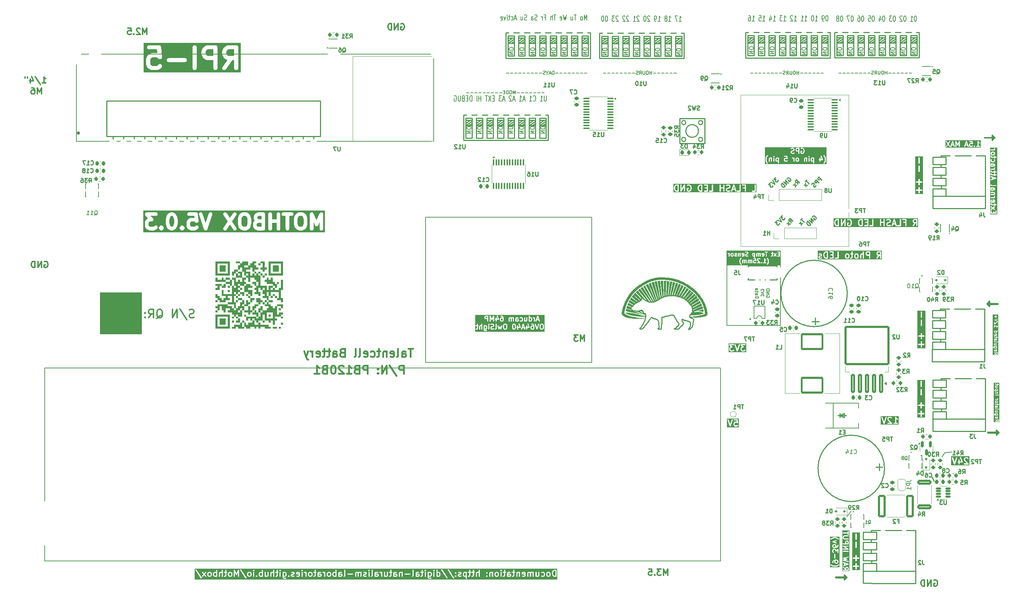
<source format=gbr>
%TF.GenerationSoftware,KiCad,Pcbnew,9.0.2*%
%TF.CreationDate,2025-11-22T08:51:33-08:00*%
%TF.ProjectId,MothBox_5.0.3,4d6f7468-426f-4785-9f35-2e302e332e6b,5.0.3*%
%TF.SameCoordinates,Original*%
%TF.FileFunction,Legend,Bot*%
%TF.FilePolarity,Positive*%
%FSLAX46Y46*%
G04 Gerber Fmt 4.6, Leading zero omitted, Abs format (unit mm)*
G04 Created by KiCad (PCBNEW 9.0.2) date 2025-11-22 08:51:33*
%MOMM*%
%LPD*%
G01*
G04 APERTURE LIST*
G04 Aperture macros list*
%AMRoundRect*
0 Rectangle with rounded corners*
0 $1 Rounding radius*
0 $2 $3 $4 $5 $6 $7 $8 $9 X,Y pos of 4 corners*
0 Add a 4 corners polygon primitive as box body*
4,1,4,$2,$3,$4,$5,$6,$7,$8,$9,$2,$3,0*
0 Add four circle primitives for the rounded corners*
1,1,$1+$1,$2,$3*
1,1,$1+$1,$4,$5*
1,1,$1+$1,$6,$7*
1,1,$1+$1,$8,$9*
0 Add four rect primitives between the rounded corners*
20,1,$1+$1,$2,$3,$4,$5,0*
20,1,$1+$1,$4,$5,$6,$7,0*
20,1,$1+$1,$6,$7,$8,$9,0*
20,1,$1+$1,$8,$9,$2,$3,0*%
%AMFreePoly0*
4,1,23,0.500000,-0.750000,0.000000,-0.750000,0.000000,-0.745722,-0.065263,-0.745722,-0.191342,-0.711940,-0.304381,-0.646677,-0.396677,-0.554381,-0.461940,-0.441342,-0.495722,-0.315263,-0.495722,-0.250000,-0.500000,-0.250000,-0.500000,0.250000,-0.495722,0.250000,-0.495722,0.315263,-0.461940,0.441342,-0.396677,0.554381,-0.304381,0.646677,-0.191342,0.711940,-0.065263,0.745722,0.000000,0.745722,
0.000000,0.750000,0.500000,0.750000,0.500000,-0.750000,0.500000,-0.750000,$1*%
%AMFreePoly1*
4,1,23,0.000000,0.745722,0.065263,0.745722,0.191342,0.711940,0.304381,0.646677,0.396677,0.554381,0.461940,0.441342,0.495722,0.315263,0.495722,0.250000,0.500000,0.250000,0.500000,-0.250000,0.495722,-0.250000,0.495722,-0.315263,0.461940,-0.441342,0.396677,-0.554381,0.304381,-0.646677,0.191342,-0.711940,0.065263,-0.745722,0.000000,-0.745722,0.000000,-0.750000,-0.500000,-0.750000,
-0.500000,0.750000,0.000000,0.750000,0.000000,0.745722,0.000000,0.745722,$1*%
G04 Aperture macros list end*
%ADD10C,0.000000*%
%ADD11C,0.300000*%
%ADD12C,0.238124*%
%ADD13C,0.250000*%
%ADD14C,0.100000*%
%ADD15C,0.500000*%
%ADD16C,0.200000*%
%ADD17C,0.270000*%
%ADD18C,0.230000*%
%ADD19C,0.240000*%
%ADD20C,0.260000*%
%ADD21C,0.320000*%
%ADD22C,0.160000*%
%ADD23C,0.875000*%
%ADD24C,1.000000*%
%ADD25C,0.400000*%
%ADD26C,0.350000*%
%ADD27C,0.130000*%
%ADD28C,0.150000*%
%ADD29C,0.170000*%
%ADD30C,0.050000*%
%ADD31C,0.120000*%
%ADD32C,0.127000*%
%ADD33C,2.700000*%
%ADD34C,1.000000*%
%ADD35C,12.800000*%
%ADD36R,1.700000X1.700000*%
%ADD37C,1.700000*%
%ADD38R,1.800000X1.780000*%
%ADD39C,1.800000*%
%ADD40RoundRect,0.225000X0.225000X0.250000X-0.225000X0.250000X-0.225000X-0.250000X0.225000X-0.250000X0*%
%ADD41RoundRect,0.225000X-0.225000X-0.250000X0.225000X-0.250000X0.225000X0.250000X-0.225000X0.250000X0*%
%ADD42RoundRect,0.225000X0.250000X-0.225000X0.250000X0.225000X-0.250000X0.225000X-0.250000X-0.225000X0*%
%ADD43R,0.450000X0.400000*%
%ADD44R,0.910000X0.400000*%
%ADD45R,0.910000X0.810000*%
%ADD46R,1.100000X2.200000*%
%ADD47RoundRect,0.218750X-0.218750X-0.256250X0.218750X-0.256250X0.218750X0.256250X-0.218750X0.256250X0*%
%ADD48R,0.400000X0.750000*%
%ADD49R,0.400000X0.800000*%
%ADD50R,2.600000X2.000000*%
%ADD51C,2.200000*%
%ADD52RoundRect,0.200000X-0.200000X-0.275000X0.200000X-0.275000X0.200000X0.275000X-0.200000X0.275000X0*%
%ADD53RoundRect,0.200000X0.275000X-0.200000X0.275000X0.200000X-0.275000X0.200000X-0.275000X-0.200000X0*%
%ADD54RoundRect,0.200000X-0.275000X0.200000X-0.275000X-0.200000X0.275000X-0.200000X0.275000X0.200000X0*%
%ADD55RoundRect,0.100000X0.637500X0.100000X-0.637500X0.100000X-0.637500X-0.100000X0.637500X-0.100000X0*%
%ADD56FreePoly0,90.000000*%
%ADD57FreePoly1,90.000000*%
%ADD58RoundRect,0.225000X-0.250000X0.225000X-0.250000X-0.225000X0.250000X-0.225000X0.250000X0.225000X0*%
%ADD59RoundRect,0.125000X-0.537500X-0.125000X0.537500X-0.125000X0.537500X0.125000X-0.537500X0.125000X0*%
%ADD60R,0.700000X2.000000*%
%ADD61R,2.000000X2.400000*%
%ADD62R,2.300000X1.500000*%
%ADD63RoundRect,0.200000X0.200000X0.275000X-0.200000X0.275000X-0.200000X-0.275000X0.200000X-0.275000X0*%
%ADD64RoundRect,0.250000X-1.425000X0.362500X-1.425000X-0.362500X1.425000X-0.362500X1.425000X0.362500X0*%
%ADD65RoundRect,0.250000X0.300000X-2.050000X0.300000X2.050000X-0.300000X2.050000X-0.300000X-2.050000X0*%
%ADD66RoundRect,0.250002X5.149998X-4.449998X5.149998X4.449998X-5.149998X4.449998X-5.149998X-4.449998X0*%
%ADD67RoundRect,0.112500X0.112500X-0.187500X0.112500X0.187500X-0.112500X0.187500X-0.112500X-0.187500X0*%
%ADD68C,4.204000*%
%ADD69RoundRect,0.112500X0.187500X0.112500X-0.187500X0.112500X-0.187500X-0.112500X0.187500X-0.112500X0*%
%ADD70RoundRect,0.100000X-0.100000X0.637500X-0.100000X-0.637500X0.100000X-0.637500X0.100000X0.637500X0*%
%ADD71RoundRect,0.250000X2.500000X-1.750000X2.500000X1.750000X-2.500000X1.750000X-2.500000X-1.750000X0*%
%ADD72RoundRect,0.250000X-0.712500X-2.475000X0.712500X-2.475000X0.712500X2.475000X-0.712500X2.475000X0*%
%ADD73R,2.700000X3.300000*%
%ADD74R,0.400000X0.450000*%
%ADD75R,0.400000X0.910000*%
%ADD76R,0.810000X0.910000*%
%ADD77RoundRect,0.150000X-0.150000X0.587500X-0.150000X-0.587500X0.150000X-0.587500X0.150000X0.587500X0*%
%ADD78R,1.400000X0.410000*%
G04 APERTURE END LIST*
D10*
G36*
X-16925382Y9216954D02*
G01*
X-17417506Y9216954D01*
X-17417506Y9709078D01*
X-16925382Y9709078D01*
X-16925382Y9216954D01*
G37*
G36*
X73781852Y8675724D02*
G01*
X73875583Y8671631D01*
X73969127Y8665306D01*
X74062300Y8656749D01*
X74154914Y8645959D01*
X74250149Y8633340D01*
X74345290Y8619418D01*
X74534922Y8588412D01*
X74723066Y8554429D01*
X74908977Y8518958D01*
X75607477Y8376083D01*
X76210726Y8257021D01*
X76584409Y8170576D01*
X76955859Y8077435D01*
X77325821Y7976852D01*
X77510477Y7923537D01*
X77695039Y7868084D01*
X77812738Y7832117D01*
X77870703Y7813669D01*
X77928203Y7794662D01*
X77985332Y7774911D01*
X78042181Y7754230D01*
X78098844Y7732433D01*
X78155415Y7709333D01*
X78147477Y7637897D01*
X78083977Y7637897D01*
X77489657Y7663694D01*
X77194357Y7680313D01*
X76901289Y7701397D01*
X76528227Y7734139D01*
X76340951Y7751627D01*
X76247779Y7761626D01*
X76155164Y7772834D01*
X75401102Y7876022D01*
X75293961Y7891649D01*
X75186913Y7908764D01*
X75080052Y7927368D01*
X74973469Y7947460D01*
X74867258Y7969040D01*
X74761513Y7992108D01*
X74656325Y8016665D01*
X74551789Y8042710D01*
X74445362Y8070646D01*
X74340329Y8101001D01*
X74236599Y8133960D01*
X74134078Y8169710D01*
X74032674Y8208437D01*
X73932292Y8250325D01*
X73832841Y8295563D01*
X73734227Y8344335D01*
X73680680Y8371884D01*
X73627319Y8401014D01*
X73574330Y8431818D01*
X73521899Y8464390D01*
X73470212Y8498822D01*
X73444706Y8516764D01*
X73419455Y8535207D01*
X73394484Y8554161D01*
X73369815Y8573639D01*
X73345472Y8593651D01*
X73321477Y8614210D01*
X73319989Y8615789D01*
X73318500Y8617543D01*
X73317012Y8619459D01*
X73315524Y8621527D01*
X73314036Y8623734D01*
X73312547Y8626070D01*
X73309571Y8631077D01*
X73306594Y8636456D01*
X73303618Y8642115D01*
X73297664Y8653897D01*
X73359180Y8664811D01*
X73372233Y8666842D01*
X73384729Y8668408D01*
X73390825Y8668987D01*
X73396852Y8669415D01*
X73402832Y8669681D01*
X73408789Y8669772D01*
X73501404Y8674609D01*
X73594576Y8677213D01*
X73688121Y8677585D01*
X73781852Y8675724D01*
G37*
G36*
X-19878131Y20535828D02*
G01*
X-20370256Y20535828D01*
X-20370256Y21027953D01*
X-19878131Y21027953D01*
X-19878131Y20535828D01*
G37*
G36*
X-15449006Y4787829D02*
G01*
X-15941131Y4787829D01*
X-15941131Y5279954D01*
X-15449006Y5279954D01*
X-15449006Y4787829D01*
G37*
G36*
X-13480507Y14630328D02*
G01*
X-13972631Y14630328D01*
X-13972631Y15122453D01*
X-13480507Y15122453D01*
X-13480507Y14630328D01*
G37*
G36*
X-15941131Y15614578D02*
G01*
X-16433257Y15614578D01*
X-16433257Y16106703D01*
X-15941131Y16106703D01*
X-15941131Y15614578D01*
G37*
G36*
X-20370256Y10693329D02*
G01*
X-20862381Y10693329D01*
X-20862381Y11185453D01*
X-20370256Y11185453D01*
X-20370256Y10693329D01*
G37*
G36*
X-17417506Y20535828D02*
G01*
X-17909631Y20535828D01*
X-17909631Y21027953D01*
X-17417506Y21027953D01*
X-17417506Y20535828D01*
G37*
G36*
X-17909631Y5279954D02*
G01*
X-18401757Y5279954D01*
X-18401757Y5772079D01*
X-17909631Y5772079D01*
X-17909631Y5279954D01*
G37*
G36*
X-20862381Y10693329D02*
G01*
X-21354506Y10693329D01*
X-21354506Y11185453D01*
X-20862381Y11185453D01*
X-20862381Y10693329D01*
G37*
G36*
X-18401757Y4787829D02*
G01*
X-18893881Y4787829D01*
X-18893881Y5279954D01*
X-18401757Y5279954D01*
X-18401757Y4787829D01*
G37*
G36*
X-14464757Y11677578D02*
G01*
X-14956882Y11677578D01*
X-14956882Y12169704D01*
X-14464757Y12169704D01*
X-14464757Y11677578D01*
G37*
G36*
X-18401757Y6264204D02*
G01*
X-18893881Y6264204D01*
X-18893881Y6756329D01*
X-18401757Y6756329D01*
X-18401757Y6264204D01*
G37*
G36*
X-14956882Y6756329D02*
G01*
X-15449006Y6756329D01*
X-15449006Y7248454D01*
X-14956882Y7248454D01*
X-14956882Y6756329D01*
G37*
G36*
X-16925382Y9709078D02*
G01*
X-17417506Y9709078D01*
X-17417506Y10201204D01*
X-16925382Y10201204D01*
X-16925382Y9709078D01*
G37*
G36*
X-15941131Y5279954D02*
G01*
X-16433257Y5279954D01*
X-16433257Y5772079D01*
X-15941131Y5772079D01*
X-15941131Y5279954D01*
G37*
D11*
X161547418Y50171694D02*
X162147729Y50784513D01*
D10*
G36*
X-24307256Y14138204D02*
G01*
X-24799381Y14138204D01*
X-24799381Y14630328D01*
X-24307256Y14630328D01*
X-24307256Y14138204D01*
G37*
G36*
X-17417506Y12661829D02*
G01*
X-17909631Y12661829D01*
X-17909631Y13153953D01*
X-17417506Y13153953D01*
X-17417506Y12661829D01*
G37*
G36*
X-13480507Y6264204D02*
G01*
X-13972631Y6264204D01*
X-13972631Y6756329D01*
X-13480507Y6756329D01*
X-13480507Y6264204D01*
G37*
G36*
X-14956882Y17090953D02*
G01*
X-15449006Y17090953D01*
X-15449006Y17583078D01*
X-14956882Y17583078D01*
X-14956882Y17090953D01*
G37*
G36*
X89344963Y13720625D02*
G01*
X89397642Y13674860D01*
X89449949Y13628352D01*
X89502070Y13581099D01*
X89606497Y13484360D01*
X89712413Y13384646D01*
X89672726Y13344958D01*
X89236164Y12908396D01*
X88879968Y12551208D01*
X88703731Y12372614D01*
X88529726Y12194021D01*
X87966163Y11630458D01*
X87929746Y11662844D01*
X87892121Y11694578D01*
X87853565Y11725755D01*
X87814358Y11756466D01*
X87656601Y11876520D01*
X88632914Y13011583D01*
X89236164Y13710084D01*
X89239055Y13713149D01*
X89241807Y13716378D01*
X89244465Y13719746D01*
X89247078Y13723230D01*
X89252349Y13730454D01*
X89255101Y13734148D01*
X89257992Y13737865D01*
X89261069Y13741581D01*
X89264379Y13745275D01*
X89267968Y13748922D01*
X89271883Y13752499D01*
X89273976Y13754255D01*
X89276169Y13755984D01*
X89278466Y13757684D01*
X89280874Y13759352D01*
X89283398Y13760985D01*
X89286044Y13762580D01*
X89288818Y13764135D01*
X89291726Y13765646D01*
X89344963Y13720625D01*
G37*
G36*
X-10527757Y6756329D02*
G01*
X-11019882Y6756329D01*
X-11019882Y7248454D01*
X-10527757Y7248454D01*
X-10527757Y6756329D01*
G37*
G36*
X82071579Y16368153D02*
G01*
X82163186Y16365006D01*
X82247072Y16360092D01*
X82315889Y16353503D01*
X82342351Y16349610D01*
X82362290Y16345333D01*
X82370227Y16273895D01*
X82386103Y15829395D01*
X82401978Y15281708D01*
X82417852Y14868957D01*
X82449601Y13956145D01*
X82465476Y13408457D01*
X82468097Y13357515D01*
X82470065Y13306014D01*
X82472422Y13202083D01*
X82473291Y13098151D01*
X82473415Y12995708D01*
X82489290Y12503584D01*
X82453231Y12491321D01*
X82416613Y12478407D01*
X82342447Y12450998D01*
X82268281Y12422100D01*
X82195603Y12392459D01*
X81814603Y15932583D01*
X81811270Y15983526D01*
X81807285Y16035026D01*
X81797736Y16138958D01*
X81786698Y16242890D01*
X81774916Y16345333D01*
X81774916Y16353270D01*
X81774916Y16361208D01*
X81796250Y16363907D01*
X81823920Y16366060D01*
X81894598Y16368773D01*
X81979600Y16369440D01*
X82071579Y16368153D01*
G37*
G36*
X-11512007Y8724829D02*
G01*
X-12004132Y8724829D01*
X-12004132Y9216954D01*
X-11512007Y9216954D01*
X-11512007Y8724829D01*
G37*
G36*
X-16925382Y17583078D02*
G01*
X-17417506Y17583078D01*
X-17417506Y18075203D01*
X-16925382Y18075203D01*
X-16925382Y17583078D01*
G37*
G36*
X-19878131Y6264204D02*
G01*
X-20370256Y6264204D01*
X-20370256Y6756329D01*
X-19878131Y6756329D01*
X-19878131Y6264204D01*
G37*
G36*
X-17417506Y17090953D02*
G01*
X-17909631Y17090953D01*
X-17909631Y17583078D01*
X-17417506Y17583078D01*
X-17417506Y17090953D01*
G37*
G36*
X-14464757Y5772079D02*
G01*
X-14956882Y5772079D01*
X-14956882Y6264204D01*
X-14464757Y6264204D01*
X-14464757Y5772079D01*
G37*
G36*
X-14464757Y15614578D02*
G01*
X-14956882Y15614578D01*
X-14956882Y16106703D01*
X-14464757Y16106703D01*
X-14464757Y15614578D01*
G37*
G36*
X-18893881Y10201204D02*
G01*
X-19386006Y10201204D01*
X-19386006Y10693329D01*
X-18893881Y10693329D01*
X-18893881Y10201204D01*
G37*
G36*
X-18893881Y17583078D02*
G01*
X-19386006Y17583078D01*
X-19386006Y18075203D01*
X-18893881Y18075203D01*
X-18893881Y17583078D01*
G37*
G36*
X-11512007Y14630328D02*
G01*
X-12004132Y14630328D01*
X-12004132Y15122453D01*
X-11512007Y15122453D01*
X-11512007Y14630328D01*
G37*
G36*
X-22830881Y9216954D02*
G01*
X-23323006Y9216954D01*
X-23323006Y9709078D01*
X-22830881Y9709078D01*
X-22830881Y9216954D01*
G37*
G36*
X-17417506Y18075203D02*
G01*
X-17909631Y18075203D01*
X-17909631Y18567328D01*
X-17417506Y18567328D01*
X-17417506Y18075203D01*
G37*
G36*
X-17417506Y10693329D02*
G01*
X-17909631Y10693329D01*
X-17909631Y11185453D01*
X-17417506Y11185453D01*
X-17417506Y10693329D01*
G37*
G36*
X-18893881Y20043703D02*
G01*
X-19386006Y20043703D01*
X-19386006Y20535828D01*
X-18893881Y20535828D01*
X-18893881Y20043703D01*
G37*
G36*
X-12004132Y14630328D02*
G01*
X-12496256Y14630328D01*
X-12496256Y15122453D01*
X-12004132Y15122453D01*
X-12004132Y14630328D01*
G37*
G36*
X-22338756Y12661829D02*
G01*
X-22830881Y12661829D01*
X-22830881Y13153953D01*
X-22338756Y13153953D01*
X-22338756Y12661829D01*
G37*
G36*
X86826140Y15337255D02*
G01*
X86827628Y15337218D01*
X86829117Y15337146D01*
X86830605Y15337028D01*
X86832093Y15336852D01*
X86833581Y15336606D01*
X86835069Y15336278D01*
X86836558Y15335858D01*
X86838046Y15335332D01*
X86839534Y15334691D01*
X86841023Y15333922D01*
X86842511Y15333013D01*
X86843255Y15332503D01*
X86843999Y15331953D01*
X86844744Y15331363D01*
X86845488Y15330730D01*
X86846232Y15330054D01*
X86846976Y15329333D01*
X87299413Y15099145D01*
X87300157Y15099100D01*
X87300903Y15098965D01*
X87301652Y15098746D01*
X87302405Y15098448D01*
X87303164Y15098073D01*
X87303931Y15097628D01*
X87305491Y15096541D01*
X87307097Y15095221D01*
X87308762Y15093704D01*
X87312312Y15090216D01*
X87316235Y15086355D01*
X87318365Y15084373D01*
X87320622Y15082402D01*
X87323019Y15080478D01*
X87325568Y15078635D01*
X87326902Y15077755D01*
X87328279Y15076908D01*
X87329699Y15076100D01*
X87331164Y15075333D01*
X86005602Y12575021D01*
X85640476Y12662333D01*
X86461015Y14523676D01*
X86719852Y15109067D01*
X86823163Y15337270D01*
X86826140Y15337255D01*
G37*
G36*
X-21354506Y16106703D02*
G01*
X-21846631Y16106703D01*
X-21846631Y16598828D01*
X-21354506Y16598828D01*
X-21354506Y16106703D01*
G37*
G36*
X-16433257Y20043703D02*
G01*
X-16925382Y20043703D01*
X-16925382Y20535828D01*
X-16433257Y20535828D01*
X-16433257Y20043703D01*
G37*
G36*
X-16433257Y6756329D02*
G01*
X-16925382Y6756329D01*
X-16925382Y7248454D01*
X-16433257Y7248454D01*
X-16433257Y6756329D01*
G37*
G36*
X-18893881Y13153953D02*
G01*
X-19386006Y13153953D01*
X-19386006Y13646078D01*
X-18893881Y13646078D01*
X-18893881Y13153953D01*
G37*
G36*
X-19386006Y17090953D02*
G01*
X-19878131Y17090953D01*
X-19878131Y17583078D01*
X-19386006Y17583078D01*
X-19386006Y17090953D01*
G37*
G36*
X-16925382Y8724829D02*
G01*
X-17417506Y8724829D01*
X-17417506Y9216954D01*
X-16925382Y9216954D01*
X-16925382Y8724829D01*
G37*
D11*
X162543080Y-19621990D02*
X162543080Y-20847627D01*
D10*
G36*
X-22830881Y9709078D02*
G01*
X-23323006Y9709078D01*
X-23323006Y10201204D01*
X-22830881Y10201204D01*
X-22830881Y9709078D01*
G37*
G36*
X-19386006Y5279954D02*
G01*
X-19878131Y5279954D01*
X-19878131Y5772079D01*
X-19386006Y5772079D01*
X-19386006Y5279954D01*
G37*
G36*
X-15449006Y13153953D02*
G01*
X-15941131Y13153953D01*
X-15941131Y13646078D01*
X-15449006Y13646078D01*
X-15449006Y13153953D01*
G37*
G36*
X-23323006Y13646078D02*
G01*
X-23815131Y13646078D01*
X-23815131Y14138204D01*
X-23323006Y14138204D01*
X-23323006Y13646078D01*
G37*
G36*
X-19878131Y15122453D02*
G01*
X-20370256Y15122453D01*
X-20370256Y15614578D01*
X-19878131Y15614578D01*
X-19878131Y15122453D01*
G37*
D11*
X125961449Y-54500191D02*
X125961449Y-55725830D01*
D10*
G36*
X91823418Y10152068D02*
G01*
X91846114Y10086367D01*
X91868066Y10020293D01*
X91889274Y9953662D01*
X91909738Y9886286D01*
X91929457Y9817980D01*
X91948433Y9748558D01*
X91966665Y9677834D01*
X91962380Y9675037D01*
X91958432Y9672578D01*
X91954787Y9670421D01*
X91951409Y9668531D01*
X91948263Y9666874D01*
X91945316Y9665415D01*
X91942531Y9664119D01*
X91939874Y9662950D01*
X91934805Y9660857D01*
X91929829Y9658857D01*
X91924667Y9656672D01*
X91921928Y9655422D01*
X91919039Y9654021D01*
X90109289Y9011083D01*
X90100018Y9008122D01*
X90090189Y9005254D01*
X90079988Y9002572D01*
X90069601Y9000169D01*
X90059214Y8998138D01*
X90054079Y8997292D01*
X90049013Y8996573D01*
X90044041Y8995993D01*
X90039184Y8995565D01*
X90034468Y8995300D01*
X90029914Y8995209D01*
X89968103Y8985907D01*
X89907502Y8975861D01*
X89847831Y8965071D01*
X89788812Y8953537D01*
X89730164Y8941258D01*
X89671610Y8928236D01*
X89553664Y8899958D01*
X89535836Y8905602D01*
X89518193Y8910873D01*
X89500923Y8916144D01*
X89492485Y8918895D01*
X89484210Y8921787D01*
X89476121Y8924864D01*
X89468242Y8928174D01*
X89460595Y8931763D01*
X89453204Y8935677D01*
X89446092Y8939964D01*
X89439283Y8944669D01*
X89432799Y8949839D01*
X89429686Y8952613D01*
X89426663Y8955521D01*
X89420918Y8961497D01*
X89415579Y8967518D01*
X89410635Y8973583D01*
X89406076Y8979690D01*
X89401888Y8985838D01*
X89398061Y8992025D01*
X89394582Y8998249D01*
X89391441Y9004510D01*
X89388625Y9010806D01*
X89386123Y9017136D01*
X89383924Y9023497D01*
X89382015Y9029889D01*
X89379023Y9042758D01*
X89377054Y9055732D01*
X89376015Y9068799D01*
X89375814Y9081948D01*
X89376356Y9095166D01*
X89377550Y9108442D01*
X89379302Y9121765D01*
X89381519Y9135123D01*
X89386975Y9161896D01*
X90585538Y9692716D01*
X91784099Y10217584D01*
X91792039Y10217584D01*
X91799977Y10217584D01*
X91823418Y10152068D01*
G37*
G36*
X-12496256Y8724829D02*
G01*
X-12988382Y8724829D01*
X-12988382Y9216954D01*
X-12496256Y9216954D01*
X-12496256Y8724829D01*
G37*
G36*
X-21846631Y9709078D02*
G01*
X-22338756Y9709078D01*
X-22338756Y10201204D01*
X-21846631Y10201204D01*
X-21846631Y9709078D01*
G37*
G36*
X-22830881Y18567328D02*
G01*
X-24307256Y18567328D01*
X-24307256Y20043703D01*
X-22830881Y20043703D01*
X-22830881Y18567328D01*
G37*
G36*
X-18401757Y20043703D02*
G01*
X-18893881Y20043703D01*
X-18893881Y20535828D01*
X-18401757Y20535828D01*
X-18401757Y20043703D01*
G37*
G36*
X-18893881Y14138204D02*
G01*
X-19386006Y14138204D01*
X-19386006Y14630328D01*
X-18893881Y14630328D01*
X-18893881Y14138204D01*
G37*
G36*
X-18893881Y5772079D02*
G01*
X-19386006Y5772079D01*
X-19386006Y6264204D01*
X-18893881Y6264204D01*
X-18893881Y5772079D01*
G37*
G36*
X-10527757Y14630328D02*
G01*
X-11019882Y14630328D01*
X-11019882Y15122453D01*
X-10527757Y15122453D01*
X-10527757Y14630328D01*
G37*
G36*
X-15941131Y20535828D02*
G01*
X-16433257Y20535828D01*
X-16433257Y21027953D01*
X-15941131Y21027953D01*
X-15941131Y20535828D01*
G37*
D11*
X163143391Y-20234808D02*
X162543080Y-19621990D01*
D10*
G36*
X-19386006Y7740579D02*
G01*
X-19878131Y7740579D01*
X-19878131Y8232703D01*
X-19386006Y8232703D01*
X-19386006Y7740579D01*
G37*
G36*
X-24307256Y15122453D02*
G01*
X-24799381Y15122453D01*
X-24799381Y15614578D01*
X-24307256Y15614578D01*
X-24307256Y15122453D01*
G37*
G36*
X-15449006Y19551578D02*
G01*
X-15941131Y19551578D01*
X-15941131Y20043703D01*
X-15449006Y20043703D01*
X-15449006Y19551578D01*
G37*
G36*
X-9543507Y13646078D02*
G01*
X-10035632Y13646078D01*
X-10035632Y14138204D01*
X-9543507Y14138204D01*
X-9543507Y13646078D01*
G37*
G36*
X-21846631Y8724829D02*
G01*
X-22338756Y8724829D01*
X-22338756Y9216954D01*
X-21846631Y9216954D01*
X-21846631Y8724829D01*
G37*
G36*
X-20862381Y14138204D02*
G01*
X-21354506Y14138204D01*
X-21354506Y14630328D01*
X-20862381Y14630328D01*
X-20862381Y14138204D01*
G37*
G36*
X-16433257Y11677578D02*
G01*
X-16925382Y11677578D01*
X-16925382Y12169704D01*
X-16433257Y12169704D01*
X-16433257Y11677578D01*
G37*
G36*
X78068117Y15247338D02*
G01*
X78068154Y15246278D01*
X78068225Y15245369D01*
X78068278Y15244967D01*
X78068344Y15244600D01*
X78068424Y15244264D01*
X78068520Y15243958D01*
X78068634Y15243682D01*
X78068766Y15243433D01*
X78068919Y15243210D01*
X78069094Y15243012D01*
X78069291Y15242838D01*
X78069514Y15242685D01*
X78069763Y15242552D01*
X78070039Y15242439D01*
X78070345Y15242343D01*
X78070681Y15242262D01*
X78071049Y15242197D01*
X78071450Y15242144D01*
X78072359Y15242073D01*
X78073419Y15242036D01*
X78076039Y15242020D01*
X78079357Y15235711D01*
X78083232Y15228750D01*
X78091914Y15213247D01*
X78096348Y15204891D01*
X78100596Y15196256D01*
X78102592Y15191862D01*
X78104471Y15187434D01*
X78106212Y15182983D01*
X78107789Y15178520D01*
X79109899Y13242763D01*
X80123915Y11312958D01*
X80088196Y11304400D01*
X80052477Y11296587D01*
X80016758Y11289517D01*
X79981040Y11283192D01*
X79945321Y11277611D01*
X79909602Y11272774D01*
X79873883Y11268681D01*
X79838165Y11265333D01*
X78425290Y13559270D01*
X77607727Y14892770D01*
X77604752Y14897146D01*
X77601789Y14901359D01*
X77595945Y14909389D01*
X77590286Y14917048D01*
X77584907Y14924520D01*
X77582350Y14928245D01*
X77579899Y14931992D01*
X77577564Y14935787D01*
X77575357Y14939651D01*
X77573289Y14943608D01*
X77571372Y14947681D01*
X77569619Y14951894D01*
X77568039Y14956270D01*
X77568062Y14957014D01*
X77568128Y14957757D01*
X77568235Y14958496D01*
X77568380Y14959231D01*
X77568560Y14959961D01*
X77568772Y14960683D01*
X77569012Y14961396D01*
X77569279Y14962099D01*
X77569570Y14962791D01*
X77569880Y14963469D01*
X77570208Y14964133D01*
X77570551Y14964781D01*
X77570905Y14965412D01*
X77571268Y14966023D01*
X77572008Y14967184D01*
X77572748Y14968252D01*
X77573465Y14969215D01*
X77574136Y14970062D01*
X77574737Y14970781D01*
X77575636Y14971788D01*
X77575977Y14972145D01*
X77587792Y14978187D01*
X77599433Y14984392D01*
X77622237Y14997198D01*
X77644484Y15010375D01*
X77666266Y15023739D01*
X77708806Y15050280D01*
X77729750Y15063085D01*
X77750602Y15075332D01*
X78060164Y15249958D01*
X78068101Y15249958D01*
X78068117Y15247338D01*
G37*
G36*
X88126200Y14608074D02*
G01*
X88185313Y14572294D01*
X88256146Y14527583D01*
X88332281Y14478036D01*
X88407300Y14427744D01*
X88474784Y14380801D01*
X88528316Y14341300D01*
X88547844Y14325619D01*
X88561476Y14313333D01*
X88561461Y14310713D01*
X88561424Y14309653D01*
X88561352Y14308744D01*
X88561300Y14308343D01*
X88561234Y14307975D01*
X88561154Y14307639D01*
X88561058Y14307333D01*
X88560944Y14307057D01*
X88560812Y14306808D01*
X88560659Y14306585D01*
X88560484Y14306388D01*
X88560286Y14306213D01*
X88560064Y14306060D01*
X88559815Y14305928D01*
X88559539Y14305814D01*
X88559233Y14305718D01*
X88558897Y14305638D01*
X88558530Y14305572D01*
X88558128Y14305519D01*
X88557219Y14305448D01*
X88556160Y14305411D01*
X88553540Y14305395D01*
X87784594Y13269552D01*
X87021602Y12233708D01*
X86842016Y12305146D01*
X86750362Y12340865D01*
X86656477Y12376583D01*
X86972984Y12872677D01*
X87128633Y13119980D01*
X87283539Y13368771D01*
X88045539Y14575271D01*
X88085226Y14630833D01*
X88126200Y14608074D01*
G37*
G36*
X-19386006Y16106703D02*
G01*
X-19878131Y16106703D01*
X-19878131Y16598828D01*
X-19386006Y16598828D01*
X-19386006Y16106703D01*
G37*
G36*
X-12988382Y14138204D02*
G01*
X-13480507Y14138204D01*
X-13480507Y14630328D01*
X-12988382Y14630328D01*
X-12988382Y14138204D01*
G37*
G36*
X-9051382Y20511222D02*
G01*
X-9051382Y18099809D01*
X-9051382Y17583078D01*
X-9568114Y17583078D01*
X-11979526Y17583078D01*
X-12496256Y17583078D01*
X-12496256Y18099809D01*
X-12496256Y20511222D01*
X-11979526Y20511222D01*
X-11979526Y18099809D01*
X-9568114Y18099809D01*
X-9568114Y20511222D01*
X-11979526Y20511222D01*
X-12496256Y20511222D01*
X-12496256Y21027953D01*
X-11979526Y21027953D01*
X-9568114Y21027953D01*
X-9051382Y21027953D01*
X-9051382Y20511222D01*
G37*
G36*
X-13972631Y17583078D02*
G01*
X-14464757Y17583078D01*
X-14464757Y18075203D01*
X-13972631Y18075203D01*
X-13972631Y17583078D01*
G37*
G36*
X-14464757Y14630328D02*
G01*
X-14956882Y14630328D01*
X-14956882Y15122453D01*
X-14464757Y15122453D01*
X-14464757Y14630328D01*
G37*
G36*
X-12496256Y4787829D02*
G01*
X-12988382Y4787829D01*
X-12988382Y5279954D01*
X-12496256Y5279954D01*
X-12496256Y4787829D01*
G37*
G36*
X-16925382Y16598828D02*
G01*
X-17417506Y16598828D01*
X-17417506Y17090953D01*
X-16925382Y17090953D01*
X-16925382Y16598828D01*
G37*
G36*
X-24799381Y14138204D02*
G01*
X-25291506Y14138204D01*
X-25291506Y14630328D01*
X-24799381Y14630328D01*
X-24799381Y14138204D01*
G37*
G36*
X-14464757Y4787829D02*
G01*
X-14956882Y4787829D01*
X-14956882Y5279954D01*
X-14464757Y5279954D01*
X-14464757Y4787829D01*
G37*
G36*
X-16433257Y14630328D02*
G01*
X-16925382Y14630328D01*
X-16925382Y15122453D01*
X-16433257Y15122453D01*
X-16433257Y14630328D01*
G37*
G36*
X-12988382Y11185453D02*
G01*
X-13480507Y11185453D01*
X-13480507Y11677578D01*
X-12988382Y11677578D01*
X-12988382Y11185453D01*
G37*
G36*
X-19878131Y14138204D02*
G01*
X-20370256Y14138204D01*
X-20370256Y14630328D01*
X-19878131Y14630328D01*
X-19878131Y14138204D01*
G37*
G36*
X-19878131Y15614578D02*
G01*
X-20370256Y15614578D01*
X-20370256Y16106703D01*
X-19878131Y16106703D01*
X-19878131Y15614578D01*
G37*
G36*
X-12004132Y12661829D02*
G01*
X-12496256Y12661829D01*
X-12496256Y13153953D01*
X-12004132Y13153953D01*
X-12004132Y12661829D01*
G37*
G36*
X-18401757Y19551578D02*
G01*
X-18893881Y19551578D01*
X-18893881Y20043703D01*
X-18401757Y20043703D01*
X-18401757Y19551578D01*
G37*
G36*
X-22338756Y12169704D02*
G01*
X-22830881Y12169704D01*
X-22830881Y12661829D01*
X-22338756Y12661829D01*
X-22338756Y12169704D01*
G37*
G36*
X-14956882Y8232703D02*
G01*
X-15449006Y8232703D01*
X-15449006Y8724829D01*
X-14956882Y8724829D01*
X-14956882Y8232703D01*
G37*
G36*
X-13480507Y13646078D02*
G01*
X-13972631Y13646078D01*
X-13972631Y14138204D01*
X-13480507Y14138204D01*
X-13480507Y13646078D01*
G37*
G36*
X-20370256Y13646078D02*
G01*
X-20862381Y13646078D01*
X-20862381Y14138204D01*
X-20370256Y14138204D01*
X-20370256Y13646078D01*
G37*
G36*
X-12988382Y8724829D02*
G01*
X-13480507Y8724829D01*
X-13480507Y9216954D01*
X-12988382Y9216954D01*
X-12988382Y8724829D01*
G37*
G36*
X-12988382Y13153953D02*
G01*
X-13480507Y13153953D01*
X-13480507Y13646078D01*
X-12988382Y13646078D01*
X-12988382Y13153953D01*
G37*
G36*
X-12004132Y6756329D02*
G01*
X-12496256Y6756329D01*
X-12496256Y7248454D01*
X-12004132Y7248454D01*
X-12004132Y6756329D01*
G37*
G36*
X-14464757Y17090953D02*
G01*
X-14956882Y17090953D01*
X-14956882Y17583078D01*
X-14464757Y17583078D01*
X-14464757Y17090953D01*
G37*
G36*
X-20370256Y16106703D02*
G01*
X-20862381Y16106703D01*
X-20862381Y16598828D01*
X-20370256Y16598828D01*
X-20370256Y16106703D01*
G37*
G36*
X-21846631Y20511222D02*
G01*
X-21846631Y18099809D01*
X-21846631Y17583078D01*
X-22363362Y17583078D01*
X-24774775Y17583078D01*
X-25291506Y17583078D01*
X-25291506Y18099809D01*
X-25291506Y20511222D01*
X-24774775Y20511222D01*
X-24774775Y18099809D01*
X-22363362Y18099809D01*
X-22363362Y20511222D01*
X-24774775Y20511222D01*
X-25291506Y20511222D01*
X-25291506Y21027953D01*
X-24774775Y21027953D01*
X-22363362Y21027953D01*
X-21846631Y21027953D01*
X-21846631Y20511222D01*
G37*
G36*
X-15941131Y20043703D02*
G01*
X-16433257Y20043703D01*
X-16433257Y20535828D01*
X-15941131Y20535828D01*
X-15941131Y20043703D01*
G37*
G36*
X-12496256Y10201204D02*
G01*
X-12988382Y10201204D01*
X-12988382Y10693329D01*
X-12496256Y10693329D01*
X-12496256Y10201204D01*
G37*
G36*
X-12004132Y8724829D02*
G01*
X-12496256Y8724829D01*
X-12496256Y9216954D01*
X-12004132Y9216954D01*
X-12004132Y8724829D01*
G37*
G36*
X-12004132Y9216954D02*
G01*
X-12496256Y9216954D01*
X-12496256Y9709078D01*
X-12004132Y9709078D01*
X-12004132Y9216954D01*
G37*
G36*
X-15941131Y6264204D02*
G01*
X-16433257Y6264204D01*
X-16433257Y6756329D01*
X-15941131Y6756329D01*
X-15941131Y6264204D01*
G37*
D11*
X160844353Y10159893D02*
X160844353Y11385530D01*
D10*
G36*
X-23323006Y12661829D02*
G01*
X-23815131Y12661829D01*
X-23815131Y13153953D01*
X-23323006Y13153953D01*
X-23323006Y12661829D01*
G37*
G36*
X-16433257Y5772079D02*
G01*
X-16925382Y5772079D01*
X-16925382Y6264204D01*
X-16433257Y6264204D01*
X-16433257Y5772079D01*
G37*
G36*
X-20370256Y14138204D02*
G01*
X-20862381Y14138204D01*
X-20862381Y14630328D01*
X-20370256Y14630328D01*
X-20370256Y14138204D01*
G37*
G36*
X-24307256Y10201204D02*
G01*
X-24799381Y10201204D01*
X-24799381Y10693329D01*
X-24307256Y10693329D01*
X-24307256Y10201204D01*
G37*
G36*
X77125462Y9300352D02*
G01*
X77140585Y9299338D01*
X77155289Y9297453D01*
X77169622Y9294683D01*
X77183629Y9291019D01*
X77197357Y9286447D01*
X77210852Y9280957D01*
X77212431Y9279469D01*
X77214185Y9277981D01*
X77216102Y9276493D01*
X77218169Y9275004D01*
X77220377Y9273516D01*
X77222712Y9272028D01*
X77227719Y9269052D01*
X77233099Y9266075D01*
X77238757Y9263099D01*
X77250539Y9257146D01*
X77265240Y9246086D01*
X77279592Y9233782D01*
X77293618Y9220293D01*
X77307342Y9205676D01*
X77320787Y9189988D01*
X77333976Y9173290D01*
X77346933Y9155638D01*
X77359680Y9137091D01*
X77372241Y9117706D01*
X77384639Y9097543D01*
X77409041Y9055111D01*
X77433071Y9010261D01*
X77456914Y8963458D01*
X77468821Y8942266D01*
X77480727Y8920422D01*
X77504539Y8875153D01*
X77528352Y8828397D01*
X77552165Y8780896D01*
X77333263Y8877386D01*
X77116594Y8975365D01*
X76686977Y9169833D01*
X76747872Y9193645D01*
X76811000Y9217458D01*
X76940977Y9265083D01*
X76962844Y9272151D01*
X76983827Y9278462D01*
X77003973Y9284006D01*
X77023328Y9288771D01*
X77041940Y9292746D01*
X77059853Y9295918D01*
X77077116Y9298277D01*
X77093774Y9299809D01*
X77109874Y9300505D01*
X77125462Y9300352D01*
G37*
G36*
X-13480507Y20535828D02*
G01*
X-13972631Y20535828D01*
X-13972631Y21027953D01*
X-13480507Y21027953D01*
X-13480507Y20535828D01*
G37*
G36*
X-23323006Y13153953D02*
G01*
X-23815131Y13153953D01*
X-23815131Y13646078D01*
X-23323006Y13646078D01*
X-23323006Y13153953D01*
G37*
D12*
X84686614Y12789207D02*
X84778267Y12788339D01*
X84868432Y12785982D01*
X84913189Y12784013D01*
X84957853Y12781393D01*
X85116603Y12773456D01*
X85122646Y12772058D01*
X85128851Y12770836D01*
X85135195Y12769776D01*
X85141656Y12768867D01*
X85154834Y12767456D01*
X85168198Y12766511D01*
X85181561Y12765937D01*
X85194739Y12765643D01*
X85219791Y12765519D01*
X85481728Y12709956D01*
X85632541Y12678206D01*
X85679809Y12668920D01*
X85726427Y12658983D01*
X85772486Y12648487D01*
X85818080Y12637527D01*
X85908245Y12614582D01*
X85997666Y12590894D01*
X86148478Y12551206D01*
X86196088Y12538943D01*
X86243604Y12526029D01*
X86290934Y12512557D01*
X86337986Y12498620D01*
X86430879Y12469723D01*
X86521541Y12440081D01*
X86561848Y12428175D01*
X86599923Y12416269D01*
X86636509Y12404362D01*
X86672352Y12392456D01*
X86719621Y12377201D01*
X86766238Y12361202D01*
X86812298Y12344459D01*
X86857892Y12326972D01*
X86903114Y12308740D01*
X86948057Y12289765D01*
X86992814Y12270045D01*
X87037478Y12249581D01*
X87055338Y12243271D01*
X87073197Y12236310D01*
X87091056Y12228792D01*
X87108916Y12220807D01*
X87126775Y12212451D01*
X87144634Y12203816D01*
X87180353Y12186081D01*
X87229342Y12160904D01*
X87280564Y12133495D01*
X87333275Y12104597D01*
X87386729Y12074956D01*
X87521666Y11987643D01*
X87536890Y11978357D01*
X87552672Y11968420D01*
X87568826Y11957924D01*
X87585166Y11946964D01*
X87601506Y11935631D01*
X87617660Y11924019D01*
X87633442Y11912222D01*
X87648666Y11900331D01*
X87726056Y11840676D01*
X87803447Y11780276D01*
X87880838Y11718389D01*
X87919533Y11686654D01*
X87958229Y11654269D01*
X88077291Y11559019D01*
X88148728Y11495518D01*
X88178122Y11471334D01*
X88206771Y11446405D01*
X88234676Y11420732D01*
X88261837Y11394315D01*
X88288254Y11367154D01*
X88313927Y11339249D01*
X88338856Y11310600D01*
X88363040Y11281206D01*
X88458290Y11162144D01*
X88490675Y11123108D01*
X88522410Y11083513D01*
X88553586Y11043546D01*
X88584298Y11003394D01*
X88704352Y10844644D01*
X88751978Y10781143D01*
X88754955Y10776770D01*
X88757932Y10772570D01*
X88760908Y10768534D01*
X88763885Y10764649D01*
X88766862Y10760903D01*
X88769838Y10757285D01*
X88772815Y10753783D01*
X88775791Y10750386D01*
X88781745Y10743859D01*
X88787698Y10737611D01*
X88793651Y10731550D01*
X88799604Y10725581D01*
X88866205Y10648191D01*
X88933550Y10570800D01*
X88966803Y10532105D01*
X88999406Y10493409D01*
X89031079Y10454714D01*
X89061542Y10416018D01*
X89148855Y10289019D01*
X89169318Y10256246D01*
X89189038Y10223287D01*
X89208014Y10189955D01*
X89226245Y10156066D01*
X89243733Y10121432D01*
X89260476Y10085868D01*
X89276475Y10049188D01*
X89291730Y10011206D01*
X89323479Y9923894D01*
X89329417Y9905694D01*
X89335261Y9886935D01*
X89340920Y9867804D01*
X89346299Y9848488D01*
X89351307Y9829171D01*
X89355849Y9810040D01*
X89359834Y9791281D01*
X89363167Y9773081D01*
X89374313Y9719844D01*
X89383879Y9667165D01*
X89391770Y9614858D01*
X89397893Y9562737D01*
X89402156Y9510616D01*
X89404466Y9458310D01*
X89404730Y9405631D01*
X89402854Y9352394D01*
X89402730Y9323868D01*
X89402435Y9310256D01*
X89401862Y9296831D01*
X89400916Y9283406D01*
X89399505Y9269794D01*
X89397536Y9255811D01*
X89394916Y9241269D01*
X89394792Y9223410D01*
X89394498Y9214481D01*
X89393924Y9205551D01*
X89393504Y9201086D01*
X89392978Y9196621D01*
X89392337Y9192156D01*
X89391568Y9187691D01*
X89390659Y9183227D01*
X89389599Y9178762D01*
X89388376Y9174297D01*
X89386979Y9169832D01*
X89380901Y9113029D01*
X89379876Y9099584D01*
X89379304Y9086395D01*
X89379314Y9073438D01*
X89380033Y9060691D01*
X89381589Y9048130D01*
X89382721Y9041912D01*
X89384110Y9035732D01*
X89385773Y9029586D01*
X89387724Y9023473D01*
X89389981Y9017388D01*
X89392559Y9011330D01*
X89395475Y9005295D01*
X89398743Y8999280D01*
X89402381Y8993283D01*
X89406403Y8987301D01*
X89410827Y8981329D01*
X89415668Y8975367D01*
X89420942Y8969411D01*
X89426666Y8963457D01*
X89429688Y8959851D01*
X89432801Y8956467D01*
X89436001Y8953295D01*
X89439285Y8950326D01*
X89442651Y8947548D01*
X89446095Y8944952D01*
X89453207Y8940264D01*
X89460598Y8936181D01*
X89468245Y8932621D01*
X89476124Y8929503D01*
X89484213Y8926746D01*
X89492488Y8924267D01*
X89500925Y8921986D01*
X89518195Y8917692D01*
X89535838Y8913212D01*
X89544741Y8910699D01*
X89553667Y8907895D01*
X89581943Y8896857D01*
X89588548Y8894126D01*
X89594966Y8891291D01*
X89601198Y8888293D01*
X89607244Y8885074D01*
X89613104Y8881576D01*
X89618778Y8877741D01*
X89621545Y8875679D01*
X89624266Y8873511D01*
X89626940Y8871229D01*
X89629568Y8868827D01*
X89632149Y8866297D01*
X89634684Y8863631D01*
X89637172Y8860824D01*
X89639614Y8857866D01*
X89642009Y8854752D01*
X89644358Y8851473D01*
X89646660Y8848023D01*
X89648916Y8844394D01*
X89653196Y8837046D01*
X89657117Y8829883D01*
X89660688Y8822907D01*
X89663922Y8816117D01*
X89666831Y8809513D01*
X89669426Y8803095D01*
X89671718Y8796863D01*
X89673720Y8790816D01*
X89675443Y8784956D01*
X89676898Y8779282D01*
X89678097Y8773794D01*
X89679053Y8768492D01*
X89679776Y8763376D01*
X89680277Y8758447D01*
X89680570Y8753703D01*
X89680665Y8749145D01*
X89679507Y8741934D01*
X89677543Y8735175D01*
X89674803Y8728854D01*
X89671317Y8722960D01*
X89667116Y8717479D01*
X89662230Y8712397D01*
X89656690Y8707702D01*
X89650527Y8703380D01*
X89643771Y8699419D01*
X89636453Y8695805D01*
X89620250Y8689567D01*
X89602164Y8684561D01*
X89582438Y8680684D01*
X89561318Y8677829D01*
X89539046Y8675893D01*
X89515867Y8674771D01*
X89492025Y8674359D01*
X89443331Y8675242D01*
X89394915Y8677707D01*
X89365258Y8678002D01*
X89336252Y8678575D01*
X89308548Y8678963D01*
X89295388Y8678942D01*
X89282798Y8678700D01*
X89270859Y8678178D01*
X89259652Y8677320D01*
X89249259Y8676066D01*
X89239762Y8674359D01*
X89231241Y8672140D01*
X89227372Y8670821D01*
X89223778Y8669352D01*
X89220469Y8667726D01*
X89217455Y8665935D01*
X89214746Y8663974D01*
X89212352Y8661833D01*
X89209467Y8660254D01*
X89206756Y8658500D01*
X89204207Y8656583D01*
X89201810Y8654515D01*
X89199553Y8652308D01*
X89197423Y8649973D01*
X89195410Y8647521D01*
X89193501Y8644965D01*
X89191685Y8642316D01*
X89189951Y8639586D01*
X89188286Y8636786D01*
X89186680Y8633927D01*
X89183595Y8628083D01*
X89180603Y8622145D01*
X89170885Y8605508D01*
X89162387Y8588395D01*
X89154843Y8570886D01*
X89147985Y8553064D01*
X89122064Y8480262D01*
X89114624Y8462091D01*
X89106266Y8444094D01*
X89096722Y8426353D01*
X89091422Y8417604D01*
X89085725Y8408949D01*
X89079597Y8400399D01*
X89073006Y8391964D01*
X89065918Y8383653D01*
X89058300Y8375478D01*
X89050118Y8367448D01*
X89041338Y8359574D01*
X89031927Y8351866D01*
X89021853Y8344333D01*
X89002962Y8331729D01*
X88984956Y8320520D01*
X88967786Y8310428D01*
X88951407Y8301173D01*
X88920835Y8284058D01*
X88906549Y8275639D01*
X88892868Y8266942D01*
X88879745Y8257687D01*
X88873378Y8252763D01*
X88867133Y8247595D01*
X88861005Y8242147D01*
X88854987Y8236386D01*
X88849073Y8230276D01*
X88843259Y8223782D01*
X88837537Y8216870D01*
X88831903Y8209504D01*
X88826350Y8201650D01*
X88820873Y8193273D01*
X88815465Y8184337D01*
X88810121Y8174809D01*
X88804836Y8164652D01*
X88799603Y8153833D01*
X88793649Y8141555D01*
X88787696Y8128533D01*
X88781743Y8114766D01*
X88775789Y8100255D01*
X88769836Y8085000D01*
X88763883Y8069001D01*
X88757930Y8052258D01*
X88751977Y8034770D01*
X88744728Y8013766D01*
X88737885Y7992494D01*
X88731484Y7971059D01*
X88725560Y7949566D01*
X88720148Y7928120D01*
X88715282Y7906825D01*
X88710997Y7885786D01*
X88707329Y7865107D01*
X88704311Y7844893D01*
X88701980Y7825249D01*
X88700370Y7806279D01*
X88699515Y7788088D01*
X88699451Y7770781D01*
X88700212Y7754463D01*
X88701834Y7739237D01*
X88704351Y7725209D01*
X88707795Y7713393D01*
X88712180Y7701753D01*
X88717519Y7690275D01*
X88723823Y7678948D01*
X88731104Y7667761D01*
X88739373Y7656701D01*
X88748641Y7645758D01*
X88758922Y7634920D01*
X88770225Y7624174D01*
X88782564Y7613510D01*
X88795949Y7602916D01*
X88810392Y7592380D01*
X88825905Y7581890D01*
X88842499Y7571436D01*
X88860186Y7561004D01*
X88878978Y7550584D01*
X88887905Y7543325D01*
X88896821Y7536414D01*
X88905714Y7529829D01*
X88914572Y7523547D01*
X88923383Y7517543D01*
X88932136Y7511795D01*
X88949422Y7500974D01*
X89013915Y7463271D01*
X89057323Y7440309D01*
X89103708Y7418731D01*
X89152325Y7398060D01*
X89202431Y7377819D01*
X89304130Y7336721D01*
X89354235Y7314910D01*
X89402853Y7291623D01*
X89449237Y7266382D01*
X89471360Y7252880D01*
X89492645Y7238711D01*
X89513001Y7223816D01*
X89532333Y7208134D01*
X89550549Y7191606D01*
X89567556Y7174173D01*
X89583260Y7155774D01*
X89597569Y7136351D01*
X89610390Y7115844D01*
X89621630Y7094193D01*
X89631195Y7071339D01*
X89638993Y7047221D01*
X89644930Y7021781D01*
X89648915Y6994959D01*
X89653065Y6939449D01*
X89653844Y6883136D01*
X89651600Y6826149D01*
X89646682Y6768616D01*
X89639438Y6710664D01*
X89630218Y6652422D01*
X89619370Y6594016D01*
X89607243Y6535576D01*
X89552921Y6304024D01*
X89527155Y6191364D01*
X89515842Y6136261D01*
X89506040Y6082146D01*
X89483716Y5939271D01*
X89464368Y5796396D01*
X89447997Y5653521D01*
X89434602Y5510646D01*
X89431430Y5490088D01*
X89427828Y5470075D01*
X89423737Y5450598D01*
X89419100Y5431644D01*
X89413858Y5413201D01*
X89407953Y5395258D01*
X89401328Y5377804D01*
X89393923Y5360826D01*
X89385682Y5344314D01*
X89376545Y5328255D01*
X89366454Y5312638D01*
X89355352Y5297451D01*
X89343180Y5282682D01*
X89329881Y5268321D01*
X89315395Y5254354D01*
X89299665Y5240772D01*
X89213097Y5171567D01*
X89171580Y5137801D01*
X89130993Y5103850D01*
X89091151Y5069154D01*
X89051866Y5033156D01*
X89032375Y5014495D01*
X89012953Y4995298D01*
X88993579Y4975497D01*
X88974227Y4955022D01*
X88943810Y4918218D01*
X88902045Y4865973D01*
X88851723Y4805170D01*
X88824225Y4773711D01*
X88795633Y4742693D01*
X88766298Y4712978D01*
X88736567Y4685426D01*
X88706790Y4660896D01*
X88691993Y4650034D01*
X88677315Y4640250D01*
X88662800Y4631652D01*
X88648491Y4624348D01*
X88634432Y4618445D01*
X88620667Y4614050D01*
X88607239Y4611272D01*
X88594192Y4610217D01*
X88581569Y4610993D01*
X88569414Y4613709D01*
X88553604Y4619943D01*
X88540321Y4628144D01*
X88529442Y4638185D01*
X88520843Y4649939D01*
X88514402Y4663280D01*
X88509993Y4678083D01*
X88507495Y4694219D01*
X88506782Y4711563D01*
X88507733Y4729989D01*
X88510222Y4749369D01*
X88514127Y4769578D01*
X88519324Y4790488D01*
X88533100Y4833910D01*
X88550562Y4878622D01*
X88570722Y4923614D01*
X88592591Y4967873D01*
X88615180Y5010387D01*
X88637502Y5050147D01*
X88704351Y5161396D01*
X88737962Y5214695D01*
X88772316Y5267808D01*
X88805927Y5321293D01*
X88821988Y5348350D01*
X88837305Y5375709D01*
X88851692Y5403440D01*
X88864962Y5431612D01*
X88876931Y5460297D01*
X88887411Y5489562D01*
X88896216Y5519479D01*
X88903162Y5550116D01*
X88908061Y5581545D01*
X88910727Y5613833D01*
X88902790Y5891645D01*
X88906559Y5943078D01*
X88908758Y5993174D01*
X88909120Y6041898D01*
X88907378Y6089215D01*
X88903264Y6135090D01*
X88900234Y6157476D01*
X88896510Y6179489D01*
X88892060Y6201124D01*
X88886850Y6222376D01*
X88880846Y6243242D01*
X88874015Y6263716D01*
X88866324Y6283796D01*
X88857739Y6303476D01*
X88848227Y6322751D01*
X88837754Y6341619D01*
X88826287Y6360073D01*
X88813792Y6378111D01*
X88800236Y6395727D01*
X88785586Y6412917D01*
X88769809Y6429677D01*
X88752869Y6446002D01*
X88734736Y6461888D01*
X88715374Y6477331D01*
X88694750Y6492327D01*
X88672832Y6506870D01*
X88649585Y6520957D01*
X88624976Y6534584D01*
X88573479Y6560111D01*
X88520332Y6583278D01*
X88465742Y6604329D01*
X88409920Y6623508D01*
X88353075Y6641060D01*
X88295416Y6657227D01*
X88178493Y6686388D01*
X87944089Y6738850D01*
X87829956Y6766058D01*
X87774390Y6780761D01*
X87720102Y6796522D01*
X87664947Y6815350D01*
X87609628Y6835899D01*
X87498596Y6880858D01*
X87275602Y6977100D01*
X87164012Y7023175D01*
X87108275Y7044561D01*
X87052608Y7064412D01*
X86997034Y7082404D01*
X86941576Y7098209D01*
X86886258Y7111503D01*
X86831102Y7121960D01*
X86832914Y7074253D01*
X86838156Y7026430D01*
X86846537Y6978561D01*
X86857767Y6930715D01*
X86871555Y6882962D01*
X86887610Y6835372D01*
X86905642Y6788015D01*
X86925360Y6740960D01*
X86946473Y6694276D01*
X86968691Y6648035D01*
X87015277Y6557157D01*
X87108914Y6383772D01*
X87146075Y6314397D01*
X87163033Y6281064D01*
X87178492Y6248463D01*
X87192136Y6216467D01*
X87203653Y6184947D01*
X87212728Y6153777D01*
X87216252Y6138282D01*
X87219048Y6122827D01*
X87221076Y6107395D01*
X87222297Y6091970D01*
X87222673Y6076537D01*
X87222164Y6061078D01*
X87220730Y6045580D01*
X87218333Y6030024D01*
X87214932Y6014396D01*
X87210490Y5998679D01*
X87204966Y5982857D01*
X87198322Y5966915D01*
X87190518Y5950836D01*
X87181515Y5934605D01*
X87171274Y5918205D01*
X87159755Y5901620D01*
X87146919Y5884835D01*
X87132727Y5867834D01*
X87101026Y5832384D01*
X87068499Y5797435D01*
X87001387Y5728803D01*
X86932229Y5661474D01*
X86861861Y5594982D01*
X86720846Y5462649D01*
X86651874Y5395879D01*
X86585041Y5328085D01*
X86546702Y5292350D01*
X86509014Y5256523D01*
X86471885Y5220510D01*
X86435220Y5184217D01*
X86398928Y5147553D01*
X86362915Y5110424D01*
X86327087Y5072736D01*
X86291353Y5034397D01*
X86279354Y5020386D01*
X86267169Y5005283D01*
X86242240Y4972633D01*
X86216567Y4938124D01*
X86190150Y4903428D01*
X86176663Y4886534D01*
X86162989Y4870221D01*
X86149129Y4854698D01*
X86135084Y4840176D01*
X86120852Y4826863D01*
X86106434Y4814968D01*
X86099156Y4809618D01*
X86091831Y4804701D01*
X86084459Y4800244D01*
X86077041Y4796272D01*
X86058017Y4787885D01*
X86036842Y4780521D01*
X86013783Y4774087D01*
X85989109Y4768490D01*
X85963085Y4763638D01*
X85935980Y4759436D01*
X85879596Y4752615D01*
X85822096Y4747282D01*
X85765619Y4742693D01*
X85712304Y4738105D01*
X85664291Y4732772D01*
X85607752Y4727563D01*
X85551306Y4723842D01*
X85495046Y4721610D01*
X85439065Y4720866D01*
X85383456Y4721610D01*
X85328312Y4723842D01*
X85273726Y4727563D01*
X85219791Y4732772D01*
X85190429Y4732617D01*
X85174271Y4732667D01*
X85157531Y4733020D01*
X85140513Y4733838D01*
X85123518Y4735283D01*
X85106848Y4737520D01*
X85098730Y4738985D01*
X85090806Y4740709D01*
X85083116Y4742713D01*
X85075695Y4745015D01*
X85068582Y4747638D01*
X85061816Y4750600D01*
X85055433Y4753923D01*
X85049472Y4757627D01*
X85043969Y4761732D01*
X85038964Y4766258D01*
X85034494Y4771227D01*
X85030597Y4776657D01*
X85027310Y4782570D01*
X85024671Y4788986D01*
X85022718Y4795925D01*
X85021489Y4803407D01*
X85021021Y4811454D01*
X85021353Y4820085D01*
X85022964Y4826827D01*
X85026244Y4833656D01*
X85031094Y4840562D01*
X85037414Y4847540D01*
X85045106Y4854582D01*
X85054072Y4861681D01*
X85075427Y4876019D01*
X85100689Y4890497D01*
X85129068Y4905056D01*
X85192009Y4934186D01*
X85320498Y4990865D01*
X85348550Y5004366D01*
X85373394Y5017484D01*
X85394237Y5030159D01*
X85410291Y5042335D01*
X85505153Y5121400D01*
X85612572Y5209022D01*
X85725759Y5304086D01*
X85782393Y5354060D01*
X85837923Y5405475D01*
X85891499Y5458193D01*
X85942273Y5512073D01*
X85989396Y5566977D01*
X86032020Y5622764D01*
X86051379Y5650946D01*
X86069294Y5679296D01*
X86085661Y5707797D01*
X86100372Y5736432D01*
X86113322Y5765183D01*
X86124404Y5794033D01*
X86133512Y5822964D01*
X86140541Y5851960D01*
X86143171Y5869027D01*
X86145116Y5885996D01*
X86146390Y5902860D01*
X86147005Y5919614D01*
X86146976Y5936252D01*
X86146314Y5952767D01*
X86145033Y5969155D01*
X86143145Y5985408D01*
X86140665Y6001523D01*
X86137605Y6017492D01*
X86133978Y6033310D01*
X86129797Y6048970D01*
X86119827Y6079798D01*
X86107799Y6109928D01*
X86093817Y6139314D01*
X86077987Y6167909D01*
X86060412Y6195667D01*
X86041198Y6222541D01*
X86020449Y6248485D01*
X85998271Y6273453D01*
X85974766Y6297397D01*
X85950041Y6320271D01*
X85948507Y6321691D01*
X85946886Y6322978D01*
X85945184Y6324141D01*
X85943406Y6325186D01*
X85941558Y6326120D01*
X85939646Y6326951D01*
X85937676Y6327686D01*
X85935654Y6328333D01*
X85931476Y6329389D01*
X85927158Y6330177D01*
X85922748Y6330757D01*
X85918291Y6331185D01*
X85909423Y6331821D01*
X85900927Y6332549D01*
X85896935Y6333094D01*
X85893175Y6333836D01*
X85889695Y6334834D01*
X85888074Y6335448D01*
X85886540Y6336146D01*
X85880411Y6342725D01*
X85873967Y6350455D01*
X85867268Y6359186D01*
X85860371Y6368764D01*
X85846217Y6389864D01*
X85831970Y6412545D01*
X85818094Y6435597D01*
X85805056Y6457813D01*
X85783352Y6494897D01*
X85600790Y6772709D01*
X85507602Y6922544D01*
X85417856Y7073961D01*
X85244595Y7378935D01*
X85072823Y7682420D01*
X84984937Y7831977D01*
X84894353Y7979208D01*
X84881381Y7998450D01*
X84867781Y8016035D01*
X84853577Y8032027D01*
X84838791Y8046491D01*
X84823447Y8059489D01*
X84807568Y8071086D01*
X84791178Y8081346D01*
X84774299Y8090333D01*
X84756955Y8098110D01*
X84739169Y8104743D01*
X84720965Y8110294D01*
X84702365Y8114827D01*
X84664073Y8121098D01*
X84624478Y8124067D01*
X84583768Y8124245D01*
X84542127Y8122145D01*
X84499742Y8118277D01*
X84456799Y8113153D01*
X84369982Y8101185D01*
X84283166Y8090332D01*
X83791041Y7939521D01*
X83618401Y7921413D01*
X83445760Y7901817D01*
X83359440Y7890996D01*
X83273119Y7879245D01*
X83186799Y7866378D01*
X83100478Y7852208D01*
X83059163Y7843961D01*
X83018499Y7836829D01*
X82938752Y7824427D01*
X82860494Y7812025D01*
X82821690Y7804894D01*
X82782979Y7796646D01*
X82769434Y7793645D01*
X82757031Y7790592D01*
X82745704Y7787481D01*
X82735385Y7784306D01*
X82726008Y7781061D01*
X82717506Y7777740D01*
X82709812Y7774338D01*
X82702860Y7770849D01*
X82696582Y7767267D01*
X82690911Y7763586D01*
X82685781Y7759800D01*
X82681125Y7755904D01*
X82676875Y7751892D01*
X82672966Y7747757D01*
X82669330Y7743495D01*
X82665901Y7739099D01*
X82637871Y7698419D01*
X82633291Y7692558D01*
X82628248Y7686505D01*
X82622676Y7680255D01*
X82616508Y7673801D01*
X82609677Y7667137D01*
X82602117Y7660259D01*
X82593761Y7653160D01*
X82584541Y7645834D01*
X82108291Y7629958D01*
X82096913Y7620906D01*
X82086558Y7610188D01*
X82077183Y7597907D01*
X82068743Y7584163D01*
X82061193Y7569059D01*
X82054486Y7552696D01*
X82043427Y7516601D01*
X82035205Y7476693D01*
X82029459Y7433785D01*
X82025829Y7388691D01*
X82023955Y7342225D01*
X82028916Y7018772D01*
X82023243Y6843434D01*
X82022220Y6663817D01*
X82022964Y6298444D01*
X82019150Y6116036D01*
X82014976Y6025635D01*
X82008825Y5936047D01*
X82000349Y5847483D01*
X81989198Y5760151D01*
X81975024Y5674261D01*
X81957479Y5590021D01*
X81940395Y5512026D01*
X81924985Y5437845D01*
X81911435Y5366082D01*
X81899932Y5295342D01*
X81890661Y5224230D01*
X81883809Y5151351D01*
X81879561Y5075309D01*
X81878104Y4994709D01*
X81878771Y4926481D01*
X81879098Y4896849D01*
X81878972Y4870066D01*
X81878056Y4846026D01*
X81877195Y4835003D01*
X81876011Y4824627D01*
X81874461Y4814884D01*
X81872502Y4805762D01*
X81870092Y4797247D01*
X81867190Y4789327D01*
X81863753Y4781988D01*
X81859739Y4775217D01*
X81855106Y4769002D01*
X81849811Y4763328D01*
X81843814Y4758184D01*
X81837070Y4753556D01*
X81829539Y4749430D01*
X81821178Y4745794D01*
X81811945Y4742635D01*
X81801797Y4739940D01*
X81790694Y4737695D01*
X81778591Y4735888D01*
X81765449Y4734505D01*
X81751223Y4733534D01*
X81735872Y4732960D01*
X81719355Y4732772D01*
X81695048Y4731664D01*
X81661823Y4728741D01*
X81574619Y4719874D01*
X81469742Y4711006D01*
X81414425Y4708083D01*
X81359190Y4706975D01*
X81305537Y4708285D01*
X81254964Y4712618D01*
X81231302Y4716107D01*
X81208973Y4720579D01*
X81188164Y4726108D01*
X81169062Y4732772D01*
X81151856Y4740644D01*
X81136733Y4749801D01*
X81123880Y4760319D01*
X81113484Y4772273D01*
X81105734Y4785738D01*
X81100817Y4800790D01*
X81098919Y4817506D01*
X81100229Y4835959D01*
X81102220Y4844706D01*
X81105175Y4853099D01*
X81109037Y4861159D01*
X81113748Y4868903D01*
X81119249Y4876350D01*
X81125483Y4883520D01*
X81132392Y4890431D01*
X81139916Y4897103D01*
X81156582Y4909802D01*
X81175015Y4921768D01*
X81194750Y4933153D01*
X81215322Y4944108D01*
X81257118Y4965331D01*
X81277411Y4975902D01*
X81296682Y4986648D01*
X81314464Y4997719D01*
X81330292Y5009267D01*
X81337329Y5015267D01*
X81343702Y5021442D01*
X81349355Y5027813D01*
X81354229Y5034397D01*
X81359162Y5041998D01*
X81363560Y5049908D01*
X81367442Y5058108D01*
X81370832Y5066581D01*
X81373752Y5075310D01*
X81376222Y5084278D01*
X81379902Y5102858D01*
X81382047Y5122182D01*
X81382832Y5142111D01*
X81382431Y5162505D01*
X81381018Y5183225D01*
X81378768Y5204131D01*
X81375855Y5225083D01*
X81368740Y5266568D01*
X81354229Y5343959D01*
X81346958Y5406466D01*
X81337734Y5468974D01*
X81317518Y5593990D01*
X81308573Y5656498D01*
X81301767Y5719006D01*
X81299486Y5750260D01*
X81298124Y5781514D01*
X81297808Y5812768D01*
X81298667Y5844022D01*
X81303752Y5990245D01*
X81304667Y6061822D01*
X81303628Y6132748D01*
X81299985Y6203302D01*
X81296983Y6238527D01*
X81293086Y6273763D01*
X81288213Y6309046D01*
X81282281Y6344410D01*
X81275210Y6379890D01*
X81266917Y6415522D01*
X81244577Y6493840D01*
X81219168Y6568054D01*
X81190596Y6638153D01*
X81158768Y6704124D01*
X81123592Y6765955D01*
X81084974Y6823636D01*
X81064346Y6850916D01*
X81042822Y6877154D01*
X81020391Y6902348D01*
X80997042Y6926498D01*
X80972762Y6949601D01*
X80947541Y6971656D01*
X80921366Y6992661D01*
X80894226Y7012616D01*
X80866110Y7031519D01*
X80837005Y7049368D01*
X80806900Y7066162D01*
X80775784Y7081899D01*
X80743644Y7096578D01*
X80710470Y7110198D01*
X80676249Y7122756D01*
X80640970Y7134252D01*
X80567192Y7154051D01*
X80489042Y7169583D01*
X80442225Y7177399D01*
X80396908Y7185970D01*
X80352916Y7195309D01*
X80310076Y7205426D01*
X80268212Y7216335D01*
X80227151Y7228045D01*
X80186717Y7240570D01*
X80146737Y7253920D01*
X80107036Y7268107D01*
X80067440Y7283143D01*
X79987863Y7315808D01*
X79906612Y7352007D01*
X79822292Y7391834D01*
X79750358Y7427305D01*
X79716112Y7444156D01*
X79682889Y7459799D01*
X79650597Y7473767D01*
X79619141Y7485595D01*
X79603699Y7490562D01*
X79588430Y7494820D01*
X79573325Y7498310D01*
X79558370Y7500974D01*
X79543555Y7502755D01*
X79528868Y7503594D01*
X79514297Y7503433D01*
X79499831Y7502214D01*
X79485458Y7499879D01*
X79471166Y7496370D01*
X79456944Y7491628D01*
X79442780Y7485595D01*
X79428663Y7478214D01*
X79414581Y7469425D01*
X79400521Y7459172D01*
X79386474Y7447396D01*
X79372426Y7434038D01*
X79358367Y7419041D01*
X79344285Y7402346D01*
X79330167Y7383895D01*
X79277473Y7308952D01*
X79226360Y7233068D01*
X79127761Y7079170D01*
X78937261Y6767747D01*
X78840895Y6613012D01*
X78740808Y6460789D01*
X78688672Y6386056D01*
X78634768Y6312473D01*
X78578818Y6240216D01*
X78520542Y6169459D01*
X78411433Y6037823D01*
X78303997Y5905164D01*
X78091917Y5638638D01*
X77879837Y5373600D01*
X77772402Y5242802D01*
X77663292Y5113771D01*
X77631420Y5076622D01*
X77601048Y5042426D01*
X77571815Y5010975D01*
X77543362Y4982058D01*
X77515327Y4955466D01*
X77487350Y4930991D01*
X77459071Y4908422D01*
X77430128Y4887551D01*
X77400163Y4868169D01*
X77368814Y4850065D01*
X77335721Y4833031D01*
X77300524Y4816858D01*
X77262861Y4801336D01*
X77222374Y4786255D01*
X77178700Y4771407D01*
X77131480Y4756583D01*
X77086547Y4744578D01*
X77065988Y4739611D01*
X77046601Y4735328D01*
X77028314Y4731726D01*
X77011051Y4728800D01*
X76994739Y4726545D01*
X76979303Y4724957D01*
X76964670Y4724032D01*
X76950764Y4723766D01*
X76937513Y4724153D01*
X76924842Y4725190D01*
X76912676Y4726872D01*
X76900942Y4729196D01*
X76889566Y4732155D01*
X76878473Y4735747D01*
X76867589Y4739967D01*
X76856840Y4744811D01*
X76846153Y4750273D01*
X76835452Y4756351D01*
X76824664Y4763039D01*
X76813715Y4770333D01*
X76791036Y4786721D01*
X76766822Y4805482D01*
X76740481Y4826579D01*
X76679043Y4875646D01*
X76707758Y4899288D01*
X76737241Y4922651D01*
X76797857Y4968912D01*
X76859590Y5015173D01*
X76921137Y5062177D01*
X76951433Y5086191D01*
X76981195Y5110670D01*
X77010259Y5135707D01*
X77038463Y5161396D01*
X77065643Y5187828D01*
X77091638Y5215098D01*
X77116284Y5243297D01*
X77139418Y5272520D01*
X77155431Y5295472D01*
X77170781Y5319587D01*
X77185549Y5344725D01*
X77199818Y5370747D01*
X77227180Y5424883D01*
X77253520Y5480880D01*
X77305734Y5593989D01*
X77332910Y5648869D01*
X77347051Y5675402D01*
X77361668Y5701145D01*
X77437261Y5829865D01*
X77509504Y5959981D01*
X77578771Y6091400D01*
X77645434Y6224027D01*
X77709864Y6357771D01*
X77772434Y6492538D01*
X77893481Y6764769D01*
X77916921Y6821324D01*
X77939617Y6877878D01*
X77961569Y6934433D01*
X77982777Y6990988D01*
X78003241Y7047543D01*
X78022961Y7104098D01*
X78041936Y7160652D01*
X78060168Y7217207D01*
X78076042Y7264832D01*
X78087577Y7312116D01*
X78098367Y7358842D01*
X78108413Y7405195D01*
X78117715Y7451363D01*
X78126272Y7497531D01*
X78134086Y7543885D01*
X78141155Y7590611D01*
X78147480Y7637895D01*
X78148877Y7642359D01*
X78150100Y7646824D01*
X78151160Y7651289D01*
X78152069Y7655754D01*
X78152838Y7660218D01*
X78153480Y7664683D01*
X78154005Y7669148D01*
X78154425Y7673612D01*
X78154999Y7682542D01*
X78155293Y7691472D01*
X78155417Y7709331D01*
X78155417Y7883956D01*
X78155417Y7907769D01*
X78155417Y7939519D01*
X78155293Y7977842D01*
X78154999Y7998539D01*
X78154425Y8019886D01*
X78153480Y8041606D01*
X78152069Y8063419D01*
X78150100Y8085045D01*
X78147480Y8106206D01*
X78144085Y8144824D01*
X78139667Y8182977D01*
X78136987Y8201733D01*
X78133946Y8220199D01*
X78130510Y8238316D01*
X78126644Y8256026D01*
X78122313Y8273271D01*
X78117482Y8289993D01*
X78112116Y8306134D01*
X78106180Y8321635D01*
X78099640Y8336438D01*
X78092460Y8350486D01*
X78084606Y8363719D01*
X78076042Y8376081D01*
X78052230Y8407830D01*
X78043300Y8416301D01*
X78034370Y8423876D01*
X78025440Y8430591D01*
X78016511Y8436480D01*
X78007581Y8441579D01*
X77998651Y8445922D01*
X77989722Y8449544D01*
X77980792Y8452480D01*
X77971862Y8454764D01*
X77962933Y8456433D01*
X77954003Y8457520D01*
X77945073Y8458061D01*
X77936144Y8458090D01*
X77927214Y8457642D01*
X77918284Y8456753D01*
X77909355Y8455456D01*
X77895962Y8453518D01*
X77882581Y8450743D01*
X77869223Y8447224D01*
X77855901Y8443054D01*
X77842624Y8438325D01*
X77829406Y8433132D01*
X77816258Y8427566D01*
X77803191Y8421722D01*
X77751969Y8397413D01*
X77727149Y8386003D01*
X77714977Y8380809D01*
X77702980Y8376081D01*
X77699631Y8399893D01*
X77695538Y8423705D01*
X77690702Y8447518D01*
X77685121Y8471330D01*
X77678795Y8495143D01*
X77671726Y8518956D01*
X77663912Y8542768D01*
X77655355Y8566581D01*
X77646069Y8593029D01*
X77636131Y8618919D01*
X77625636Y8644437D01*
X77614675Y8669769D01*
X77568043Y8772956D01*
X77544230Y8820457D01*
X77520418Y8867214D01*
X77496605Y8912482D01*
X77484699Y8934326D01*
X77472793Y8955518D01*
X77460883Y8980443D01*
X77448949Y9004601D01*
X77436970Y9027967D01*
X77424920Y9050520D01*
X77412777Y9072236D01*
X77400518Y9093091D01*
X77388120Y9113063D01*
X77375558Y9132128D01*
X77362811Y9150262D01*
X77349854Y9167443D01*
X77336665Y9183648D01*
X77323220Y9198852D01*
X77309496Y9213034D01*
X77295470Y9226168D01*
X77281118Y9238234D01*
X77266418Y9249206D01*
X77264838Y9250694D01*
X77263085Y9252182D01*
X77261168Y9253671D01*
X77259100Y9255159D01*
X77256893Y9256647D01*
X77254558Y9258136D01*
X77249551Y9261112D01*
X77244171Y9264089D01*
X77238513Y9267065D01*
X77226731Y9273019D01*
X77213148Y9278509D01*
X77199182Y9283080D01*
X77184820Y9286745D01*
X77170052Y9289514D01*
X77154865Y9291400D01*
X77139247Y9292413D01*
X77123188Y9292566D01*
X77106676Y9291870D01*
X77089698Y9290338D01*
X77072244Y9287979D01*
X77054301Y9284807D01*
X77035858Y9280832D01*
X77016904Y9276067D01*
X76997427Y9270523D01*
X76977414Y9264211D01*
X76956855Y9257143D01*
X76826879Y9209519D01*
X76763751Y9185706D01*
X76702856Y9161894D01*
X76673446Y9150360D01*
X76644688Y9139570D01*
X76616489Y9129524D01*
X76588754Y9120223D01*
X76561391Y9111665D01*
X76534307Y9103851D01*
X76507410Y9096782D01*
X76480605Y9090457D01*
X76426980Y9079341D01*
X76373077Y9069993D01*
X76318615Y9062691D01*
X76291088Y9059895D01*
X76263316Y9057714D01*
X76235265Y9056186D01*
X76206901Y9055343D01*
X76178188Y9055220D01*
X76149091Y9055854D01*
X76119575Y9057278D01*
X76089606Y9059528D01*
X76059149Y9062638D01*
X76028168Y9066644D01*
X75932236Y9077899D01*
X75835187Y9088224D01*
X75639230Y9108316D01*
X75541066Y9119199D01*
X75443273Y9131384D01*
X75346225Y9145430D01*
X75250293Y9161894D01*
X75208745Y9167971D01*
X75188204Y9171242D01*
X75167941Y9174792D01*
X75148051Y9178715D01*
X75128626Y9183102D01*
X75109759Y9188047D01*
X75100564Y9190758D01*
X75091543Y9193644D01*
X75050259Y9205953D01*
X75009811Y9219192D01*
X74970294Y9233548D01*
X74950914Y9241202D01*
X74931801Y9249206D01*
X74912966Y9257581D01*
X74894423Y9266352D01*
X74876182Y9275541D01*
X74858255Y9285173D01*
X74840653Y9295269D01*
X74823389Y9305854D01*
X74806473Y9316950D01*
X74789918Y9328581D01*
X74767979Y9345419D01*
X74746866Y9363199D01*
X74726660Y9381932D01*
X74707442Y9401630D01*
X74689294Y9422305D01*
X74672297Y9443969D01*
X74656533Y9466632D01*
X74642082Y9490307D01*
X74629027Y9515005D01*
X74617448Y9540738D01*
X74607427Y9567517D01*
X74599046Y9595355D01*
X74592386Y9624262D01*
X74587527Y9654250D01*
X74584553Y9685332D01*
X74583543Y9717517D01*
X74583818Y9732307D01*
X74584628Y9746911D01*
X74585950Y9761329D01*
X74587760Y9775560D01*
X74590035Y9789606D01*
X74592752Y9803466D01*
X74595887Y9817139D01*
X74599418Y9830627D01*
X74603321Y9843928D01*
X74607573Y9857044D01*
X74612150Y9869973D01*
X74617029Y9882717D01*
X74622188Y9895274D01*
X74627602Y9907645D01*
X74639106Y9931830D01*
X74643661Y9940669D01*
X74648392Y9949333D01*
X74653285Y9957834D01*
X74658329Y9966185D01*
X74663513Y9974395D01*
X74668825Y9982478D01*
X74679785Y9998307D01*
X74691118Y10013763D01*
X74702729Y10028940D01*
X74726418Y10058829D01*
X74740171Y10075109D01*
X74754587Y10091215D01*
X74769584Y10107158D01*
X74785081Y10122950D01*
X74817250Y10154126D01*
X74850441Y10184837D01*
X74917290Y10245237D01*
X74949645Y10275111D01*
X74980418Y10304892D01*
X74997921Y10319775D01*
X75014772Y10334658D01*
X75031066Y10349541D01*
X75046894Y10364424D01*
X75062351Y10379306D01*
X75077528Y10394189D01*
X75107418Y10423955D01*
X75218543Y10535080D01*
X75308088Y10624129D01*
X75353325Y10668188D01*
X75399121Y10711689D01*
X75445661Y10754447D01*
X75493131Y10796273D01*
X75541717Y10836984D01*
X75591606Y10876393D01*
X75597218Y10881989D01*
X75602272Y10886935D01*
X75606953Y10891322D01*
X75609213Y10893336D01*
X75611449Y10895245D01*
X75613686Y10897060D01*
X75615945Y10898795D01*
X75618251Y10900459D01*
X75620627Y10902066D01*
X75623096Y10903626D01*
X75625681Y10905151D01*
X75628406Y10906653D01*
X75631293Y10908143D01*
X75726543Y10971643D01*
X75780819Y11006648D01*
X75836304Y11040352D01*
X75892719Y11072939D01*
X75949785Y11104596D01*
X76064755Y11165863D01*
X76178980Y11225643D01*
X76187999Y11231505D01*
X76197181Y11237192D01*
X76215940Y11248091D01*
X76235070Y11258431D01*
X76254387Y11268307D01*
X76329793Y11305018D01*
X76393293Y11336768D01*
X76433741Y11357635D01*
X76477257Y11378688D01*
X76570895Y11422096D01*
X76619714Y11444824D01*
X76668997Y11468481D01*
X76718095Y11493255D01*
X76766356Y11519331D01*
X76784200Y11530896D01*
X76801950Y11541903D01*
X76836801Y11562987D01*
X76853715Y11573436D01*
X76870163Y11584071D01*
X76878184Y11589516D01*
X76886054Y11595078D01*
X76893761Y11600779D01*
X76901293Y11606643D01*
X76914502Y11615757D01*
X76927338Y11625231D01*
X76939802Y11635054D01*
X76951895Y11645214D01*
X76963615Y11655700D01*
X76974963Y11666500D01*
X76985939Y11677602D01*
X76996543Y11688995D01*
X77006775Y11700667D01*
X77016635Y11712606D01*
X77026123Y11724801D01*
X77035238Y11737240D01*
X77043982Y11749912D01*
X77052353Y11762804D01*
X77060353Y11775906D01*
X77067980Y11789206D01*
X77073753Y11798409D01*
X77079189Y11808135D01*
X77084322Y11818349D01*
X77089188Y11829017D01*
X77093822Y11840104D01*
X77098258Y11851574D01*
X77106676Y11875526D01*
X77139418Y11979706D01*
X77172160Y12061065D01*
X77176305Y12070642D01*
X77180578Y12080010D01*
X77185014Y12089145D01*
X77189647Y12098024D01*
X77194513Y12106625D01*
X77199647Y12114923D01*
X77205082Y12122895D01*
X77210855Y12130518D01*
X77218580Y12141950D01*
X77226885Y12152393D01*
X77235796Y12161790D01*
X77245334Y12170082D01*
X77250346Y12173796D01*
X77255523Y12177211D01*
X77260869Y12180322D01*
X77266387Y12183120D01*
X77272079Y12185598D01*
X77277948Y12187750D01*
X77283998Y12189566D01*
X77290230Y12191042D01*
X77296649Y12192169D01*
X77303257Y12192939D01*
X77310056Y12193346D01*
X77317050Y12193383D01*
X77324242Y12193041D01*
X77331635Y12192315D01*
X77339231Y12191196D01*
X77347033Y12189678D01*
X77355045Y12187752D01*
X77363269Y12185412D01*
X77380365Y12179461D01*
X77398344Y12171766D01*
X77417231Y12162268D01*
X77426768Y12156877D01*
X77436043Y12151135D01*
X77445075Y12145065D01*
X77453880Y12138689D01*
X77470878Y12125102D01*
X77487180Y12110551D01*
X77502923Y12095209D01*
X77518248Y12079250D01*
X77548199Y12046183D01*
X77578151Y12012743D01*
X77593476Y11996319D01*
X77609219Y11980326D01*
X77625520Y11964938D01*
X77642519Y11950328D01*
X77660355Y11936672D01*
X77669631Y11930256D01*
X77679168Y11924144D01*
X78036355Y11709831D01*
X78057532Y11697941D01*
X78079267Y11686143D01*
X78101375Y11674531D01*
X78123668Y11663199D01*
X78145961Y11652238D01*
X78168068Y11641743D01*
X78189803Y11631805D01*
X78210980Y11622519D01*
X78252978Y11602350D01*
X78295440Y11583204D01*
X78380644Y11546121D01*
X78422827Y11527254D01*
X78464360Y11507550D01*
X78484795Y11497238D01*
X78504962Y11486543D01*
X78524827Y11475406D01*
X78544355Y11463769D01*
X78556603Y11457459D01*
X78569408Y11450498D01*
X78582585Y11442980D01*
X78595949Y11434996D01*
X78609312Y11426639D01*
X78622490Y11418004D01*
X78635295Y11409183D01*
X78647543Y11400269D01*
X78674605Y11381655D01*
X78702191Y11364472D01*
X78730265Y11348661D01*
X78758792Y11334164D01*
X78787738Y11320923D01*
X78817067Y11308879D01*
X78846746Y11297974D01*
X78876738Y11288151D01*
X78907010Y11279352D01*
X78937525Y11271517D01*
X78968250Y11264589D01*
X78999149Y11258510D01*
X79030188Y11253221D01*
X79061332Y11248665D01*
X79123793Y11241519D01*
X79147606Y11238899D01*
X79171418Y11236930D01*
X79195230Y11235519D01*
X79219043Y11234574D01*
X79242855Y11234000D01*
X79266668Y11233706D01*
X79314293Y11233581D01*
X79393668Y11233581D01*
X79655606Y11249456D01*
X79822293Y11265331D01*
X79858012Y11268679D01*
X79893730Y11272772D01*
X79929449Y11277609D01*
X79965168Y11283190D01*
X80000887Y11289515D01*
X80036605Y11296585D01*
X80072324Y11304398D01*
X80108043Y11312956D01*
X80118370Y11314535D01*
X80128522Y11316289D01*
X80148351Y11320273D01*
X80167621Y11324815D01*
X80186426Y11329823D01*
X80204859Y11335203D01*
X80223013Y11340861D01*
X80258855Y11352644D01*
X80282668Y11360581D01*
X80309798Y11369882D01*
X80337487Y11379928D01*
X80365547Y11390718D01*
X80393793Y11402252D01*
X80422040Y11414531D01*
X80450100Y11427553D01*
X80477788Y11441320D01*
X80504919Y11455830D01*
X80639856Y11527268D01*
X80694798Y11557157D01*
X80751973Y11587791D01*
X80810636Y11619913D01*
X80840293Y11636765D01*
X80870043Y11654268D01*
X80887562Y11665818D01*
X80904522Y11676716D01*
X80921110Y11687057D01*
X80937512Y11696932D01*
X80953914Y11706435D01*
X80970502Y11715660D01*
X80987462Y11724698D01*
X81004980Y11733643D01*
X81092293Y11781268D01*
X81243106Y11868580D01*
X81258345Y11877510D01*
X81274235Y11886440D01*
X81290684Y11895369D01*
X81307597Y11904299D01*
X81342448Y11922158D01*
X81378043Y11940018D01*
X81632042Y12090830D01*
X81667761Y12108814D01*
X81685621Y12118038D01*
X81703480Y12127541D01*
X81721340Y12137417D01*
X81739199Y12147757D01*
X81757059Y12158656D01*
X81774918Y12170205D01*
X81814605Y12194018D01*
X81841751Y12211521D01*
X81869548Y12228373D01*
X81897902Y12244666D01*
X81926722Y12260495D01*
X81955914Y12275951D01*
X81985386Y12291128D01*
X82044793Y12321018D01*
X82187668Y12392455D01*
X82259229Y12422097D01*
X82331534Y12450995D01*
X82368199Y12464932D01*
X82405328Y12478404D01*
X82443016Y12491318D01*
X82481355Y12503580D01*
X82632167Y12551206D01*
X82670862Y12562755D01*
X82709557Y12573654D01*
X82748252Y12583994D01*
X82786947Y12593870D01*
X82864338Y12612597D01*
X82941729Y12630581D01*
X83092541Y12662331D01*
X83131236Y12670904D01*
X83169931Y12678826D01*
X83208626Y12686189D01*
X83247322Y12693088D01*
X83324712Y12705863D01*
X83402103Y12717893D01*
X83425915Y12717893D01*
X83584665Y12741706D01*
X83626678Y12747302D01*
X83669250Y12752248D01*
X83712193Y12756635D01*
X83755322Y12760557D01*
X83841395Y12767379D01*
X83925978Y12773456D01*
X84084728Y12781393D01*
X84129036Y12784013D01*
X84172785Y12785982D01*
X84259353Y12788339D01*
X84345921Y12789207D01*
X84433978Y12789331D01*
X84592728Y12789331D01*
X84686614Y12789207D01*
D10*
G36*
X-18893881Y11677578D02*
G01*
X-19386006Y11677578D01*
X-19386006Y12169704D01*
X-18893881Y12169704D01*
X-18893881Y11677578D01*
G37*
G36*
X-18893881Y19551578D02*
G01*
X-19386006Y19551578D01*
X-19386006Y20043703D01*
X-18893881Y20043703D01*
X-18893881Y19551578D01*
G37*
G36*
X-10527757Y9216954D02*
G01*
X-11019882Y9216954D01*
X-11019882Y9709078D01*
X-10527757Y9709078D01*
X-10527757Y9216954D01*
G37*
G36*
X77957968Y12857793D02*
G01*
X79123788Y11249457D01*
X79092628Y11251327D01*
X79061653Y11254000D01*
X79030864Y11257532D01*
X79000261Y11261984D01*
X78969845Y11267412D01*
X78939614Y11273875D01*
X78909569Y11281430D01*
X78879711Y11290137D01*
X78850038Y11300053D01*
X78820551Y11311237D01*
X78791251Y11323746D01*
X78762136Y11337638D01*
X78733208Y11352972D01*
X78704465Y11369807D01*
X78675909Y11388199D01*
X78647539Y11408207D01*
X78635617Y11416796D01*
X78623602Y11424827D01*
X78611401Y11432485D01*
X78598921Y11439958D01*
X78572752Y11455088D01*
X78558877Y11463119D01*
X78544351Y11471707D01*
X76345664Y14083145D01*
X76345641Y14083889D01*
X76345573Y14084633D01*
X76345461Y14085377D01*
X76345307Y14086122D01*
X76345113Y14086866D01*
X76344879Y14087610D01*
X76344607Y14088354D01*
X76344300Y14089098D01*
X76343581Y14090587D01*
X76342734Y14092075D01*
X76341771Y14093563D01*
X76340703Y14095052D01*
X76339542Y14096540D01*
X76338300Y14098028D01*
X76336988Y14099516D01*
X76335618Y14101005D01*
X76332750Y14103981D01*
X76329789Y14106958D01*
X76343507Y14122395D01*
X76363260Y14141529D01*
X76388198Y14163780D01*
X76417474Y14188565D01*
X76485640Y14243414D01*
X76560969Y14301426D01*
X76636670Y14357950D01*
X76705952Y14408334D01*
X76762026Y14447929D01*
X76798101Y14472082D01*
X77957968Y12857793D01*
G37*
G36*
X-12496256Y11677578D02*
G01*
X-12988382Y11677578D01*
X-12988382Y12169704D01*
X-12496256Y12169704D01*
X-12496256Y11677578D01*
G37*
G36*
X-9543507Y12169704D02*
G01*
X-10035632Y12169704D01*
X-10035632Y12661829D01*
X-9543507Y12661829D01*
X-9543507Y12169704D01*
G37*
G36*
X-24799381Y16598828D02*
G01*
X-25291506Y16598828D01*
X-25291506Y17090953D01*
X-24799381Y17090953D01*
X-24799381Y16598828D01*
G37*
G36*
X-19386006Y11677578D02*
G01*
X-19878131Y11677578D01*
X-19878131Y12169704D01*
X-19386006Y12169704D01*
X-19386006Y11677578D01*
G37*
G36*
X-15941131Y17090953D02*
G01*
X-16433257Y17090953D01*
X-16433257Y17583078D01*
X-15941131Y17583078D01*
X-15941131Y17090953D01*
G37*
G36*
X-14464757Y13153953D02*
G01*
X-14956882Y13153953D01*
X-14956882Y13646078D01*
X-14464757Y13646078D01*
X-14464757Y13153953D01*
G37*
G36*
X-17417506Y6756329D02*
G01*
X-17909631Y6756329D01*
X-17909631Y7248454D01*
X-17417506Y7248454D01*
X-17417506Y6756329D01*
G37*
G36*
X-22338756Y16598828D02*
G01*
X-22830881Y16598828D01*
X-22830881Y17090953D01*
X-22338756Y17090953D01*
X-22338756Y16598828D01*
G37*
G36*
X-9051382Y9709078D02*
G01*
X-9543507Y9709078D01*
X-9543507Y10201204D01*
X-9051382Y10201204D01*
X-9051382Y9709078D01*
G37*
G36*
X-18893881Y8724829D02*
G01*
X-19386006Y8724829D01*
X-19386006Y9216954D01*
X-18893881Y9216954D01*
X-18893881Y8724829D01*
G37*
G36*
X-16925382Y18075203D02*
G01*
X-17417506Y18075203D01*
X-17417506Y18567328D01*
X-16925382Y18567328D01*
X-16925382Y18075203D01*
G37*
G36*
X-15941131Y19059453D02*
G01*
X-16433257Y19059453D01*
X-16433257Y19551578D01*
X-15941131Y19551578D01*
X-15941131Y19059453D01*
G37*
G36*
X-13480507Y13153953D02*
G01*
X-13972631Y13153953D01*
X-13972631Y13646078D01*
X-13480507Y13646078D01*
X-13480507Y13153953D01*
G37*
G36*
X-16925382Y19551578D02*
G01*
X-17417506Y19551578D01*
X-17417506Y20043703D01*
X-16925382Y20043703D01*
X-16925382Y19551578D01*
G37*
G36*
X-18401757Y16598828D02*
G01*
X-18893881Y16598828D01*
X-18893881Y17090953D01*
X-18401757Y17090953D01*
X-18401757Y16598828D01*
G37*
G36*
X-24799381Y11185453D02*
G01*
X-25291506Y11185453D01*
X-25291506Y11677578D01*
X-24799381Y11677578D01*
X-24799381Y11185453D01*
G37*
G36*
X-16925382Y19059453D02*
G01*
X-17417506Y19059453D01*
X-17417506Y19551578D01*
X-16925382Y19551578D01*
X-16925382Y19059453D01*
G37*
G36*
X-16925382Y4787829D02*
G01*
X-17417506Y4787829D01*
X-17417506Y5279954D01*
X-16925382Y5279954D01*
X-16925382Y4787829D01*
G37*
G36*
X-15941131Y11677578D02*
G01*
X-16433257Y11677578D01*
X-16433257Y12169704D01*
X-15941131Y12169704D01*
X-15941131Y11677578D01*
G37*
G36*
X-15941131Y17583078D02*
G01*
X-16433257Y17583078D01*
X-16433257Y18075203D01*
X-15941131Y18075203D01*
X-15941131Y17583078D01*
G37*
D13*
X147030926Y-30927067D02*
X147462608Y-31884104D01*
D10*
G36*
X77472789Y14797521D02*
G01*
X78410406Y13277489D01*
X79353977Y11757458D01*
X79671477Y11241520D01*
X79601528Y11235691D01*
X79534555Y11230606D01*
X79502185Y11228575D01*
X79470558Y11227009D01*
X79439677Y11226002D01*
X79409539Y11225645D01*
X79330164Y11225645D01*
X76980664Y14472083D01*
X76933040Y14543520D01*
X76951256Y14558387D01*
X76970123Y14573162D01*
X76989548Y14587750D01*
X77009438Y14602059D01*
X77029700Y14615996D01*
X77050242Y14629468D01*
X77070969Y14642382D01*
X77091789Y14654645D01*
X77133461Y14684287D01*
X77154297Y14698875D01*
X77175133Y14713184D01*
X77195969Y14727121D01*
X77216805Y14740594D01*
X77237641Y14753508D01*
X77258477Y14765771D01*
X77299033Y14795288D01*
X77318892Y14809582D01*
X77338844Y14823318D01*
X77348942Y14829918D01*
X77359168Y14836309D01*
X77369557Y14842468D01*
X77380144Y14848370D01*
X77390963Y14853994D01*
X77402049Y14859315D01*
X77413438Y14864311D01*
X77425164Y14868958D01*
X77472789Y14797521D01*
G37*
G36*
X-15449006Y6756329D02*
G01*
X-15941131Y6756329D01*
X-15941131Y7248454D01*
X-15449006Y7248454D01*
X-15449006Y6756329D01*
G37*
G36*
X-13480507Y12169704D02*
G01*
X-13972631Y12169704D01*
X-13972631Y12661829D01*
X-13480507Y12661829D01*
X-13480507Y12169704D01*
G37*
G36*
X-21846631Y12661829D02*
G01*
X-22338756Y12661829D01*
X-22338756Y13153953D01*
X-21846631Y13153953D01*
X-21846631Y12661829D01*
G37*
G36*
X-21846631Y14630328D02*
G01*
X-22338756Y14630328D01*
X-22338756Y15122453D01*
X-21846631Y15122453D01*
X-21846631Y14630328D01*
G37*
G36*
X-14956882Y11185453D02*
G01*
X-15449006Y11185453D01*
X-15449006Y11677578D01*
X-14956882Y11677578D01*
X-14956882Y11185453D01*
G37*
G36*
X-18893881Y7740579D02*
G01*
X-19386006Y7740579D01*
X-19386006Y8232703D01*
X-18893881Y8232703D01*
X-18893881Y7740579D01*
G37*
G36*
X-12988382Y6756329D02*
G01*
X-13480507Y6756329D01*
X-13480507Y7248454D01*
X-12988382Y7248454D01*
X-12988382Y6756329D01*
G37*
G36*
X-22830881Y16106703D02*
G01*
X-23323006Y16106703D01*
X-23323006Y16598828D01*
X-22830881Y16598828D01*
X-22830881Y16106703D01*
G37*
G36*
X-11019882Y8724829D02*
G01*
X-11512007Y8724829D01*
X-11512007Y9216954D01*
X-11019882Y9216954D01*
X-11019882Y8724829D01*
G37*
G36*
X-10035632Y7740579D02*
G01*
X-10527757Y7740579D01*
X-10527757Y8232703D01*
X-10035632Y8232703D01*
X-10035632Y7740579D01*
G37*
G36*
X-20370256Y18075203D02*
G01*
X-20862381Y18075203D01*
X-20862381Y18567328D01*
X-20370256Y18567328D01*
X-20370256Y18075203D01*
G37*
G36*
X-19386006Y8232703D02*
G01*
X-19878131Y8232703D01*
X-19878131Y8724829D01*
X-19386006Y8724829D01*
X-19386006Y8232703D01*
G37*
G36*
X-19386006Y20535828D02*
G01*
X-19878131Y20535828D01*
X-19878131Y21027953D01*
X-19386006Y21027953D01*
X-19386006Y20535828D01*
G37*
G36*
X-12496256Y13646078D02*
G01*
X-12988382Y13646078D01*
X-12988382Y14138204D01*
X-12496256Y14138204D01*
X-12496256Y13646078D01*
G37*
G36*
X-11019882Y5772079D02*
G01*
X-11512007Y5772079D01*
X-11512007Y6264204D01*
X-11019882Y6264204D01*
X-11019882Y5772079D01*
G37*
G36*
X-17909631Y16598828D02*
G01*
X-18401757Y16598828D01*
X-18401757Y17090953D01*
X-17909631Y17090953D01*
X-17909631Y16598828D01*
G37*
G36*
X-16925382Y7248454D02*
G01*
X-17417506Y7248454D01*
X-17417506Y7740579D01*
X-16925382Y7740579D01*
X-16925382Y7248454D01*
G37*
D14*
X100983998Y61117769D02*
X126983998Y61117769D01*
X126983998Y24617769D01*
X100983998Y24617769D01*
X100983998Y61117769D01*
D10*
G36*
X-20370256Y18567328D02*
G01*
X-20862381Y18567328D01*
X-20862381Y19059453D01*
X-20370256Y19059453D01*
X-20370256Y18567328D01*
G37*
D11*
X162147729Y50784513D02*
X161547418Y51397331D01*
D10*
G36*
X-12988382Y7740579D02*
G01*
X-13480507Y7740579D01*
X-13480507Y8232703D01*
X-12988382Y8232703D01*
X-12988382Y7740579D01*
G37*
G36*
X-18401757Y19059453D02*
G01*
X-18893881Y19059453D01*
X-18893881Y19551578D01*
X-18401757Y19551578D01*
X-18401757Y19059453D01*
G37*
G36*
X-15449006Y8724829D02*
G01*
X-15941131Y8724829D01*
X-15941131Y9216954D01*
X-15449006Y9216954D01*
X-15449006Y8724829D01*
G37*
G36*
X85460487Y15874009D02*
G01*
X85485433Y15868183D01*
X85551057Y15849487D01*
X85631377Y15823721D01*
X85718860Y15793676D01*
X85805971Y15762143D01*
X85885175Y15731913D01*
X85948939Y15705775D01*
X85972676Y15695112D01*
X85989727Y15686520D01*
X85986750Y15680210D01*
X85983774Y15673249D01*
X85980797Y15665731D01*
X85977820Y15657747D01*
X85971867Y15640755D01*
X85965914Y15623020D01*
X85857393Y15307753D01*
X85746640Y14993973D01*
X85634400Y14683171D01*
X85521416Y14376833D01*
X84957853Y12781395D01*
X84912864Y12784016D01*
X84867316Y12785984D01*
X84775291Y12788341D01*
X84683265Y12789209D01*
X84592728Y12789333D01*
X85418227Y15813520D01*
X85421204Y15819830D01*
X85424180Y15826791D01*
X85427157Y15834310D01*
X85430134Y15842294D01*
X85436087Y15859285D01*
X85442040Y15877020D01*
X85460487Y15874009D01*
G37*
G36*
X-14464757Y15122453D02*
G01*
X-14956882Y15122453D01*
X-14956882Y15614578D01*
X-14464757Y15614578D01*
X-14464757Y15122453D01*
G37*
G36*
X-19386006Y6756329D02*
G01*
X-19878131Y6756329D01*
X-19878131Y7248454D01*
X-19386006Y7248454D01*
X-19386006Y6756329D01*
G37*
G36*
X-16433257Y11185453D02*
G01*
X-16925382Y11185453D01*
X-16925382Y11677578D01*
X-16433257Y11677578D01*
X-16433257Y11185453D01*
G37*
G36*
X-10527757Y15122453D02*
G01*
X-11019882Y15122453D01*
X-11019882Y15614578D01*
X-10527757Y15614578D01*
X-10527757Y15122453D01*
G37*
G36*
X-10527757Y13646078D02*
G01*
X-11019882Y13646078D01*
X-11019882Y14138204D01*
X-10527757Y14138204D01*
X-10527757Y13646078D01*
G37*
G36*
X-17417506Y14630328D02*
G01*
X-17909631Y14630328D01*
X-17909631Y15122453D01*
X-17417506Y15122453D01*
X-17417506Y14630328D01*
G37*
G36*
X-19386006Y18075203D02*
G01*
X-19878131Y18075203D01*
X-19878131Y18567328D01*
X-19386006Y18567328D01*
X-19386006Y18075203D01*
G37*
G36*
X-18893881Y18075203D02*
G01*
X-19386006Y18075203D01*
X-19386006Y18567328D01*
X-18893881Y18567328D01*
X-18893881Y18075203D01*
G37*
G36*
X-12988382Y14630328D02*
G01*
X-13480507Y14630328D01*
X-13480507Y15122453D01*
X-12988382Y15122453D01*
X-12988382Y14630328D01*
G37*
G36*
X-17417506Y7248454D02*
G01*
X-17909631Y7248454D01*
X-17909631Y7740579D01*
X-17417506Y7740579D01*
X-17417506Y7248454D01*
G37*
G36*
X91999152Y9517641D02*
G01*
X91999895Y9516288D01*
X92000634Y9515018D01*
X92001370Y9513829D01*
X92002099Y9512715D01*
X92002821Y9511672D01*
X92003535Y9510696D01*
X92004238Y9509782D01*
X92004930Y9508927D01*
X92005608Y9508126D01*
X92006272Y9507374D01*
X92006920Y9506667D01*
X92008163Y9505370D01*
X92009324Y9504202D01*
X92010392Y9503126D01*
X92011355Y9502109D01*
X92011794Y9501611D01*
X92012202Y9501114D01*
X92012578Y9500615D01*
X92012921Y9500109D01*
X92013229Y9499590D01*
X92013501Y9499056D01*
X92013735Y9498502D01*
X92013929Y9497922D01*
X92014083Y9497314D01*
X92014195Y9496672D01*
X92014263Y9495993D01*
X92014286Y9495271D01*
X92028796Y9435740D01*
X92042563Y9376208D01*
X92055585Y9316677D01*
X92067864Y9257146D01*
X92079398Y9197615D01*
X92090188Y9138084D01*
X92100234Y9078553D01*
X92109535Y9019022D01*
X92110933Y9015954D01*
X92112156Y9012712D01*
X92113216Y9009307D01*
X92114125Y9005751D01*
X92114895Y9002055D01*
X92115537Y8998232D01*
X92116062Y8994292D01*
X92116482Y8990248D01*
X92117056Y8981891D01*
X92117351Y8973256D01*
X92117475Y8955521D01*
X92114500Y8955431D01*
X92111537Y8955180D01*
X92108597Y8954788D01*
X92105692Y8954280D01*
X92102833Y8953680D01*
X92100033Y8953009D01*
X92094653Y8951552D01*
X92089646Y8950094D01*
X92085104Y8948823D01*
X92083036Y8948315D01*
X92081120Y8947924D01*
X92079366Y8947672D01*
X92077787Y8947583D01*
X92053975Y8939010D01*
X92030162Y8931088D01*
X92006349Y8923724D01*
X91982537Y8916825D01*
X91958724Y8910299D01*
X91934911Y8904051D01*
X91887286Y8892021D01*
X91879934Y8890625D01*
X91872745Y8889416D01*
X91865695Y8888393D01*
X91858762Y8887556D01*
X91851921Y8886905D01*
X91845150Y8886440D01*
X91838426Y8886161D01*
X91831725Y8886068D01*
X91825024Y8886161D01*
X91818299Y8886440D01*
X91811528Y8886905D01*
X91804688Y8887556D01*
X91797754Y8888393D01*
X91790704Y8889416D01*
X91783514Y8890625D01*
X91776162Y8892021D01*
X91665316Y8920283D01*
X91553168Y8945475D01*
X91439903Y8967504D01*
X91325709Y8986278D01*
X91210770Y9001704D01*
X91095273Y9013688D01*
X90979404Y9022137D01*
X90863349Y9026958D01*
X90839862Y9029578D01*
X90816841Y9031547D01*
X90794005Y9032958D01*
X90771076Y9033903D01*
X90747776Y9034477D01*
X90723824Y9034772D01*
X90672851Y9034896D01*
X90674293Y9036361D01*
X90675647Y9037779D01*
X90676917Y9039151D01*
X90678106Y9040477D01*
X90679220Y9041756D01*
X90680263Y9042988D01*
X90681239Y9044174D01*
X90682152Y9045314D01*
X90683809Y9047453D01*
X90685268Y9049406D01*
X90687733Y9052755D01*
X90688808Y9054150D01*
X90689322Y9054778D01*
X90689826Y9055359D01*
X90690323Y9055894D01*
X90690819Y9056383D01*
X90691318Y9056824D01*
X90691825Y9057220D01*
X90692342Y9057569D01*
X90692876Y9057871D01*
X90693431Y9058127D01*
X90694009Y9058336D01*
X90694617Y9058499D01*
X90695259Y9058615D01*
X90695938Y9058685D01*
X90696659Y9058709D01*
X91998408Y9519084D01*
X91999152Y9517641D01*
G37*
G36*
X-10035632Y13646078D02*
G01*
X-10527757Y13646078D01*
X-10527757Y14138204D01*
X-10035632Y14138204D01*
X-10035632Y13646078D01*
G37*
G36*
X-15449006Y14138204D02*
G01*
X-15941131Y14138204D01*
X-15941131Y14630328D01*
X-15449006Y14630328D01*
X-15449006Y14138204D01*
G37*
G36*
X-17909631Y14138204D02*
G01*
X-18401757Y14138204D01*
X-18401757Y14630328D01*
X-17909631Y14630328D01*
X-17909631Y14138204D01*
G37*
D14*
X-53121688Y13570895D02*
X-43121688Y13570895D01*
X-43121688Y3570895D01*
X-53121688Y3570895D01*
X-53121688Y13570895D01*
G36*
X-53121688Y13570895D02*
G01*
X-43121688Y13570895D01*
X-43121688Y3570895D01*
X-53121688Y3570895D01*
X-53121688Y13570895D01*
G37*
D10*
G36*
X73511492Y9633725D02*
G01*
X73511624Y9633668D01*
X73511729Y9633557D01*
X73511811Y9633388D01*
X73511872Y9633156D01*
X73511916Y9632857D01*
X73511946Y9632487D01*
X73511973Y9631516D01*
X73511977Y9630208D01*
X78147476Y7939521D01*
X78147476Y7907772D01*
X78120672Y7919321D01*
X78093774Y7930220D01*
X78066691Y7940560D01*
X78039328Y7950435D01*
X78011593Y7959939D01*
X77983393Y7969163D01*
X77925226Y7987147D01*
X77758415Y8036012D01*
X77590859Y8086365D01*
X77421815Y8136719D01*
X77250539Y8185584D01*
X76946805Y8267191D01*
X76642328Y8344334D01*
X76489577Y8380765D01*
X76336362Y8415523D01*
X76182588Y8448420D01*
X76028164Y8479271D01*
X75830347Y8516355D01*
X75630297Y8555670D01*
X75226476Y8638021D01*
X75041930Y8678205D01*
X74857383Y8715412D01*
X74672836Y8749643D01*
X74488289Y8780896D01*
X74422805Y8792927D01*
X74357320Y8805701D01*
X74324578Y8812600D01*
X74291836Y8819963D01*
X74259094Y8827885D01*
X74226352Y8836459D01*
X73440539Y9058709D01*
X73437385Y9060111D01*
X73433904Y9061375D01*
X73430145Y9062545D01*
X73426153Y9063669D01*
X73417657Y9065963D01*
X73413247Y9067227D01*
X73408789Y9068630D01*
X73404332Y9070219D01*
X73399922Y9072040D01*
X73395604Y9074141D01*
X73393495Y9075310D01*
X73391426Y9076567D01*
X73389404Y9077917D01*
X73387434Y9079365D01*
X73385522Y9080919D01*
X73383675Y9082582D01*
X73381897Y9084362D01*
X73380194Y9086264D01*
X73378573Y9088294D01*
X73377039Y9090458D01*
X73389318Y9158903D01*
X73402340Y9227256D01*
X73416107Y9295422D01*
X73430617Y9363310D01*
X73445872Y9430825D01*
X73461871Y9497875D01*
X73478615Y9564367D01*
X73496102Y9630208D01*
X73497544Y9630231D01*
X73498896Y9630295D01*
X73500161Y9630398D01*
X73501342Y9630534D01*
X73502441Y9630699D01*
X73503462Y9630888D01*
X73504407Y9631098D01*
X73505280Y9631324D01*
X73506082Y9631562D01*
X73506818Y9631807D01*
X73507490Y9632055D01*
X73508101Y9632301D01*
X73509152Y9632772D01*
X73509993Y9633185D01*
X73510648Y9633505D01*
X73510913Y9633619D01*
X73511140Y9633696D01*
X73511332Y9633733D01*
X73511492Y9633725D01*
G37*
G36*
X-13972631Y9709078D02*
G01*
X-14464757Y9709078D01*
X-14464757Y10201204D01*
X-13972631Y10201204D01*
X-13972631Y9709078D01*
G37*
G36*
X-13480507Y10693329D02*
G01*
X-13972631Y10693329D01*
X-13972631Y11185453D01*
X-13480507Y11185453D01*
X-13480507Y10693329D01*
G37*
G36*
X-9543507Y13153953D02*
G01*
X-10035632Y13153953D01*
X-10035632Y13646078D01*
X-9543507Y13646078D01*
X-9543507Y13153953D01*
G37*
G36*
X-11019882Y9216954D02*
G01*
X-11512007Y9216954D01*
X-11512007Y9709078D01*
X-11019882Y9709078D01*
X-11019882Y9216954D01*
G37*
G36*
X-12004132Y11185453D02*
G01*
X-12496256Y11185453D01*
X-12496256Y11677578D01*
X-12004132Y11677578D01*
X-12004132Y11185453D01*
G37*
G36*
X-20370256Y4787829D02*
G01*
X-20862381Y4787829D01*
X-20862381Y5279954D01*
X-20370256Y5279954D01*
X-20370256Y4787829D01*
G37*
G36*
X-18893881Y10693329D02*
G01*
X-19386006Y10693329D01*
X-19386006Y11185453D01*
X-18893881Y11185453D01*
X-18893881Y10693329D01*
G37*
G36*
X90792536Y8855434D02*
G01*
X90918962Y8850519D01*
X91044923Y8841419D01*
X91170512Y8828226D01*
X91295822Y8811033D01*
X91420946Y8789933D01*
X91545978Y8765020D01*
X91620376Y8746743D01*
X91694682Y8727442D01*
X91768801Y8706839D01*
X91842642Y8684654D01*
X91916110Y8660609D01*
X91989113Y8634424D01*
X92061558Y8605821D01*
X92133353Y8574520D01*
X92136327Y8573118D01*
X92139290Y8571854D01*
X92145135Y8569560D01*
X92147993Y8568436D01*
X92150793Y8567266D01*
X92153523Y8566002D01*
X92156172Y8564599D01*
X92157463Y8563831D01*
X92158728Y8563010D01*
X92159968Y8562132D01*
X92161180Y8561189D01*
X92162363Y8560176D01*
X92163515Y8559088D01*
X92164635Y8557919D01*
X92165722Y8556662D01*
X92166774Y8555312D01*
X92167790Y8553864D01*
X92168768Y8552310D01*
X92169707Y8550647D01*
X92170605Y8548867D01*
X92171461Y8546965D01*
X92172273Y8544935D01*
X92173041Y8542771D01*
X92133353Y8511022D01*
X92125820Y8505160D01*
X92118113Y8499472D01*
X92110243Y8493947D01*
X92102222Y8488574D01*
X92085773Y8478233D01*
X92068859Y8468358D01*
X92051573Y8458855D01*
X92034008Y8449630D01*
X91998413Y8431647D01*
X91977577Y8421502D01*
X91956741Y8411881D01*
X91915068Y8394068D01*
X91873396Y8377929D01*
X91831724Y8363186D01*
X91790052Y8349559D01*
X91748381Y8336769D01*
X91665037Y8312585D01*
X91501312Y8270106D01*
X91337493Y8231721D01*
X91173488Y8197056D01*
X91009203Y8165740D01*
X90844547Y8137401D01*
X90679425Y8111666D01*
X90513744Y8088164D01*
X90347413Y8066522D01*
X90237621Y8053081D01*
X90128388Y8042337D01*
X90019526Y8034012D01*
X89910851Y8027826D01*
X89802175Y8023500D01*
X89693314Y8020756D01*
X89474289Y8018896D01*
X88775790Y8026835D01*
X88759915Y8026835D01*
X88765868Y8044322D01*
X88771822Y8061066D01*
X88777775Y8077065D01*
X88783728Y8092320D01*
X88789682Y8106830D01*
X88795635Y8120597D01*
X88801588Y8133620D01*
X88807540Y8145898D01*
X88812774Y8156717D01*
X88818059Y8166873D01*
X88823403Y8176402D01*
X88828810Y8185337D01*
X88834288Y8193715D01*
X88839841Y8201569D01*
X88845475Y8208935D01*
X88851197Y8215847D01*
X88857011Y8222341D01*
X88862925Y8228451D01*
X88875071Y8239659D01*
X88887683Y8249752D01*
X88900806Y8259007D01*
X88914488Y8267704D01*
X88928774Y8276122D01*
X88959345Y8293237D01*
X88992894Y8312585D01*
X89010900Y8323794D01*
X89029790Y8336398D01*
X89039865Y8343930D01*
X89049276Y8351639D01*
X89058055Y8359513D01*
X89066238Y8367543D01*
X89073856Y8375718D01*
X89080944Y8384028D01*
X89087535Y8392464D01*
X89093662Y8401014D01*
X89104660Y8418418D01*
X89114204Y8436159D01*
X89122562Y8454156D01*
X89130001Y8472327D01*
X89155922Y8545129D01*
X89162780Y8562951D01*
X89170325Y8580460D01*
X89178822Y8597573D01*
X89188541Y8614210D01*
X89402853Y8669772D01*
X89451269Y8667307D01*
X89475703Y8666615D01*
X89499964Y8666423D01*
X89523805Y8666836D01*
X89546984Y8667958D01*
X89569256Y8669894D01*
X89590377Y8672748D01*
X89600429Y8674553D01*
X89610102Y8676626D01*
X89619365Y8678981D01*
X89628188Y8681632D01*
X89636540Y8684590D01*
X89644391Y8687870D01*
X89651709Y8691483D01*
X89658466Y8695445D01*
X89664629Y8699766D01*
X89670168Y8704462D01*
X89675054Y8709543D01*
X89679255Y8715025D01*
X89682741Y8720919D01*
X89685482Y8727239D01*
X89687446Y8733998D01*
X89688604Y8741209D01*
X89793140Y8763890D01*
X89898327Y8784245D01*
X90004072Y8802181D01*
X90110283Y8817607D01*
X90216865Y8830427D01*
X90323727Y8840551D01*
X90430775Y8847884D01*
X90537916Y8852334D01*
X90665551Y8856070D01*
X90792536Y8855434D01*
G37*
G36*
X-10035632Y10201204D02*
G01*
X-10527757Y10201204D01*
X-10527757Y10693329D01*
X-10035632Y10693329D01*
X-10035632Y10201204D01*
G37*
D11*
X161547418Y51397331D02*
X161547418Y50171694D01*
D10*
G36*
X-10527757Y9709078D02*
G01*
X-11019882Y9709078D01*
X-11019882Y10201204D01*
X-10527757Y10201204D01*
X-10527757Y9709078D01*
G37*
G36*
X-12496256Y12169704D02*
G01*
X-12988382Y12169704D01*
X-12988382Y12661829D01*
X-12496256Y12661829D01*
X-12496256Y12169704D01*
G37*
G36*
X-9051382Y7248454D02*
G01*
X-9543507Y7248454D01*
X-9543507Y7740579D01*
X-9051382Y7740579D01*
X-9051382Y7248454D01*
G37*
G36*
X-19386006Y19059453D02*
G01*
X-19878131Y19059453D01*
X-19878131Y19551578D01*
X-19386006Y19551578D01*
X-19386006Y19059453D01*
G37*
G36*
X-11019882Y14138204D02*
G01*
X-11512007Y14138204D01*
X-11512007Y14630328D01*
X-11019882Y14630328D01*
X-11019882Y14138204D01*
G37*
G36*
X89837937Y13269670D02*
G01*
X89856870Y13252638D01*
X89905642Y13205680D01*
X89964460Y13146257D01*
X90027929Y13080044D01*
X90090653Y13012715D01*
X90147239Y12949943D01*
X90192291Y12897404D01*
X90208805Y12876744D01*
X90220413Y12860771D01*
X90148977Y12797270D01*
X89085350Y11876520D01*
X88906757Y11726328D01*
X88728163Y11573904D01*
X88370976Y11265333D01*
X88321863Y11320027D01*
X88296190Y11347793D01*
X88269773Y11375466D01*
X88242612Y11402766D01*
X88214706Y11429416D01*
X88200475Y11442409D01*
X88186057Y11455135D01*
X88171453Y11467559D01*
X88156663Y11479645D01*
X88085226Y11543146D01*
X89823539Y13281458D01*
X89837937Y13269670D01*
G37*
G36*
X-12988382Y12661829D02*
G01*
X-13480507Y12661829D01*
X-13480507Y13153953D01*
X-12988382Y13153953D01*
X-12988382Y12661829D01*
G37*
G36*
X-24799381Y15122453D02*
G01*
X-25291506Y15122453D01*
X-25291506Y15614578D01*
X-24799381Y15614578D01*
X-24799381Y15122453D01*
G37*
G36*
X-18893881Y8232703D02*
G01*
X-19386006Y8232703D01*
X-19386006Y8724829D01*
X-18893881Y8724829D01*
X-18893881Y8232703D01*
G37*
G36*
X-20862381Y13646078D02*
G01*
X-21354506Y13646078D01*
X-21354506Y14138204D01*
X-20862381Y14138204D01*
X-20862381Y13646078D01*
G37*
G36*
X74705580Y12341948D02*
G01*
X74708571Y12339236D01*
X74711584Y12336688D01*
X74714632Y12334291D01*
X74717727Y12332033D01*
X74720880Y12329904D01*
X74724102Y12327890D01*
X74727406Y12325981D01*
X74730804Y12324166D01*
X74734305Y12322431D01*
X74737923Y12320767D01*
X74741669Y12319160D01*
X74745555Y12317600D01*
X74749591Y12316075D01*
X74758164Y12313083D01*
X75479485Y11769364D01*
X76194852Y11225646D01*
X76080626Y11165867D01*
X75965656Y11104599D01*
X75908590Y11072942D01*
X75852175Y11040355D01*
X75796690Y11006652D01*
X75742414Y10971646D01*
X75313789Y11249458D01*
X74881195Y11524295D01*
X74664154Y11663573D01*
X74448602Y11805083D01*
X74439703Y11808107D01*
X74435312Y11809705D01*
X74430991Y11811409D01*
X74426762Y11813252D01*
X74422650Y11815269D01*
X74418677Y11817495D01*
X74414867Y11819966D01*
X74413031Y11821304D01*
X74411244Y11822716D01*
X74409509Y11824206D01*
X74407829Y11825780D01*
X74406208Y11827440D01*
X74404647Y11829192D01*
X74403151Y11831040D01*
X74401721Y11832989D01*
X74400361Y11835042D01*
X74399074Y11837204D01*
X74397862Y11839479D01*
X74396729Y11841872D01*
X74395677Y11844387D01*
X74394710Y11847029D01*
X74393829Y11849801D01*
X74393039Y11852709D01*
X74426495Y11912565D01*
X74461252Y11972887D01*
X74497126Y12033395D01*
X74533930Y12093810D01*
X74571478Y12153853D01*
X74609584Y12213245D01*
X74648062Y12271706D01*
X74686727Y12328958D01*
X74686750Y12329680D01*
X74686818Y12330358D01*
X74686929Y12330995D01*
X74687083Y12331594D01*
X74687278Y12332158D01*
X74687512Y12332691D01*
X74687783Y12333194D01*
X74688091Y12333671D01*
X74688434Y12334125D01*
X74688810Y12334559D01*
X74689657Y12335376D01*
X74690620Y12336148D01*
X74691688Y12336896D01*
X74696773Y12340120D01*
X74698189Y12341101D01*
X74699641Y12342198D01*
X74701116Y12343434D01*
X74702602Y12344833D01*
X74705580Y12341948D01*
G37*
G36*
X85259477Y15940520D02*
G01*
X85261054Y15940429D01*
X85262794Y15940164D01*
X85264674Y15939735D01*
X85266670Y15939156D01*
X85268759Y15938437D01*
X85270918Y15937590D01*
X85273123Y15936627D01*
X85275351Y15935559D01*
X85277580Y15934398D01*
X85279785Y15933156D01*
X85281944Y15931844D01*
X85284033Y15930474D01*
X85286029Y15929057D01*
X85287909Y15927606D01*
X85289649Y15926131D01*
X85291226Y15924645D01*
X85291137Y15920360D01*
X85290885Y15916413D01*
X85290494Y15912768D01*
X85289986Y15909390D01*
X85289385Y15906245D01*
X85288715Y15903298D01*
X85287998Y15900513D01*
X85287258Y15897856D01*
X85285800Y15892787D01*
X85285130Y15890304D01*
X85284529Y15887810D01*
X85284021Y15885270D01*
X85283630Y15882648D01*
X85283378Y15879909D01*
X85283289Y15877020D01*
X85108664Y15240036D01*
X85022096Y14926008D01*
X84934039Y14614958D01*
X84813612Y14157807D01*
X84690953Y13702145D01*
X84441915Y12789333D01*
X84353858Y12789209D01*
X84267290Y12788340D01*
X84180721Y12785984D01*
X84136972Y12784015D01*
X84092665Y12781395D01*
X84267289Y13678332D01*
X84497477Y14868957D01*
X84546466Y15136848D01*
X84597688Y15404739D01*
X84703853Y15940520D01*
X84705256Y15948140D01*
X84706519Y15956085D01*
X84708813Y15972766D01*
X84711107Y15990192D01*
X84713774Y16007989D01*
X84715363Y16016911D01*
X84717184Y16025786D01*
X84719285Y16034569D01*
X84721711Y16043212D01*
X84724510Y16051668D01*
X84727726Y16059893D01*
X84731408Y16067838D01*
X84735602Y16075458D01*
X84759415Y16075458D01*
X85259477Y15940520D01*
G37*
G36*
X-16925382Y8232703D02*
G01*
X-17417506Y8232703D01*
X-17417506Y8724829D01*
X-16925382Y8724829D01*
X-16925382Y8232703D01*
G37*
G36*
X-16925382Y10693329D02*
G01*
X-17417506Y10693329D01*
X-17417506Y11185453D01*
X-16925382Y11185453D01*
X-16925382Y10693329D01*
G37*
G36*
X-19386006Y15614578D02*
G01*
X-19878131Y15614578D01*
X-19878131Y16106703D01*
X-19386006Y16106703D01*
X-19386006Y15614578D01*
G37*
G36*
X-21846631Y11677578D02*
G01*
X-22338756Y11677578D01*
X-22338756Y12169704D01*
X-21846631Y12169704D01*
X-21846631Y11677578D01*
G37*
G36*
X-21354506Y15122453D02*
G01*
X-21846631Y15122453D01*
X-21846631Y15614578D01*
X-21354506Y15614578D01*
X-21354506Y15122453D01*
G37*
G36*
X-24307256Y9709078D02*
G01*
X-24799381Y9709078D01*
X-24799381Y10201204D01*
X-24307256Y10201204D01*
X-24307256Y9709078D01*
G37*
G36*
X-9543507Y9216954D02*
G01*
X-10035632Y9216954D01*
X-10035632Y9709078D01*
X-9543507Y9709078D01*
X-9543507Y9216954D01*
G37*
G36*
X-20370256Y9709078D02*
G01*
X-20862381Y9709078D01*
X-20862381Y10201204D01*
X-20370256Y10201204D01*
X-20370256Y9709078D01*
G37*
G36*
X-12496256Y9216954D02*
G01*
X-12988382Y9216954D01*
X-12988382Y9709078D01*
X-12496256Y9709078D01*
X-12496256Y9216954D01*
G37*
G36*
X-11019882Y6264204D02*
G01*
X-11512007Y6264204D01*
X-11512007Y6756329D01*
X-11019882Y6756329D01*
X-11019882Y6264204D01*
G37*
G36*
X-13972631Y6756329D02*
G01*
X-14464757Y6756329D01*
X-14464757Y7248454D01*
X-13972631Y7248454D01*
X-13972631Y6756329D01*
G37*
G36*
X-20862381Y12169704D02*
G01*
X-21354506Y12169704D01*
X-21354506Y12661829D01*
X-20862381Y12661829D01*
X-20862381Y12169704D01*
G37*
G36*
X-20370256Y12661829D02*
G01*
X-20862381Y12661829D01*
X-20862381Y13153953D01*
X-20370256Y13153953D01*
X-20370256Y12661829D01*
G37*
G36*
X-15449006Y7248454D02*
G01*
X-15941131Y7248454D01*
X-15941131Y7740579D01*
X-15449006Y7740579D01*
X-15449006Y7248454D01*
G37*
D15*
X123974594Y-55099103D02*
X126366401Y-55096932D01*
D10*
G36*
X-15449006Y20535828D02*
G01*
X-15941131Y20535828D01*
X-15941131Y21027953D01*
X-15449006Y21027953D01*
X-15449006Y20535828D01*
G37*
G36*
X74311500Y11706858D02*
G01*
X74316935Y11703895D01*
X74322069Y11700956D01*
X74326935Y11698051D01*
X74336004Y11692392D01*
X74344422Y11687013D01*
X74352468Y11682006D01*
X74356439Y11679671D01*
X74360421Y11677463D01*
X74364450Y11675396D01*
X74368560Y11673479D01*
X74372787Y11671726D01*
X74377165Y11670147D01*
X75591602Y10884334D01*
X75566483Y10864804D01*
X75541713Y10844926D01*
X75493127Y10804215D01*
X75445657Y10762388D01*
X75399117Y10719631D01*
X75353322Y10676130D01*
X75308084Y10632070D01*
X75218539Y10543022D01*
X74107289Y11146272D01*
X74105756Y11147715D01*
X74104135Y11149074D01*
X74102432Y11150357D01*
X74100654Y11151574D01*
X74096895Y11153841D01*
X74092903Y11155945D01*
X74075539Y11164131D01*
X74071082Y11166468D01*
X74066672Y11169061D01*
X74062354Y11171979D01*
X74060245Y11173582D01*
X74058176Y11175293D01*
X74056154Y11177120D01*
X74054184Y11179072D01*
X74052272Y11181157D01*
X74050425Y11183385D01*
X74048647Y11185764D01*
X74046944Y11188304D01*
X74045323Y11191011D01*
X74043789Y11193896D01*
X74080500Y11281209D01*
X74090376Y11303502D01*
X74100716Y11325609D01*
X74111615Y11347344D01*
X74123164Y11368521D01*
X74210477Y11543146D01*
X74222058Y11564307D01*
X74233173Y11585934D01*
X74255125Y11629466D01*
X74266520Y11650814D01*
X74272444Y11661261D01*
X74278566Y11671510D01*
X74284920Y11681527D01*
X74291542Y11691276D01*
X74298466Y11700723D01*
X74305727Y11709833D01*
X74311500Y11706858D01*
G37*
G36*
X-24307256Y12169704D02*
G01*
X-24799381Y12169704D01*
X-24799381Y12661829D01*
X-24307256Y12661829D01*
X-24307256Y12169704D01*
G37*
G36*
X-16925382Y5279954D02*
G01*
X-17417506Y5279954D01*
X-17417506Y5772079D01*
X-16925382Y5772079D01*
X-16925382Y5279954D01*
G37*
G36*
X-21354506Y9709078D02*
G01*
X-21846631Y9709078D01*
X-21846631Y10201204D01*
X-21354506Y10201204D01*
X-21354506Y9709078D01*
G37*
G36*
X-17417506Y20043703D02*
G01*
X-17909631Y20043703D01*
X-17909631Y20535828D01*
X-17417506Y20535828D01*
X-17417506Y20043703D01*
G37*
G36*
X90865831Y12043332D02*
G01*
X90944711Y11925138D01*
X91020614Y11808431D01*
X91093540Y11693957D01*
X90921147Y11577747D01*
X90476399Y11294106D01*
X89061540Y10400145D01*
X88799603Y10709708D01*
X89863227Y11495520D01*
X90712539Y12122583D01*
X90721143Y12128521D01*
X90729282Y12134365D01*
X90737235Y12140024D01*
X90741229Y12142754D01*
X90745281Y12145403D01*
X90749426Y12147959D01*
X90753699Y12150411D01*
X90758135Y12152746D01*
X90762768Y12154953D01*
X90767634Y12157021D01*
X90772767Y12158938D01*
X90778202Y12160691D01*
X90783975Y12162271D01*
X90865831Y12043332D01*
G37*
G36*
X-20862381Y8724829D02*
G01*
X-21354506Y8724829D01*
X-21354506Y9216954D01*
X-20862381Y9216954D01*
X-20862381Y8724829D01*
G37*
G36*
X-24799381Y9709078D02*
G01*
X-25291506Y9709078D01*
X-25291506Y10201204D01*
X-24799381Y10201204D01*
X-24799381Y9709078D01*
G37*
G36*
X-9051382Y10201204D02*
G01*
X-9543507Y10201204D01*
X-9543507Y10693329D01*
X-9051382Y10693329D01*
X-9051382Y10201204D01*
G37*
G36*
X-22830881Y15122453D02*
G01*
X-23323006Y15122453D01*
X-23323006Y15614578D01*
X-22830881Y15614578D01*
X-22830881Y15122453D01*
G37*
G36*
X-14956882Y17583078D02*
G01*
X-15449006Y17583078D01*
X-15449006Y18075203D01*
X-14956882Y18075203D01*
X-14956882Y17583078D01*
G37*
G36*
X-12988382Y13646078D02*
G01*
X-13480507Y13646078D01*
X-13480507Y14138204D01*
X-12988382Y14138204D01*
X-12988382Y13646078D01*
G37*
G36*
X-11512007Y15614578D02*
G01*
X-12004132Y15614578D01*
X-12004132Y16106703D01*
X-11512007Y16106703D01*
X-11512007Y15614578D01*
G37*
G36*
X-17417506Y10201204D02*
G01*
X-17909631Y10201204D01*
X-17909631Y10693329D01*
X-17417506Y10693329D01*
X-17417506Y10201204D01*
G37*
G36*
X-23815131Y11185453D02*
G01*
X-24307256Y11185453D01*
X-24307256Y11677578D01*
X-23815131Y11677578D01*
X-23815131Y11185453D01*
G37*
G36*
X-22338756Y11677578D02*
G01*
X-22830881Y11677578D01*
X-22830881Y12169704D01*
X-22338756Y12169704D01*
X-22338756Y11677578D01*
G37*
G36*
X-16925382Y16106703D02*
G01*
X-17417506Y16106703D01*
X-17417506Y16598828D01*
X-16925382Y16598828D01*
X-16925382Y16106703D01*
G37*
G36*
X-11512007Y16106703D02*
G01*
X-12004132Y16106703D01*
X-12004132Y16598828D01*
X-11512007Y16598828D01*
X-11512007Y16106703D01*
G37*
G36*
X-11019882Y8232703D02*
G01*
X-11512007Y8232703D01*
X-11512007Y8724829D01*
X-11019882Y8724829D01*
X-11019882Y8232703D01*
G37*
G36*
X-9543507Y11677578D02*
G01*
X-10035632Y11677578D01*
X-10035632Y12169704D01*
X-9543507Y12169704D01*
X-9543507Y11677578D01*
G37*
G36*
X76774290Y11511397D02*
G01*
X76726354Y11485320D01*
X76678047Y11460547D01*
X76629740Y11436889D01*
X76581805Y11414162D01*
X76488540Y11370753D01*
X76443953Y11349700D01*
X76401227Y11328834D01*
X76337727Y11297084D01*
X75964664Y11575888D01*
X75777389Y11717895D01*
X75591602Y11860646D01*
X74845477Y12424208D01*
X74836578Y12430177D01*
X74827865Y12436238D01*
X74823637Y12439333D01*
X74819525Y12442486D01*
X74815552Y12445708D01*
X74811742Y12449012D01*
X74808119Y12452410D01*
X74804704Y12455911D01*
X74801522Y12459529D01*
X74798596Y12463275D01*
X74797236Y12465200D01*
X74795949Y12467161D01*
X74794737Y12469159D01*
X74793604Y12471197D01*
X74792552Y12473276D01*
X74791585Y12475397D01*
X74790705Y12477561D01*
X74789914Y12479770D01*
X74807617Y12509271D01*
X74827726Y12540898D01*
X74849858Y12574177D01*
X74873630Y12608631D01*
X74924557Y12679154D01*
X74977438Y12748653D01*
X75029202Y12813316D01*
X75076781Y12869328D01*
X75098041Y12892899D01*
X75117104Y12912876D01*
X75133585Y12928784D01*
X75147102Y12940146D01*
X76774290Y11511397D01*
G37*
G36*
X-20862381Y18075203D02*
G01*
X-21354506Y18075203D01*
X-21354506Y18567328D01*
X-20862381Y18567328D01*
X-20862381Y18075203D01*
G37*
G36*
X-18401757Y18567328D02*
G01*
X-18893881Y18567328D01*
X-18893881Y19059453D01*
X-18401757Y19059453D01*
X-18401757Y18567328D01*
G37*
G36*
X-11019882Y15614578D02*
G01*
X-11512007Y15614578D01*
X-11512007Y16106703D01*
X-11019882Y16106703D01*
X-11019882Y15614578D01*
G37*
G36*
X90420712Y12634303D02*
G01*
X90509141Y12525411D01*
X90552843Y12469941D01*
X90596081Y12413542D01*
X90638760Y12356026D01*
X90680788Y12297207D01*
X90625227Y12249583D01*
X90494258Y12149868D01*
X90363289Y12053130D01*
X90232320Y11959368D01*
X90101352Y11868583D01*
X89754706Y11607885D01*
X89405828Y11348676D01*
X88704351Y10828770D01*
X88671966Y10867807D01*
X88640231Y10907401D01*
X88609055Y10947368D01*
X88578343Y10987520D01*
X88458288Y11146270D01*
X90307726Y12741707D01*
X90315665Y12741707D01*
X90331540Y12741707D01*
X90420712Y12634303D01*
G37*
G36*
X-12988382Y4787829D02*
G01*
X-13480507Y4787829D01*
X-13480507Y5279954D01*
X-12988382Y5279954D01*
X-12988382Y4787829D01*
G37*
G36*
X-17417506Y14138204D02*
G01*
X-17909631Y14138204D01*
X-17909631Y14630328D01*
X-17417506Y14630328D01*
X-17417506Y14138204D01*
G37*
G36*
X-12496256Y16598828D02*
G01*
X-12988382Y16598828D01*
X-12988382Y17090953D01*
X-12496256Y17090953D01*
X-12496256Y16598828D01*
G37*
G36*
X-15449006Y8232703D02*
G01*
X-15941131Y8232703D01*
X-15941131Y8724829D01*
X-15449006Y8724829D01*
X-15449006Y8232703D01*
G37*
G36*
X-16925382Y5772079D02*
G01*
X-17417506Y5772079D01*
X-17417506Y6264204D01*
X-16925382Y6264204D01*
X-16925382Y5772079D01*
G37*
G36*
X-20370256Y7740579D02*
G01*
X-20862381Y7740579D01*
X-20862381Y8232703D01*
X-20370256Y8232703D01*
X-20370256Y7740579D01*
G37*
G36*
X-18401757Y9216954D02*
G01*
X-18893881Y9216954D01*
X-18893881Y9709078D01*
X-18401757Y9709078D01*
X-18401757Y9216954D01*
G37*
G36*
X-22830881Y5772079D02*
G01*
X-24307256Y5772079D01*
X-24307256Y7248454D01*
X-22830881Y7248454D01*
X-22830881Y5772079D01*
G37*
G36*
X-17909631Y7740579D02*
G01*
X-18401757Y7740579D01*
X-18401757Y8232703D01*
X-17909631Y8232703D01*
X-17909631Y7740579D01*
G37*
G36*
X-20370256Y10201204D02*
G01*
X-20862381Y10201204D01*
X-20862381Y10693329D01*
X-20370256Y10693329D01*
X-20370256Y10201204D01*
G37*
G36*
X91187437Y11530247D02*
G01*
X91201312Y11509411D01*
X91214629Y11488575D01*
X91227481Y11467739D01*
X91239961Y11446903D01*
X91252162Y11426067D01*
X91276098Y11384395D01*
X91363412Y11217708D01*
X91387101Y11175912D01*
X91398712Y11154782D01*
X91410045Y11133372D01*
X91421005Y11111591D01*
X91431500Y11089344D01*
X91441438Y11066539D01*
X91450724Y11043083D01*
X91446349Y11040109D01*
X91442136Y11037146D01*
X91434106Y11031301D01*
X91426448Y11025643D01*
X91418975Y11020263D01*
X91415251Y11017707D01*
X91411503Y11015255D01*
X91407709Y11012920D01*
X91403845Y11010713D01*
X91399887Y11008645D01*
X91395814Y11006729D01*
X91391601Y11004975D01*
X91387225Y11003396D01*
X91351150Y10982901D01*
X91314424Y10962964D01*
X91239389Y10924020D01*
X91162866Y10885077D01*
X91124278Y10865140D01*
X91085598Y10844645D01*
X89323473Y9908020D01*
X89291724Y9995333D01*
X89276469Y10033641D01*
X89260470Y10071111D01*
X89243726Y10107652D01*
X89226239Y10143169D01*
X89208008Y10177570D01*
X89189032Y10210762D01*
X89169312Y10242651D01*
X89159173Y10258078D01*
X89148848Y10273145D01*
X91109411Y11511395D01*
X91172912Y11551082D01*
X91187437Y11530247D01*
G37*
G36*
X-12496256Y6756329D02*
G01*
X-12988382Y6756329D01*
X-12988382Y7248454D01*
X-12496256Y7248454D01*
X-12496256Y6756329D01*
G37*
G36*
X-9543507Y14138204D02*
G01*
X-10035632Y14138204D01*
X-10035632Y14630328D01*
X-9543507Y14630328D01*
X-9543507Y14138204D01*
G37*
G36*
X-23323006Y10201204D02*
G01*
X-23815131Y10201204D01*
X-23815131Y10693329D01*
X-23323006Y10693329D01*
X-23323006Y10201204D01*
G37*
G36*
X-14956882Y7740579D02*
G01*
X-15449006Y7740579D01*
X-15449006Y8232703D01*
X-14956882Y8232703D01*
X-14956882Y7740579D01*
G37*
G36*
X-19386006Y12661829D02*
G01*
X-19878131Y12661829D01*
X-19878131Y13153953D01*
X-19386006Y13153953D01*
X-19386006Y12661829D01*
G37*
G36*
X-14956882Y13153953D02*
G01*
X-15449006Y13153953D01*
X-15449006Y13646078D01*
X-14956882Y13646078D01*
X-14956882Y13153953D01*
G37*
G36*
X-11019882Y15122453D02*
G01*
X-11512007Y15122453D01*
X-11512007Y15614578D01*
X-11019882Y15614578D01*
X-11019882Y15122453D01*
G37*
G36*
X-19386006Y9709078D02*
G01*
X-19878131Y9709078D01*
X-19878131Y10201204D01*
X-19386006Y10201204D01*
X-19386006Y9709078D01*
G37*
G36*
X-13972631Y7740579D02*
G01*
X-14464757Y7740579D01*
X-14464757Y8232703D01*
X-13972631Y8232703D01*
X-13972631Y7740579D01*
G37*
G36*
X-16925382Y12169704D02*
G01*
X-17417506Y12169704D01*
X-17417506Y12661829D01*
X-16925382Y12661829D01*
X-16925382Y12169704D01*
G37*
G36*
X-18893881Y5279954D02*
G01*
X-19386006Y5279954D01*
X-19386006Y5772079D01*
X-18893881Y5772079D01*
X-18893881Y5279954D01*
G37*
G36*
X-23323006Y9216954D02*
G01*
X-23815131Y9216954D01*
X-23815131Y9709078D01*
X-23323006Y9709078D01*
X-23323006Y9216954D01*
G37*
G36*
X-22338756Y10201204D02*
G01*
X-22830881Y10201204D01*
X-22830881Y10693329D01*
X-22338756Y10693329D01*
X-22338756Y10201204D01*
G37*
G36*
X-13972631Y7248454D02*
G01*
X-14464757Y7248454D01*
X-14464757Y7740579D01*
X-13972631Y7740579D01*
X-13972631Y7248454D01*
G37*
G36*
X-12988382Y12169704D02*
G01*
X-13480507Y12169704D01*
X-13480507Y12661829D01*
X-12988382Y12661829D01*
X-12988382Y12169704D01*
G37*
G36*
X-13480507Y17090953D02*
G01*
X-13972631Y17090953D01*
X-13972631Y17583078D01*
X-13480507Y17583078D01*
X-13480507Y17090953D01*
G37*
G36*
X-12988382Y10201204D02*
G01*
X-13480507Y10201204D01*
X-13480507Y10693329D01*
X-12988382Y10693329D01*
X-12988382Y10201204D01*
G37*
G36*
X-12004132Y13646078D02*
G01*
X-12496256Y13646078D01*
X-12496256Y14138204D01*
X-12004132Y14138204D01*
X-12004132Y13646078D01*
G37*
G36*
X84060635Y16204954D02*
G01*
X84127142Y16195140D01*
X84206673Y16181792D01*
X84293086Y16165747D01*
X84380243Y16147841D01*
X84462006Y16128912D01*
X84532234Y16109797D01*
X84561105Y16100431D01*
X84584790Y16091333D01*
X83941851Y12749646D01*
X83853919Y12743568D01*
X83768219Y12736747D01*
X83725973Y12732825D01*
X83684007Y12728437D01*
X83642226Y12723492D01*
X83600539Y12717896D01*
X83624352Y12932207D01*
X83629964Y12971259D01*
X83635018Y13010962D01*
X83644196Y13091950D01*
X83653373Y13174425D01*
X83658427Y13215988D01*
X83664039Y13257645D01*
X83669651Y13298960D01*
X83674705Y13339625D01*
X83683883Y13419372D01*
X83693061Y13497630D01*
X83698115Y13536434D01*
X83703727Y13575145D01*
X83743414Y13924395D01*
X83775164Y14226020D01*
X83781458Y14285195D01*
X83788310Y14343719D01*
X83802945Y14459185D01*
X83817580Y14573162D01*
X83830726Y14686396D01*
X83839299Y14742950D01*
X83847221Y14799505D01*
X83861484Y14912614D01*
X83874258Y15025723D01*
X83886288Y15138833D01*
X83941850Y15591270D01*
X83955121Y15735385D01*
X83970624Y15880989D01*
X83987615Y16026592D01*
X84005351Y16170708D01*
X84005440Y16173682D01*
X84005692Y16176645D01*
X84006084Y16179585D01*
X84006591Y16182490D01*
X84007192Y16185348D01*
X84007863Y16188149D01*
X84009320Y16193528D01*
X84010777Y16198536D01*
X84012048Y16203078D01*
X84012556Y16205146D01*
X84012948Y16207062D01*
X84013200Y16208816D01*
X84013289Y16210395D01*
X84060635Y16204954D01*
G37*
G36*
X-18893881Y9709078D02*
G01*
X-19386006Y9709078D01*
X-19386006Y10201204D01*
X-18893881Y10201204D01*
X-18893881Y9709078D01*
G37*
G36*
X-18401757Y15614578D02*
G01*
X-18893881Y15614578D01*
X-18893881Y16106703D01*
X-18401757Y16106703D01*
X-18401757Y15614578D01*
G37*
G36*
X-14464757Y20043703D02*
G01*
X-14956882Y20043703D01*
X-14956882Y20535828D01*
X-14464757Y20535828D01*
X-14464757Y20043703D01*
G37*
G36*
X-20862381Y16598828D02*
G01*
X-21354506Y16598828D01*
X-21354506Y17090953D01*
X-20862381Y17090953D01*
X-20862381Y16598828D01*
G37*
G36*
X-21846631Y10693329D02*
G01*
X-22338756Y10693329D01*
X-22338756Y11185453D01*
X-21846631Y11185453D01*
X-21846631Y10693329D01*
G37*
G36*
X-24799381Y16106703D02*
G01*
X-25291506Y16106703D01*
X-25291506Y16598828D01*
X-24799381Y16598828D01*
X-24799381Y16106703D01*
G37*
G36*
X-24799381Y8724829D02*
G01*
X-25291506Y8724829D01*
X-25291506Y9216954D01*
X-24799381Y9216954D01*
X-24799381Y8724829D01*
G37*
G36*
X-16433257Y7248454D02*
G01*
X-16925382Y7248454D01*
X-16925382Y7740579D01*
X-16433257Y7740579D01*
X-16433257Y7248454D01*
G37*
G36*
X-17417506Y13646078D02*
G01*
X-17909631Y13646078D01*
X-17909631Y14138204D01*
X-17417506Y14138204D01*
X-17417506Y13646078D01*
G37*
G36*
X-14956882Y14138204D02*
G01*
X-15449006Y14138204D01*
X-15449006Y14630328D01*
X-14956882Y14630328D01*
X-14956882Y14138204D01*
G37*
G36*
X-14464757Y5279954D02*
G01*
X-14956882Y5279954D01*
X-14956882Y5772079D01*
X-14464757Y5772079D01*
X-14464757Y5279954D01*
G37*
G36*
X-13972631Y5279954D02*
G01*
X-14464757Y5279954D01*
X-14464757Y5772079D01*
X-13972631Y5772079D01*
X-13972631Y5279954D01*
G37*
G36*
X-17909631Y10201204D02*
G01*
X-18401757Y10201204D01*
X-18401757Y10693329D01*
X-17909631Y10693329D01*
X-17909631Y10201204D01*
G37*
D11*
X126561760Y-55113011D02*
X125961449Y-54500191D01*
D10*
G36*
X-14956882Y13646078D02*
G01*
X-15449006Y13646078D01*
X-15449006Y14138204D01*
X-14956882Y14138204D01*
X-14956882Y13646078D01*
G37*
G36*
X-19878131Y11185453D02*
G01*
X-20370256Y11185453D01*
X-20370256Y11677578D01*
X-19878131Y11677578D01*
X-19878131Y11185453D01*
G37*
G36*
X-10035632Y18567328D02*
G01*
X-11512007Y18567328D01*
X-11512007Y20043703D01*
X-10035632Y20043703D01*
X-10035632Y18567328D01*
G37*
G36*
X-15449006Y18075203D02*
G01*
X-15941131Y18075203D01*
X-15941131Y18567328D01*
X-15449006Y18567328D01*
X-15449006Y18075203D01*
G37*
G36*
X-20370256Y8724829D02*
G01*
X-20862381Y8724829D01*
X-20862381Y9216954D01*
X-20370256Y9216954D01*
X-20370256Y8724829D01*
G37*
G36*
X-13480507Y8724829D02*
G01*
X-13972631Y8724829D01*
X-13972631Y9216954D01*
X-13480507Y9216954D01*
X-13480507Y8724829D01*
G37*
G36*
X-15449006Y15122453D02*
G01*
X-15941131Y15122453D01*
X-15941131Y15614578D01*
X-15449006Y15614578D01*
X-15449006Y15122453D01*
G37*
G36*
X77206883Y12814138D02*
G01*
X78210976Y11622522D01*
X78189799Y11631808D01*
X78168064Y11641745D01*
X78145957Y11652240D01*
X78123664Y11663201D01*
X78101371Y11674533D01*
X78079263Y11686145D01*
X78057528Y11697943D01*
X78036351Y11709834D01*
X77679164Y11924146D01*
X77669627Y11930258D01*
X77660351Y11936674D01*
X77642515Y11950331D01*
X77625516Y11964940D01*
X77609215Y11980329D01*
X77593471Y11996322D01*
X77578147Y12012745D01*
X77548195Y12046185D01*
X77518243Y12079253D01*
X77502919Y12095211D01*
X77487176Y12110553D01*
X77470874Y12125105D01*
X77453875Y12138691D01*
X77445070Y12145068D01*
X77436039Y12151138D01*
X77426763Y12156880D01*
X77417226Y12162271D01*
X77407691Y12167249D01*
X77398427Y12171769D01*
X77389428Y12175838D01*
X77380686Y12179464D01*
X77372194Y12182654D01*
X77363945Y12185415D01*
X77355931Y12187755D01*
X77348145Y12189680D01*
X77340581Y12191199D01*
X77333230Y12192318D01*
X77326085Y12193044D01*
X77319139Y12193385D01*
X77312386Y12193349D01*
X77305816Y12192942D01*
X77299425Y12192171D01*
X77293203Y12191044D01*
X77287144Y12189569D01*
X77281240Y12187752D01*
X77275485Y12185601D01*
X77269871Y12183122D01*
X77264390Y12180324D01*
X77259036Y12177214D01*
X77253801Y12173798D01*
X77248678Y12170084D01*
X77243660Y12166080D01*
X77238739Y12161792D01*
X77233908Y12157228D01*
X77229160Y12152396D01*
X77224488Y12147301D01*
X77219884Y12141952D01*
X77210851Y12130521D01*
X76992570Y12349794D01*
X76882685Y12462035D01*
X76774289Y12575021D01*
X75805914Y13559271D01*
X75802938Y13563645D01*
X75799961Y13567844D01*
X75796985Y13571880D01*
X75794008Y13575766D01*
X75791031Y13579512D01*
X75788055Y13583130D01*
X75785078Y13586631D01*
X75782102Y13590028D01*
X75776149Y13596555D01*
X75770196Y13602803D01*
X75764242Y13608865D01*
X75758289Y13614833D01*
X75772961Y13631848D01*
X75792690Y13652722D01*
X75844486Y13703634D01*
X75908001Y13762731D01*
X75977563Y13825177D01*
X76047496Y13886134D01*
X76112128Y13940767D01*
X76165783Y13984237D01*
X76186722Y14000275D01*
X76202789Y14011709D01*
X77206883Y12814138D01*
G37*
G36*
X-22830881Y14630328D02*
G01*
X-23323006Y14630328D01*
X-23323006Y15122453D01*
X-22830881Y15122453D01*
X-22830881Y14630328D01*
G37*
G36*
X-9543507Y8232703D02*
G01*
X-10035632Y8232703D01*
X-10035632Y8724829D01*
X-9543507Y8724829D01*
X-9543507Y8232703D01*
G37*
G36*
X-12004132Y15614578D02*
G01*
X-12496256Y15614578D01*
X-12496256Y16106703D01*
X-12004132Y16106703D01*
X-12004132Y15614578D01*
G37*
G36*
X-11019882Y13646078D02*
G01*
X-11512007Y13646078D01*
X-11512007Y14138204D01*
X-11019882Y14138204D01*
X-11019882Y13646078D01*
G37*
G36*
X-15941131Y5772079D02*
G01*
X-16433257Y5772079D01*
X-16433257Y6264204D01*
X-15941131Y6264204D01*
X-15941131Y5772079D01*
G37*
G36*
X-21846631Y13646078D02*
G01*
X-22338756Y13646078D01*
X-22338756Y14138204D01*
X-21846631Y14138204D01*
X-21846631Y13646078D01*
G37*
G36*
X-11019882Y4787829D02*
G01*
X-11512007Y4787829D01*
X-11512007Y5279954D01*
X-11019882Y5279954D01*
X-11019882Y4787829D01*
G37*
G36*
X-24799381Y12169704D02*
G01*
X-25291506Y12169704D01*
X-25291506Y12661829D01*
X-24799381Y12661829D01*
X-24799381Y12169704D01*
G37*
G36*
X-14956882Y19059453D02*
G01*
X-15449006Y19059453D01*
X-15449006Y19551578D01*
X-14956882Y19551578D01*
X-14956882Y19059453D01*
G37*
G36*
X-12004132Y9709078D02*
G01*
X-12496256Y9709078D01*
X-12496256Y10201204D01*
X-12004132Y10201204D01*
X-12004132Y9709078D01*
G37*
G36*
X-19386006Y9216954D02*
G01*
X-19878131Y9216954D01*
X-19878131Y9709078D01*
X-19386006Y9709078D01*
X-19386006Y9216954D01*
G37*
G36*
X-19386006Y19551578D02*
G01*
X-19878131Y19551578D01*
X-19878131Y20043703D01*
X-19386006Y20043703D01*
X-19386006Y19551578D01*
G37*
G36*
X-14956882Y16106703D02*
G01*
X-15449006Y16106703D01*
X-15449006Y16598828D01*
X-14956882Y16598828D01*
X-14956882Y16106703D01*
G37*
G36*
X-21846631Y7715973D02*
G01*
X-21846631Y5304561D01*
X-21846631Y4787829D01*
X-22363362Y4787829D01*
X-24774775Y4787829D01*
X-25291506Y4787829D01*
X-25291506Y5304561D01*
X-25291506Y7715973D01*
X-24774775Y7715973D01*
X-24774775Y5304561D01*
X-22363362Y5304561D01*
X-22363362Y7715973D01*
X-24774775Y7715973D01*
X-25291506Y7715973D01*
X-25291506Y8232703D01*
X-24774775Y8232703D01*
X-22363362Y8232703D01*
X-21846631Y8232703D01*
X-21846631Y7715973D01*
G37*
G36*
X-12988382Y5279954D02*
G01*
X-13480507Y5279954D01*
X-13480507Y5772079D01*
X-12988382Y5772079D01*
X-12988382Y5279954D01*
G37*
G36*
X-18893881Y15614578D02*
G01*
X-19386006Y15614578D01*
X-19386006Y16106703D01*
X-18893881Y16106703D01*
X-18893881Y15614578D01*
G37*
G36*
X-16433257Y13646078D02*
G01*
X-16925382Y13646078D01*
X-16925382Y14138204D01*
X-16433257Y14138204D01*
X-16433257Y13646078D01*
G37*
G36*
X-23323006Y16106703D02*
G01*
X-23815131Y16106703D01*
X-23815131Y16598828D01*
X-23323006Y16598828D01*
X-23323006Y16106703D01*
G37*
G36*
X-14464757Y10693329D02*
G01*
X-14956882Y10693329D01*
X-14956882Y11185453D01*
X-14464757Y11185453D01*
X-14464757Y10693329D01*
G37*
G36*
X-23323006Y14630328D02*
G01*
X-23815131Y14630328D01*
X-23815131Y15122453D01*
X-23323006Y15122453D01*
X-23323006Y14630328D01*
G37*
D16*
X-66358213Y-4629206D02*
X96158214Y-4629206D01*
X96158214Y-51135671D01*
X-66358213Y-51135671D01*
X-66358213Y-4629206D01*
D10*
G36*
X-12988382Y19059453D02*
G01*
X-13480507Y19059453D01*
X-13480507Y19551578D01*
X-12988382Y19551578D01*
X-12988382Y19059453D01*
G37*
D16*
X150122139Y-25065565D02*
X149449117Y-26040286D01*
D10*
G36*
X-15449006Y9709078D02*
G01*
X-15941131Y9709078D01*
X-15941131Y10201204D01*
X-15449006Y10201204D01*
X-15449006Y9709078D01*
G37*
G36*
X-12004132Y13153953D02*
G01*
X-12496256Y13153953D01*
X-12496256Y13646078D01*
X-12004132Y13646078D01*
X-12004132Y13153953D01*
G37*
G36*
X80129991Y16110432D02*
G01*
X80134385Y16110103D01*
X80138813Y16109471D01*
X80143264Y16108514D01*
X80147727Y16107208D01*
X80147818Y16104229D01*
X80148083Y16101239D01*
X80148512Y16098226D01*
X80149091Y16095177D01*
X80149810Y16092083D01*
X80150657Y16088930D01*
X80152688Y16082403D01*
X80163602Y16051645D01*
X80501937Y14752872D01*
X80846227Y13448145D01*
X81258976Y11860645D01*
X81223134Y11836957D01*
X81204980Y11825345D01*
X81186547Y11814013D01*
X81167741Y11803052D01*
X81148471Y11792557D01*
X81128643Y11782619D01*
X81118491Y11777889D01*
X81108164Y11773333D01*
X81020851Y11725708D01*
X80900424Y12088849D01*
X80777765Y12451990D01*
X80528726Y13178271D01*
X79607977Y15869083D01*
X79584164Y15940520D01*
X79646672Y15963945D01*
X79709180Y15986533D01*
X79771688Y16008191D01*
X79834196Y16028825D01*
X79896703Y16048343D01*
X79959211Y16066652D01*
X80021719Y16083659D01*
X80084226Y16099270D01*
X80090536Y16102216D01*
X80093941Y16103630D01*
X80097497Y16104975D01*
X80101193Y16106227D01*
X80105016Y16107363D01*
X80108956Y16108359D01*
X80113000Y16109192D01*
X80117137Y16109839D01*
X80121356Y16110277D01*
X80125645Y16110483D01*
X80129991Y16110432D01*
G37*
G36*
X-16433257Y19551578D02*
G01*
X-16925382Y19551578D01*
X-16925382Y20043703D01*
X-16433257Y20043703D01*
X-16433257Y19551578D01*
G37*
G36*
X-18893881Y15122453D02*
G01*
X-19386006Y15122453D01*
X-19386006Y15614578D01*
X-18893881Y15614578D01*
X-18893881Y15122453D01*
G37*
D11*
X159698004Y50785953D02*
X162147729Y50784513D01*
D10*
G36*
X83332461Y16306172D02*
G01*
X83398132Y16302421D01*
X83480173Y16295320D01*
X83570772Y16285802D01*
X83662115Y16274794D01*
X83746389Y16263229D01*
X83815780Y16252036D01*
X83862475Y16242145D01*
X83862475Y16210395D01*
X83822788Y15900833D01*
X83783101Y15575395D01*
X83743413Y15249958D01*
X83737801Y15210906D01*
X83732747Y15171203D01*
X83723570Y15090216D01*
X83714392Y15007740D01*
X83709338Y14966177D01*
X83703726Y14924520D01*
X83698114Y14883205D01*
X83693060Y14842541D01*
X83683882Y14762794D01*
X83674704Y14684535D01*
X83669650Y14645731D01*
X83664038Y14607021D01*
X83657744Y14547846D01*
X83650892Y14489322D01*
X83636257Y14373856D01*
X83621622Y14259879D01*
X83608476Y14146645D01*
X83552914Y13670395D01*
X83544340Y13613841D01*
X83536418Y13557286D01*
X83522156Y13444177D01*
X83509382Y13331068D01*
X83497351Y13217958D01*
X83490530Y13139699D01*
X83487166Y13100616D01*
X83484453Y13062184D01*
X83482856Y13024869D01*
X83482621Y13006775D01*
X83482840Y12989134D01*
X83483571Y12972006D01*
X83484871Y12955446D01*
X83486799Y12939515D01*
X83489414Y12924270D01*
X83465601Y12733770D01*
X83441788Y12733770D01*
X83132226Y12678208D01*
X83148101Y13075082D01*
X83171913Y13662457D01*
X83195726Y14249833D01*
X83196083Y14300791D01*
X83197090Y14352400D01*
X83200687Y14457200D01*
X83205771Y14563488D01*
X83211600Y14670520D01*
X83235413Y15249958D01*
X83259226Y15837333D01*
X83275101Y16218333D01*
X83276413Y16224284D01*
X83277411Y16230224D01*
X83278153Y16236140D01*
X83278698Y16242021D01*
X83280062Y16264966D01*
X83280490Y16270498D01*
X83281069Y16275926D01*
X83281858Y16281238D01*
X83282914Y16286422D01*
X83284296Y16291466D01*
X83286061Y16296359D01*
X83287106Y16298745D01*
X83288268Y16301089D01*
X83289556Y16303390D01*
X83290975Y16305645D01*
X83308207Y16306502D01*
X83332461Y16306172D01*
G37*
G36*
X-23323006Y9709078D02*
G01*
X-23815131Y9709078D01*
X-23815131Y10201204D01*
X-23323006Y10201204D01*
X-23323006Y9709078D01*
G37*
G36*
X-13480507Y8232703D02*
G01*
X-13972631Y8232703D01*
X-13972631Y8724829D01*
X-13480507Y8724829D01*
X-13480507Y8232703D01*
G37*
G36*
X-11512007Y12169704D02*
G01*
X-12004132Y12169704D01*
X-12004132Y12661829D01*
X-11512007Y12661829D01*
X-11512007Y12169704D01*
G37*
G36*
X-24307256Y11677578D02*
G01*
X-24799381Y11677578D01*
X-24799381Y12169704D01*
X-24307256Y12169704D01*
X-24307256Y11677578D01*
G37*
G36*
X-9543507Y4787829D02*
G01*
X-10035632Y4787829D01*
X-10035632Y5279954D01*
X-9543507Y5279954D01*
X-9543507Y4787829D01*
G37*
G36*
X-15941131Y9216954D02*
G01*
X-16433257Y9216954D01*
X-16433257Y9709078D01*
X-15941131Y9709078D01*
X-15941131Y9216954D01*
G37*
G36*
X-21846631Y16598828D02*
G01*
X-22338756Y16598828D01*
X-22338756Y17090953D01*
X-21846631Y17090953D01*
X-21846631Y16598828D01*
G37*
G36*
X-17417506Y15122453D02*
G01*
X-17909631Y15122453D01*
X-17909631Y15614578D01*
X-17417506Y15614578D01*
X-17417506Y15122453D01*
G37*
G36*
X-24307256Y9216954D02*
G01*
X-24799381Y9216954D01*
X-24799381Y9709078D01*
X-24307256Y9709078D01*
X-24307256Y9216954D01*
G37*
G36*
X-21354506Y9216954D02*
G01*
X-21846631Y9216954D01*
X-21846631Y9709078D01*
X-21354506Y9709078D01*
X-21354506Y9216954D01*
G37*
G36*
X-13480507Y19059453D02*
G01*
X-13972631Y19059453D01*
X-13972631Y19551578D01*
X-13480507Y19551578D01*
X-13480507Y19059453D01*
G37*
G36*
X79449226Y15821458D02*
G01*
X79912578Y14471091D01*
X80369976Y13114770D01*
X80870038Y11654270D01*
X80757921Y11590770D01*
X80699258Y11558276D01*
X80669601Y11542495D01*
X80639851Y11527271D01*
X79488913Y14226020D01*
X79341325Y14566713D01*
X79195226Y14909637D01*
X78901539Y15599208D01*
X78877726Y15654770D01*
X78879168Y15655514D01*
X78880522Y15656257D01*
X78881792Y15656996D01*
X78882981Y15657731D01*
X78884095Y15658461D01*
X78885138Y15659183D01*
X78886114Y15659896D01*
X78887028Y15660599D01*
X78887883Y15661291D01*
X78888684Y15661970D01*
X78889437Y15662634D01*
X78890144Y15663281D01*
X78891440Y15664524D01*
X78892609Y15665684D01*
X78893684Y15666752D01*
X78894702Y15667715D01*
X78895199Y15668154D01*
X78895696Y15668562D01*
X78896195Y15668938D01*
X78896702Y15669281D01*
X78897220Y15669589D01*
X78897754Y15669860D01*
X78898308Y15670094D01*
X78898887Y15670289D01*
X78899496Y15670443D01*
X78900137Y15670554D01*
X78900817Y15670622D01*
X78901539Y15670645D01*
X79401601Y15877020D01*
X79402345Y15877741D01*
X79403090Y15878417D01*
X79403834Y15879050D01*
X79404578Y15879640D01*
X79405322Y15880190D01*
X79406066Y15880700D01*
X79407554Y15881609D01*
X79409043Y15882378D01*
X79410531Y15883020D01*
X79412019Y15883545D01*
X79413508Y15883965D01*
X79414996Y15884293D01*
X79416484Y15884539D01*
X79417972Y15884715D01*
X79419461Y15884834D01*
X79420949Y15884905D01*
X79422437Y15884942D01*
X79425414Y15884958D01*
X79449226Y15821458D01*
G37*
G36*
X-22830881Y10201204D02*
G01*
X-23323006Y10201204D01*
X-23323006Y10693329D01*
X-22830881Y10693329D01*
X-22830881Y10201204D01*
G37*
G36*
X-19878131Y8724829D02*
G01*
X-20370256Y8724829D01*
X-20370256Y9216954D01*
X-19878131Y9216954D01*
X-19878131Y8724829D01*
G37*
G36*
X-11512007Y16598828D02*
G01*
X-12004132Y16598828D01*
X-12004132Y17090953D01*
X-11512007Y17090953D01*
X-11512007Y16598828D01*
G37*
G36*
X-11512007Y11185453D02*
G01*
X-12004132Y11185453D01*
X-12004132Y11677578D01*
X-11512007Y11677578D01*
X-11512007Y11185453D01*
G37*
G36*
X-20862381Y13153953D02*
G01*
X-21354506Y13153953D01*
X-21354506Y13646078D01*
X-20862381Y13646078D01*
X-20862381Y13153953D01*
G37*
G36*
X-18401757Y13153953D02*
G01*
X-18893881Y13153953D01*
X-18893881Y13646078D01*
X-18401757Y13646078D01*
X-18401757Y13153953D01*
G37*
G36*
X-19386006Y6264204D02*
G01*
X-19878131Y6264204D01*
X-19878131Y6756329D01*
X-19386006Y6756329D01*
X-19386006Y6264204D01*
G37*
G36*
X-24307256Y16106703D02*
G01*
X-24799381Y16106703D01*
X-24799381Y16598828D01*
X-24307256Y16598828D01*
X-24307256Y16106703D01*
G37*
G36*
X78774539Y15519833D02*
G01*
X78906872Y15199604D01*
X79041437Y14880864D01*
X79314289Y14241895D01*
X80504914Y11455833D01*
X80393789Y11405232D01*
X80365543Y11392814D01*
X80337482Y11381047D01*
X80309794Y11370210D01*
X80282664Y11360583D01*
X80258851Y11352646D01*
X79211102Y13376708D01*
X78731875Y14309364D01*
X78493378Y14776436D01*
X78258601Y15242021D01*
X78252664Y15251307D01*
X78246819Y15261244D01*
X78241161Y15271740D01*
X78235781Y15282700D01*
X78233225Y15288326D01*
X78230774Y15294033D01*
X78228439Y15299809D01*
X78226231Y15305644D01*
X78224164Y15311526D01*
X78222247Y15317442D01*
X78220493Y15323382D01*
X78218914Y15329333D01*
X78228024Y15336594D01*
X78237471Y15343518D01*
X78247220Y15350140D01*
X78257237Y15356494D01*
X78267487Y15362616D01*
X78277934Y15368540D01*
X78299281Y15379934D01*
X78342814Y15401887D01*
X78364440Y15413002D01*
X78385602Y15424583D01*
X78568164Y15511895D01*
X78578584Y15516537D01*
X78589015Y15521492D01*
X78609960Y15532111D01*
X78652500Y15554559D01*
X78674281Y15565458D01*
X78685341Y15570622D01*
X78696528Y15575519D01*
X78707855Y15580091D01*
X78719333Y15584278D01*
X78730974Y15588024D01*
X78742789Y15591270D01*
X78774539Y15519833D01*
G37*
G36*
X-9051382Y14630328D02*
G01*
X-9543507Y14630328D01*
X-9543507Y15122453D01*
X-9051382Y15122453D01*
X-9051382Y14630328D01*
G37*
G36*
X-9543507Y12661829D02*
G01*
X-10035632Y12661829D01*
X-10035632Y13153953D01*
X-9543507Y13153953D01*
X-9543507Y12661829D01*
G37*
G36*
X-23323006Y16598828D02*
G01*
X-23815131Y16598828D01*
X-23815131Y17090953D01*
X-23323006Y17090953D01*
X-23323006Y16598828D01*
G37*
G36*
X-9051382Y11185453D02*
G01*
X-9543507Y11185453D01*
X-9543507Y11677578D01*
X-9051382Y11677578D01*
X-9051382Y11185453D01*
G37*
D11*
X125961449Y-55725830D02*
X126561760Y-55113011D01*
D10*
G36*
X-13480507Y19551578D02*
G01*
X-13972631Y19551578D01*
X-13972631Y20043703D01*
X-13480507Y20043703D01*
X-13480507Y19551578D01*
G37*
G36*
X-20862381Y12661829D02*
G01*
X-21354506Y12661829D01*
X-21354506Y13153953D01*
X-20862381Y13153953D01*
X-20862381Y12661829D01*
G37*
G36*
X-15449006Y5279954D02*
G01*
X-15941131Y5279954D01*
X-15941131Y5772079D01*
X-15449006Y5772079D01*
X-15449006Y5279954D01*
G37*
G36*
X-20862381Y7248454D02*
G01*
X-21354506Y7248454D01*
X-21354506Y7740579D01*
X-20862381Y7740579D01*
X-20862381Y7248454D01*
G37*
G36*
X-14956882Y11677578D02*
G01*
X-15449006Y11677578D01*
X-15449006Y12169704D01*
X-14956882Y12169704D01*
X-14956882Y11677578D01*
G37*
G36*
X82665899Y16326853D02*
G01*
X82802821Y16318543D01*
X82939743Y16311722D01*
X83076665Y16305645D01*
X83108415Y16297708D01*
X83109723Y16290266D01*
X83110694Y16282825D01*
X83111362Y16275383D01*
X83111763Y16267942D01*
X83111932Y16260501D01*
X83111903Y16253059D01*
X83111391Y16238176D01*
X83109531Y16208411D01*
X83108740Y16193528D01*
X83108415Y16178645D01*
X83084602Y15583333D01*
X83060789Y14988020D01*
X83060432Y14931806D01*
X83059425Y14876151D01*
X83055828Y14765770D01*
X83050743Y14655389D01*
X83044914Y14543520D01*
X83021101Y13956145D01*
X82997289Y13368770D01*
X82973476Y12940144D01*
X82957601Y12622644D01*
X82880211Y12604661D01*
X82802821Y12585934D01*
X82764125Y12576058D01*
X82725430Y12565718D01*
X82686735Y12554819D01*
X82648039Y12543270D01*
X82648039Y12567082D01*
X82632164Y13106832D01*
X82616290Y13503707D01*
X82592477Y14106957D01*
X82576602Y14614958D01*
X82552789Y15265832D01*
X82551425Y15402754D01*
X82547829Y15539676D01*
X82542744Y15676598D01*
X82536915Y15813520D01*
X82521040Y16281832D01*
X82521129Y16284811D01*
X82521381Y16287801D01*
X82521772Y16290815D01*
X82522280Y16293863D01*
X82523551Y16300111D01*
X82525009Y16306637D01*
X82526466Y16313536D01*
X82527136Y16317154D01*
X82527737Y16320900D01*
X82528245Y16324785D01*
X82528636Y16328822D01*
X82528888Y16333021D01*
X82528977Y16337395D01*
X82665899Y16326853D01*
G37*
G36*
X-19386006Y4787829D02*
G01*
X-19878131Y4787829D01*
X-19878131Y5279954D01*
X-19386006Y5279954D01*
X-19386006Y4787829D01*
G37*
G36*
X-20370256Y8232703D02*
G01*
X-20862381Y8232703D01*
X-20862381Y8724829D01*
X-20370256Y8724829D01*
X-20370256Y8232703D01*
G37*
G36*
X-17417506Y19059453D02*
G01*
X-17909631Y19059453D01*
X-17909631Y19551578D01*
X-17417506Y19551578D01*
X-17417506Y19059453D01*
G37*
G36*
X92133350Y8788833D02*
G01*
X92132629Y8788810D01*
X92131953Y8788742D01*
X92131321Y8788630D01*
X92130731Y8788476D01*
X92130181Y8788282D01*
X92129671Y8788048D01*
X92129199Y8787776D01*
X92128763Y8787469D01*
X92128361Y8787126D01*
X92127993Y8786750D01*
X92127658Y8786341D01*
X92127352Y8785903D01*
X92127076Y8785435D01*
X92126827Y8784940D01*
X92126604Y8784418D01*
X92126407Y8783872D01*
X92126079Y8782711D01*
X92125833Y8781469D01*
X92125656Y8780157D01*
X92125538Y8778787D01*
X92125466Y8777371D01*
X92125429Y8775919D01*
X92125413Y8772959D01*
X92117475Y8780896D01*
X92116776Y8781618D01*
X92116167Y8782295D01*
X92115641Y8782932D01*
X92115195Y8783531D01*
X92114825Y8784096D01*
X92114527Y8784628D01*
X92114295Y8785131D01*
X92114125Y8785609D01*
X92114014Y8786063D01*
X92113957Y8786496D01*
X92113949Y8786912D01*
X92113986Y8787314D01*
X92114064Y8787704D01*
X92114178Y8788085D01*
X92114324Y8788461D01*
X92114498Y8788833D01*
X92116358Y8792058D01*
X92116585Y8792535D01*
X92116795Y8793039D01*
X92116984Y8793571D01*
X92117149Y8794136D01*
X92117285Y8794735D01*
X92117388Y8795372D01*
X92117452Y8796050D01*
X92117475Y8796772D01*
X92133350Y8788833D01*
G37*
G36*
X-12004132Y16106703D02*
G01*
X-12496256Y16106703D01*
X-12496256Y16598828D01*
X-12004132Y16598828D01*
X-12004132Y16106703D01*
G37*
G36*
X-15941131Y19551578D02*
G01*
X-16433257Y19551578D01*
X-16433257Y20043703D01*
X-15941131Y20043703D01*
X-15941131Y19551578D01*
G37*
G36*
X-11512007Y9709078D02*
G01*
X-12004132Y9709078D01*
X-12004132Y10201204D01*
X-11512007Y10201204D01*
X-11512007Y9709078D01*
G37*
G36*
X73721980Y10346924D02*
G01*
X73732987Y10341978D01*
X73743622Y10337591D01*
X73754071Y10333669D01*
X73764520Y10330119D01*
X73775155Y10326848D01*
X73786162Y10323763D01*
X73797727Y10320770D01*
X74639102Y9939770D01*
X74627599Y9915585D01*
X74622184Y9903214D01*
X74617026Y9890657D01*
X74612146Y9877913D01*
X74607569Y9864984D01*
X74603317Y9851868D01*
X74599414Y9838567D01*
X74595884Y9825079D01*
X74592748Y9811406D01*
X74590031Y9797546D01*
X74587756Y9783500D01*
X74585946Y9769269D01*
X74584625Y9754851D01*
X74583815Y9740247D01*
X74583539Y9725457D01*
X74583793Y9709225D01*
X74584549Y9693271D01*
X74585796Y9677593D01*
X74587524Y9662190D01*
X74589722Y9647060D01*
X74592382Y9632201D01*
X74595492Y9617613D01*
X74599042Y9603294D01*
X74603023Y9589243D01*
X74607424Y9575457D01*
X74612234Y9561936D01*
X74617444Y9548678D01*
X74623044Y9535681D01*
X74629023Y9522945D01*
X74635371Y9510467D01*
X74642078Y9498247D01*
X74656529Y9474572D01*
X74672294Y9451908D01*
X74689291Y9430245D01*
X74707439Y9409570D01*
X74726657Y9389871D01*
X74746863Y9371138D01*
X74767976Y9353358D01*
X74789914Y9336520D01*
X73615164Y9765145D01*
X73606235Y9768153D01*
X73597305Y9771347D01*
X73592840Y9773071D01*
X73588375Y9774912D01*
X73583911Y9776893D01*
X73579446Y9779036D01*
X73574981Y9781365D01*
X73570516Y9783903D01*
X73566051Y9786675D01*
X73561586Y9789701D01*
X73557121Y9793007D01*
X73552657Y9796616D01*
X73548192Y9800550D01*
X73543727Y9804832D01*
X73580934Y9941754D01*
X73621118Y10078676D01*
X73664278Y10215598D01*
X73710414Y10352520D01*
X73721980Y10346924D01*
G37*
G36*
X-15941131Y7248454D02*
G01*
X-16433257Y7248454D01*
X-16433257Y7740579D01*
X-15941131Y7740579D01*
X-15941131Y7248454D01*
G37*
G36*
X-15449006Y19059453D02*
G01*
X-15941131Y19059453D01*
X-15941131Y19551578D01*
X-15449006Y19551578D01*
X-15449006Y19059453D01*
G37*
G36*
X-9051382Y16106703D02*
G01*
X-9543507Y16106703D01*
X-9543507Y16598828D01*
X-9051382Y16598828D01*
X-9051382Y16106703D01*
G37*
D15*
X160514434Y-20244706D02*
X162958315Y-20243603D01*
D10*
G36*
X-13972631Y8232703D02*
G01*
X-14464757Y8232703D01*
X-14464757Y8724829D01*
X-13972631Y8724829D01*
X-13972631Y8232703D01*
G37*
G36*
X-15941131Y9709078D02*
G01*
X-16433257Y9709078D01*
X-16433257Y10201204D01*
X-15941131Y10201204D01*
X-15941131Y9709078D01*
G37*
D11*
X160844353Y11385530D02*
X160244042Y10772711D01*
D10*
G36*
X-16925382Y15122453D02*
G01*
X-17417506Y15122453D01*
X-17417506Y15614578D01*
X-16925382Y15614578D01*
X-16925382Y15122453D01*
G37*
G36*
X-23815131Y11677578D02*
G01*
X-24307256Y11677578D01*
X-24307256Y12169704D01*
X-23815131Y12169704D01*
X-23815131Y11677578D01*
G37*
G36*
X-19386006Y14630328D02*
G01*
X-19878131Y14630328D01*
X-19878131Y15122453D01*
X-19386006Y15122453D01*
X-19386006Y14630328D01*
G37*
G36*
X-12496256Y5279954D02*
G01*
X-12988382Y5279954D01*
X-12988382Y5772079D01*
X-12496256Y5772079D01*
X-12496256Y5279954D01*
G37*
G36*
X-12004132Y7740579D02*
G01*
X-12496256Y7740579D01*
X-12496256Y8232703D01*
X-12004132Y8232703D01*
X-12004132Y7740579D01*
G37*
G36*
X-21846631Y15614578D02*
G01*
X-22338756Y15614578D01*
X-22338756Y16106703D01*
X-21846631Y16106703D01*
X-21846631Y15614578D01*
G37*
G36*
X-21354506Y8724829D02*
G01*
X-21846631Y8724829D01*
X-21846631Y9216954D01*
X-21354506Y9216954D01*
X-21354506Y8724829D01*
G37*
G36*
X-12004132Y10201204D02*
G01*
X-12496256Y10201204D01*
X-12496256Y10693329D01*
X-12004132Y10693329D01*
X-12004132Y10201204D01*
G37*
G36*
X-19878131Y14630328D02*
G01*
X-20370256Y14630328D01*
X-20370256Y15122453D01*
X-19878131Y15122453D01*
X-19878131Y14630328D01*
G37*
G36*
X80888874Y16265306D02*
G01*
X80891742Y16257275D01*
X80894424Y16249617D01*
X80896827Y16242145D01*
X80897895Y16238420D01*
X80898858Y16234672D01*
X80899705Y16230878D01*
X80900424Y16227014D01*
X80901003Y16223057D01*
X80901431Y16218983D01*
X80901697Y16214770D01*
X80901788Y16210395D01*
X80973225Y15805582D01*
X81116101Y15003895D01*
X81258976Y14202208D01*
X81299284Y13999801D01*
X81337359Y13797395D01*
X81409789Y13392583D01*
X81481226Y12992731D01*
X81552663Y12598832D01*
X81647913Y12098770D01*
X81583669Y12058462D01*
X81520913Y12020387D01*
X81489628Y12001954D01*
X81458157Y11983800D01*
X81426314Y11965832D01*
X81393912Y11947957D01*
X81298663Y12321019D01*
X80362038Y15932582D01*
X80337233Y16044699D01*
X80330334Y16073891D01*
X80322971Y16103362D01*
X80315049Y16133019D01*
X80306475Y16162769D01*
X80308053Y16164256D01*
X80309793Y16165730D01*
X80311673Y16167182D01*
X80313669Y16168599D01*
X80315758Y16169969D01*
X80317917Y16171281D01*
X80320122Y16172523D01*
X80322351Y16173684D01*
X80324579Y16174751D01*
X80326784Y16175714D01*
X80328943Y16176561D01*
X80331032Y16177280D01*
X80333028Y16177860D01*
X80334908Y16178288D01*
X80336648Y16178553D01*
X80338226Y16178645D01*
X80474031Y16206922D01*
X80541516Y16219944D01*
X80609093Y16232223D01*
X80677042Y16243757D01*
X80745643Y16254547D01*
X80815174Y16264593D01*
X80885914Y16273895D01*
X80888874Y16265306D01*
G37*
G36*
X-20862381Y8232703D02*
G01*
X-21354506Y8232703D01*
X-21354506Y8724829D01*
X-20862381Y8724829D01*
X-20862381Y8232703D01*
G37*
G36*
X-13480507Y5279954D02*
G01*
X-13972631Y5279954D01*
X-13972631Y5772079D01*
X-13480507Y5772079D01*
X-13480507Y5279954D01*
G37*
G36*
X-14464757Y16106703D02*
G01*
X-14956882Y16106703D01*
X-14956882Y16598828D01*
X-14464757Y16598828D01*
X-14464757Y16106703D01*
G37*
G36*
X-17909631Y18567328D02*
G01*
X-18401757Y18567328D01*
X-18401757Y19059453D01*
X-17909631Y19059453D01*
X-17909631Y18567328D01*
G37*
D16*
X151885921Y-24856696D02*
X150122139Y-25065565D01*
D10*
G36*
X-22338756Y15614578D02*
G01*
X-22830881Y15614578D01*
X-22830881Y16106703D01*
X-22338756Y16106703D01*
X-22338756Y15614578D01*
G37*
D11*
X160244042Y10772711D02*
X160844353Y10159893D01*
D10*
G36*
X-17909631Y14630328D02*
G01*
X-18401757Y14630328D01*
X-18401757Y15122453D01*
X-17909631Y15122453D01*
X-17909631Y14630328D01*
G37*
G36*
X-13480507Y18567328D02*
G01*
X-13972631Y18567328D01*
X-13972631Y19059453D01*
X-13480507Y19059453D01*
X-13480507Y18567328D01*
G37*
G36*
X-19878131Y5279954D02*
G01*
X-20370256Y5279954D01*
X-20370256Y5772079D01*
X-19878131Y5772079D01*
X-19878131Y5279954D01*
G37*
G36*
X-12004132Y14138204D02*
G01*
X-12496256Y14138204D01*
X-12496256Y14630328D01*
X-12004132Y14630328D01*
X-12004132Y14138204D01*
G37*
G36*
X-9051382Y11677578D02*
G01*
X-9543507Y11677578D01*
X-9543507Y12169704D01*
X-9051382Y12169704D01*
X-9051382Y11677578D01*
G37*
G36*
X-14464757Y18075203D02*
G01*
X-14956882Y18075203D01*
X-14956882Y18567328D01*
X-14464757Y18567328D01*
X-14464757Y18075203D01*
G37*
G36*
X87569785Y14945728D02*
G01*
X87718117Y14860028D01*
X87794143Y14814992D01*
X87863472Y14772840D01*
X87920151Y14736826D01*
X87941886Y14722139D01*
X87958226Y14710208D01*
X87946320Y14692225D01*
X87940367Y14683000D01*
X87934414Y14673497D01*
X87928461Y14663621D01*
X87922508Y14653281D01*
X87916555Y14642382D01*
X87910602Y14630832D01*
X87216071Y13530497D01*
X86521540Y12424208D01*
X86335009Y12482747D01*
X86288841Y12496684D01*
X86242487Y12510156D01*
X86195761Y12523070D01*
X86148477Y12535333D01*
X86536422Y13257646D01*
X86918414Y13979958D01*
X87426414Y14940395D01*
X87429421Y14949310D01*
X87432615Y14958131D01*
X87434340Y14962477D01*
X87436181Y14966766D01*
X87438161Y14970984D01*
X87440304Y14975122D01*
X87442634Y14979166D01*
X87445172Y14983106D01*
X87447944Y14986929D01*
X87450971Y14990625D01*
X87454277Y14994181D01*
X87456042Y14995903D01*
X87457885Y14997586D01*
X87459810Y14999228D01*
X87461819Y15000828D01*
X87463915Y15002384D01*
X87466102Y15003895D01*
X87569785Y14945728D01*
G37*
G36*
X91524310Y10885166D02*
G01*
X91536487Y10864334D01*
X91565819Y10808183D01*
X91599616Y10737520D01*
X91635272Y10658114D01*
X91670185Y10575732D01*
X91701749Y10496140D01*
X91727360Y10425105D01*
X91737119Y10394599D01*
X91744414Y10368396D01*
X91739951Y10366818D01*
X91735499Y10365078D01*
X91731071Y10363198D01*
X91726678Y10361202D01*
X91722331Y10359113D01*
X91718043Y10356954D01*
X91709687Y10352521D01*
X91694184Y10343839D01*
X91687224Y10339963D01*
X91680915Y10336645D01*
X89410788Y9336520D01*
X89412664Y9390083D01*
X89412401Y9443552D01*
X89410091Y9496836D01*
X89405828Y9549841D01*
X89399704Y9602473D01*
X89391813Y9654641D01*
X89382248Y9706250D01*
X89371101Y9757208D01*
X91514225Y10900208D01*
X91524310Y10885166D01*
G37*
G36*
X-20370256Y5279954D02*
G01*
X-20862381Y5279954D01*
X-20862381Y5772079D01*
X-20370256Y5772079D01*
X-20370256Y5279954D01*
G37*
G36*
X-14464757Y8724829D02*
G01*
X-14956882Y8724829D01*
X-14956882Y9216954D01*
X-14464757Y9216954D01*
X-14464757Y8724829D01*
G37*
G36*
X-14956882Y14630328D02*
G01*
X-15449006Y14630328D01*
X-15449006Y15122453D01*
X-14956882Y15122453D01*
X-14956882Y14630328D01*
G37*
G36*
X-14956882Y16598828D02*
G01*
X-15449006Y16598828D01*
X-15449006Y17090953D01*
X-14956882Y17090953D01*
X-14956882Y16598828D01*
G37*
G36*
X-10035632Y15614578D02*
G01*
X-10527757Y15614578D01*
X-10527757Y16106703D01*
X-10035632Y16106703D01*
X-10035632Y15614578D01*
G37*
G36*
X-20862381Y11185453D02*
G01*
X-21354506Y11185453D01*
X-21354506Y11677578D01*
X-20862381Y11677578D01*
X-20862381Y11185453D01*
G37*
G36*
X-20862381Y6264204D02*
G01*
X-21354506Y6264204D01*
X-21354506Y6756329D01*
X-20862381Y6756329D01*
X-20862381Y6264204D01*
G37*
G36*
X-12004132Y6264204D02*
G01*
X-12496256Y6264204D01*
X-12496256Y6756329D01*
X-12004132Y6756329D01*
X-12004132Y6264204D01*
G37*
G36*
X-18401757Y12661829D02*
G01*
X-18893881Y12661829D01*
X-18893881Y13153953D01*
X-18401757Y13153953D01*
X-18401757Y12661829D01*
G37*
G36*
X-16925382Y17090953D02*
G01*
X-17417506Y17090953D01*
X-17417506Y17583078D01*
X-16925382Y17583078D01*
X-16925382Y17090953D01*
G37*
G36*
X-22338756Y9709078D02*
G01*
X-22830881Y9709078D01*
X-22830881Y10201204D01*
X-22338756Y10201204D01*
X-22338756Y9709078D01*
G37*
G36*
X-16433257Y8724829D02*
G01*
X-16925382Y8724829D01*
X-16925382Y9216954D01*
X-16433257Y9216954D01*
X-16433257Y8724829D01*
G37*
G36*
X-12988382Y17583078D02*
G01*
X-13480507Y17583078D01*
X-13480507Y18075203D01*
X-12988382Y18075203D01*
X-12988382Y17583078D01*
G37*
G36*
X-13972631Y11185453D02*
G01*
X-14464757Y11185453D01*
X-14464757Y11677578D01*
X-13972631Y11677578D01*
X-13972631Y11185453D01*
G37*
G36*
X-15941131Y18567328D02*
G01*
X-16433257Y18567328D01*
X-16433257Y19059453D01*
X-15941131Y19059453D01*
X-15941131Y18567328D01*
G37*
G36*
X-22830881Y12661829D02*
G01*
X-23323006Y12661829D01*
X-23323006Y13153953D01*
X-22830881Y13153953D01*
X-22830881Y12661829D01*
G37*
G36*
X-9543507Y10201204D02*
G01*
X-10035632Y10201204D01*
X-10035632Y10693329D01*
X-9543507Y10693329D01*
X-9543507Y10201204D01*
G37*
G36*
X-17909631Y8724829D02*
G01*
X-18401757Y8724829D01*
X-18401757Y9216954D01*
X-17909631Y9216954D01*
X-17909631Y8724829D01*
G37*
G36*
X-10035632Y11677578D02*
G01*
X-10527757Y11677578D01*
X-10527757Y12169704D01*
X-10035632Y12169704D01*
X-10035632Y11677578D01*
G37*
G36*
X73519915Y8884084D02*
G01*
X73521316Y8882596D01*
X73522566Y8881107D01*
X73523699Y8879619D01*
X73524751Y8878131D01*
X73526751Y8875154D01*
X73527769Y8873666D01*
X73528844Y8872177D01*
X73530013Y8870689D01*
X73531309Y8869201D01*
X73532016Y8868457D01*
X73532768Y8867713D01*
X73533570Y8866969D01*
X73534425Y8866224D01*
X73535339Y8865480D01*
X73536315Y8864736D01*
X73537357Y8863992D01*
X73538471Y8863248D01*
X73539661Y8862504D01*
X73540931Y8861760D01*
X73542284Y8861016D01*
X73543727Y8860271D01*
X73345289Y8852334D01*
X73337352Y8860273D01*
X73337443Y8864650D01*
X73337708Y8868876D01*
X73338137Y8872987D01*
X73338716Y8877015D01*
X73339435Y8880998D01*
X73340282Y8884968D01*
X73342313Y8893014D01*
X73347398Y8910502D01*
X73350266Y8920501D01*
X73353227Y8931710D01*
X73519915Y8884084D01*
G37*
G36*
X-17909631Y19059453D02*
G01*
X-18401757Y19059453D01*
X-18401757Y19551578D01*
X-17909631Y19551578D01*
X-17909631Y19059453D01*
G37*
G36*
X-9051382Y8232703D02*
G01*
X-9543507Y8232703D01*
X-9543507Y8724829D01*
X-9051382Y8724829D01*
X-9051382Y8232703D01*
G37*
G36*
X-19878131Y12169704D02*
G01*
X-20370256Y12169704D01*
X-20370256Y12661829D01*
X-19878131Y12661829D01*
X-19878131Y12169704D01*
G37*
G36*
X-9051382Y14138204D02*
G01*
X-9543507Y14138204D01*
X-9543507Y14630328D01*
X-9051382Y14630328D01*
X-9051382Y14138204D01*
G37*
G36*
X-19878131Y17583078D02*
G01*
X-20370256Y17583078D01*
X-20370256Y18075203D01*
X-19878131Y18075203D01*
X-19878131Y17583078D01*
G37*
G36*
X-17909631Y17583078D02*
G01*
X-18401757Y17583078D01*
X-18401757Y18075203D01*
X-17909631Y18075203D01*
X-17909631Y17583078D01*
G37*
G36*
X-22830881Y11185453D02*
G01*
X-23323006Y11185453D01*
X-23323006Y11677578D01*
X-22830881Y11677578D01*
X-22830881Y11185453D01*
G37*
G36*
X-16433257Y13153953D02*
G01*
X-16925382Y13153953D01*
X-16925382Y13646078D01*
X-16433257Y13646078D01*
X-16433257Y13153953D01*
G37*
G36*
X-20862381Y11677578D02*
G01*
X-21354506Y11677578D01*
X-21354506Y12169704D01*
X-20862381Y12169704D01*
X-20862381Y11677578D01*
G37*
G36*
X-12496256Y16106703D02*
G01*
X-12988382Y16106703D01*
X-12988382Y16598828D01*
X-12496256Y16598828D01*
X-12496256Y16106703D01*
G37*
G36*
X-19878131Y13646078D02*
G01*
X-20370256Y13646078D01*
X-20370256Y14138204D01*
X-19878131Y14138204D01*
X-19878131Y13646078D01*
G37*
G36*
X-21354506Y10693329D02*
G01*
X-21846631Y10693329D01*
X-21846631Y11185453D01*
X-21354506Y11185453D01*
X-21354506Y10693329D01*
G37*
G36*
X-23815131Y16106703D02*
G01*
X-24307256Y16106703D01*
X-24307256Y16598828D01*
X-23815131Y16598828D01*
X-23815131Y16106703D01*
G37*
G36*
X-12496256Y15614578D02*
G01*
X-12988382Y15614578D01*
X-12988382Y16106703D01*
X-12496256Y16106703D01*
X-12496256Y15614578D01*
G37*
G36*
X-22830881Y8724829D02*
G01*
X-23323006Y8724829D01*
X-23323006Y9216954D01*
X-22830881Y9216954D01*
X-22830881Y8724829D01*
G37*
G36*
X-14464757Y16598828D02*
G01*
X-14956882Y16598828D01*
X-14956882Y17090953D01*
X-14464757Y17090953D01*
X-14464757Y16598828D01*
G37*
G36*
X-13972631Y14138204D02*
G01*
X-14464757Y14138204D01*
X-14464757Y14630328D01*
X-13972631Y14630328D01*
X-13972631Y14138204D01*
G37*
G36*
X-17909631Y20043703D02*
G01*
X-18401757Y20043703D01*
X-18401757Y20535828D01*
X-17909631Y20535828D01*
X-17909631Y20043703D01*
G37*
G36*
X-17909631Y20535828D02*
G01*
X-18401757Y20535828D01*
X-18401757Y21027953D01*
X-17909631Y21027953D01*
X-17909631Y20535828D01*
G37*
G36*
X-12004132Y4787829D02*
G01*
X-12496256Y4787829D01*
X-12496256Y5279954D01*
X-12004132Y5279954D01*
X-12004132Y4787829D01*
G37*
G36*
X-17909631Y13646078D02*
G01*
X-18401757Y13646078D01*
X-18401757Y14138204D01*
X-17909631Y14138204D01*
X-17909631Y13646078D01*
G37*
G36*
X-16925382Y13646078D02*
G01*
X-17417506Y13646078D01*
X-17417506Y14138204D01*
X-16925382Y14138204D01*
X-16925382Y13646078D01*
G37*
D15*
X162823564Y10780999D02*
X160402991Y10781524D01*
D10*
G36*
X-23323006Y11185453D02*
G01*
X-23815131Y11185453D01*
X-23815131Y11677578D01*
X-23323006Y11677578D01*
X-23323006Y11185453D01*
G37*
G36*
X-10527757Y7740579D02*
G01*
X-11019882Y7740579D01*
X-11019882Y8232703D01*
X-10527757Y8232703D01*
X-10527757Y7740579D01*
G37*
D16*
X97711580Y23503419D02*
X110600000Y23503419D01*
X110600000Y5546996D01*
X97711580Y5546996D01*
X97711580Y23503419D01*
D10*
G36*
X-14956882Y5279954D02*
G01*
X-15449006Y5279954D01*
X-15449006Y5772079D01*
X-14956882Y5772079D01*
X-14956882Y5279954D01*
G37*
G36*
X-19386006Y13646078D02*
G01*
X-19878131Y13646078D01*
X-19878131Y14138204D01*
X-19386006Y14138204D01*
X-19386006Y13646078D01*
G37*
G36*
X-11019882Y7248454D02*
G01*
X-11512007Y7248454D01*
X-11512007Y7740579D01*
X-11019882Y7740579D01*
X-11019882Y7248454D01*
G37*
D16*
X127603583Y-39084289D02*
X126589652Y-40466222D01*
D10*
G36*
X81624101Y16345333D02*
G01*
X81624101Y16329458D01*
X82052726Y12313084D01*
X81993319Y12283194D01*
X81963847Y12268017D01*
X81934655Y12252560D01*
X81905835Y12236732D01*
X81877481Y12220438D01*
X81849684Y12203586D01*
X81822538Y12186084D01*
X81782851Y12162271D01*
X81735226Y12440083D01*
X81698142Y12660349D01*
X81658827Y12880615D01*
X81576475Y13321146D01*
X81417725Y14202208D01*
X81227226Y15226145D01*
X81052600Y16202458D01*
X81046895Y16224906D01*
X81044508Y16235247D01*
X81043512Y16240237D01*
X81042679Y16245122D01*
X81042032Y16249914D01*
X81041594Y16254625D01*
X81041388Y16259266D01*
X81041439Y16263849D01*
X81041768Y16268386D01*
X81042400Y16272888D01*
X81043357Y16277366D01*
X81044663Y16281833D01*
X81063466Y16286557D01*
X81089420Y16291724D01*
X81158640Y16302917D01*
X81244046Y16314482D01*
X81337359Y16325489D01*
X81430299Y16335008D01*
X81514588Y16342108D01*
X81581949Y16345860D01*
X81606693Y16346189D01*
X81624101Y16345333D01*
G37*
G36*
X-14464757Y11185453D02*
G01*
X-14956882Y11185453D01*
X-14956882Y11677578D01*
X-14464757Y11677578D01*
X-14464757Y11185453D01*
G37*
G36*
X-14464757Y6756329D02*
G01*
X-14956882Y6756329D01*
X-14956882Y7248454D01*
X-14464757Y7248454D01*
X-14464757Y6756329D01*
G37*
G36*
X-12988382Y8232703D02*
G01*
X-13480507Y8232703D01*
X-13480507Y8724829D01*
X-12988382Y8724829D01*
X-12988382Y8232703D01*
G37*
G36*
X-12988382Y7248454D02*
G01*
X-13480507Y7248454D01*
X-13480507Y7740579D01*
X-12988382Y7740579D01*
X-12988382Y7248454D01*
G37*
G36*
X-14956882Y6264204D02*
G01*
X-15449006Y6264204D01*
X-15449006Y6756329D01*
X-14956882Y6756329D01*
X-14956882Y6264204D01*
G37*
D11*
X162543080Y-20847627D02*
X163143391Y-20234808D01*
D10*
G36*
X-18893881Y17090953D02*
G01*
X-19386006Y17090953D01*
X-19386006Y17583078D01*
X-18893881Y17583078D01*
X-18893881Y17090953D01*
G37*
G36*
X-19878131Y7248454D02*
G01*
X-20370256Y7248454D01*
X-20370256Y7740579D01*
X-19878131Y7740579D01*
X-19878131Y7248454D01*
G37*
G36*
X-13972631Y14630328D02*
G01*
X-14464757Y14630328D01*
X-14464757Y15122453D01*
X-13972631Y15122453D01*
X-13972631Y14630328D01*
G37*
G36*
X-20370256Y16598828D02*
G01*
X-20862381Y16598828D01*
X-20862381Y17090953D01*
X-20370256Y17090953D01*
X-20370256Y16598828D01*
G37*
D16*
X25214815Y31687849D02*
X65214815Y31687849D01*
X65214815Y-3312151D01*
X25214815Y-3312151D01*
X25214815Y31687849D01*
D10*
G36*
X-11512007Y13646078D02*
G01*
X-12004132Y13646078D01*
X-12004132Y14138204D01*
X-11512007Y14138204D01*
X-11512007Y13646078D01*
G37*
G36*
X88744302Y14192007D02*
G01*
X88800718Y14152351D01*
X88867737Y14103392D01*
X88939500Y14049411D01*
X89010147Y13994686D01*
X89073817Y13943495D01*
X89124651Y13900118D01*
X89143423Y13882696D01*
X89156789Y13868833D01*
X89153812Y13865841D01*
X89150836Y13862756D01*
X89147859Y13859485D01*
X89146371Y13857750D01*
X89144883Y13855934D01*
X89143394Y13854026D01*
X89141906Y13852012D01*
X89140418Y13849883D01*
X89138930Y13847625D01*
X89137442Y13845228D01*
X89135953Y13842680D01*
X89134465Y13839969D01*
X89132977Y13837083D01*
X87521665Y11963834D01*
X87504147Y11975724D01*
X87487187Y11987522D01*
X87454196Y12010466D01*
X87437794Y12021427D01*
X87421206Y12031922D01*
X87412784Y12036966D01*
X87404246Y12041860D01*
X87395568Y12046590D01*
X87386728Y12051146D01*
X87362558Y12066013D01*
X87337738Y12080787D01*
X87312359Y12095376D01*
X87286516Y12109685D01*
X87260300Y12123622D01*
X87233806Y12137094D01*
X87207125Y12150008D01*
X87180352Y12162271D01*
X87767727Y12956021D01*
X88656726Y14162521D01*
X88658307Y14165586D01*
X88660075Y14168815D01*
X88662028Y14172183D01*
X88664168Y14175667D01*
X88666493Y14179244D01*
X88669005Y14182891D01*
X88671702Y14186585D01*
X88674586Y14190302D01*
X88677655Y14194018D01*
X88680911Y14197712D01*
X88684352Y14201359D01*
X88687980Y14204936D01*
X88691794Y14208421D01*
X88695794Y14211789D01*
X88699979Y14215017D01*
X88704351Y14218083D01*
X88744302Y14192007D01*
G37*
G36*
X-18401757Y16106703D02*
G01*
X-18893881Y16106703D01*
X-18893881Y16598828D01*
X-18401757Y16598828D01*
X-18401757Y16106703D01*
G37*
G36*
X-11019882Y7740579D02*
G01*
X-11512007Y7740579D01*
X-11512007Y8232703D01*
X-11019882Y8232703D01*
X-11019882Y7740579D01*
G37*
G36*
X-23815131Y10201204D02*
G01*
X-24307256Y10201204D01*
X-24307256Y10693329D01*
X-23815131Y10693329D01*
X-23815131Y10201204D01*
G37*
G36*
X-14956882Y10201204D02*
G01*
X-15449006Y10201204D01*
X-15449006Y10693329D01*
X-14956882Y10693329D01*
X-14956882Y10201204D01*
G37*
G36*
X-15449006Y16598828D02*
G01*
X-15941131Y16598828D01*
X-15941131Y17090953D01*
X-15449006Y17090953D01*
X-15449006Y16598828D01*
G37*
G36*
X-13972631Y20535828D02*
G01*
X-14464757Y20535828D01*
X-14464757Y21027953D01*
X-13972631Y21027953D01*
X-13972631Y20535828D01*
G37*
G36*
X-20862381Y14630328D02*
G01*
X-21354506Y14630328D01*
X-21354506Y15122453D01*
X-20862381Y15122453D01*
X-20862381Y14630328D01*
G37*
G36*
X-18401757Y11185453D02*
G01*
X-18893881Y11185453D01*
X-18893881Y11677578D01*
X-18401757Y11677578D01*
X-18401757Y11185453D01*
G37*
G36*
X-21354506Y15614578D02*
G01*
X-21846631Y15614578D01*
X-21846631Y16106703D01*
X-21354506Y16106703D01*
X-21354506Y15614578D01*
G37*
G36*
X-19878131Y9216954D02*
G01*
X-20370256Y9216954D01*
X-20370256Y9709078D01*
X-19878131Y9709078D01*
X-19878131Y9216954D01*
G37*
G36*
X-20862381Y17583078D02*
G01*
X-21354506Y17583078D01*
X-21354506Y18075203D01*
X-20862381Y18075203D01*
X-20862381Y17583078D01*
G37*
G36*
X-19878131Y18567328D02*
G01*
X-20370256Y18567328D01*
X-20370256Y19059453D01*
X-19878131Y19059453D01*
X-19878131Y18567328D01*
G37*
G36*
X-12988382Y16106703D02*
G01*
X-13480507Y16106703D01*
X-13480507Y16598828D01*
X-12988382Y16598828D01*
X-12988382Y16106703D01*
G37*
G36*
X-13480507Y20043703D02*
G01*
X-13972631Y20043703D01*
X-13972631Y20535828D01*
X-13480507Y20535828D01*
X-13480507Y20043703D01*
G37*
G36*
X-11019882Y12661829D02*
G01*
X-11512007Y12661829D01*
X-11512007Y13153953D01*
X-11019882Y13153953D01*
X-11019882Y12661829D01*
G37*
G36*
X-11019882Y6756329D02*
G01*
X-11512007Y6756329D01*
X-11512007Y7248454D01*
X-11019882Y7248454D01*
X-11019882Y6756329D01*
G37*
G36*
X-17417506Y5279954D02*
G01*
X-17909631Y5279954D01*
X-17909631Y5772079D01*
X-17417506Y5772079D01*
X-17417506Y5279954D01*
G37*
G36*
X-17417506Y11185453D02*
G01*
X-17909631Y11185453D01*
X-17909631Y11677578D01*
X-17417506Y11677578D01*
X-17417506Y11185453D01*
G37*
G36*
X-15449006Y17090953D02*
G01*
X-15941131Y17090953D01*
X-15941131Y17583078D01*
X-15449006Y17583078D01*
X-15449006Y17090953D01*
G37*
G36*
X-16925382Y13153953D02*
G01*
X-17417506Y13153953D01*
X-17417506Y13646078D01*
X-16925382Y13646078D01*
X-16925382Y13153953D01*
G37*
G36*
X-15449006Y15614578D02*
G01*
X-15941131Y15614578D01*
X-15941131Y16106703D01*
X-15449006Y16106703D01*
X-15449006Y15614578D01*
G37*
G36*
X-20862381Y9216954D02*
G01*
X-21354506Y9216954D01*
X-21354506Y9709078D01*
X-20862381Y9709078D01*
X-20862381Y9216954D01*
G37*
G36*
X-20370256Y15122453D02*
G01*
X-20862381Y15122453D01*
X-20862381Y15614578D01*
X-20370256Y15614578D01*
X-20370256Y15122453D01*
G37*
G36*
X-9051382Y15122453D02*
G01*
X-9543507Y15122453D01*
X-9543507Y15614578D01*
X-9051382Y15614578D01*
X-9051382Y15122453D01*
G37*
G36*
X-11512007Y6756329D02*
G01*
X-12004132Y6756329D01*
X-12004132Y7248454D01*
X-11512007Y7248454D01*
X-11512007Y6756329D01*
G37*
G36*
X-17909631Y18075203D02*
G01*
X-18401757Y18075203D01*
X-18401757Y18567328D01*
X-17909631Y18567328D01*
X-17909631Y18075203D01*
G37*
G36*
X-24307256Y14630328D02*
G01*
X-24799381Y14630328D01*
X-24799381Y15122453D01*
X-24307256Y15122453D01*
X-24307256Y14630328D01*
G37*
G36*
X86208953Y15606742D02*
G01*
X86286018Y15577132D01*
X86366990Y15544172D01*
X86447124Y15509911D01*
X86521678Y15476393D01*
X86585906Y15445667D01*
X86612666Y15431989D01*
X86635066Y15419777D01*
X86652513Y15409285D01*
X86664413Y15400770D01*
X86658337Y15382911D01*
X86655065Y15373981D01*
X86651515Y15365052D01*
X86649606Y15360587D01*
X86647593Y15356122D01*
X86645463Y15351657D01*
X86643206Y15347192D01*
X86640809Y15342728D01*
X86638260Y15338263D01*
X86635549Y15333798D01*
X86632664Y15329334D01*
X85481726Y12702021D01*
X85219789Y12757584D01*
X85213746Y12758981D01*
X85207541Y12760204D01*
X85201196Y12761264D01*
X85194735Y12762172D01*
X85181558Y12763583D01*
X85168194Y12764529D01*
X85154831Y12765102D01*
X85141653Y12765397D01*
X85116601Y12765521D01*
X85799226Y14694333D01*
X86108788Y15567458D01*
X86118710Y15605161D01*
X86120299Y15609525D01*
X86121178Y15611623D01*
X86122121Y15613657D01*
X86123133Y15615621D01*
X86124221Y15617509D01*
X86125391Y15619316D01*
X86126647Y15621036D01*
X86127997Y15622663D01*
X86129446Y15624191D01*
X86130999Y15625614D01*
X86132663Y15626927D01*
X86134443Y15628124D01*
X86136345Y15629198D01*
X86138375Y15630145D01*
X86140538Y15630958D01*
X86208953Y15606742D01*
G37*
G36*
X-17909631Y5772079D02*
G01*
X-18401757Y5772079D01*
X-18401757Y6264204D01*
X-17909631Y6264204D01*
X-17909631Y5772079D01*
G37*
G36*
X-12496256Y10693329D02*
G01*
X-12988382Y10693329D01*
X-12988382Y11185453D01*
X-12496256Y11185453D01*
X-12496256Y10693329D01*
G37*
G36*
X-18401757Y10693329D02*
G01*
X-18893881Y10693329D01*
X-18893881Y11185453D01*
X-18401757Y11185453D01*
X-18401757Y10693329D01*
G37*
G36*
X-16433257Y17090953D02*
G01*
X-16925382Y17090953D01*
X-16925382Y17583078D01*
X-16433257Y17583078D01*
X-16433257Y17090953D01*
G37*
G36*
X-9543507Y7740579D02*
G01*
X-10035632Y7740579D01*
X-10035632Y8232703D01*
X-9543507Y8232703D01*
X-9543507Y7740579D01*
G37*
G36*
X75338284Y9153367D02*
G01*
X75435332Y9139321D01*
X75533125Y9127136D01*
X75631289Y9116253D01*
X75827246Y9096161D01*
X75924295Y9085836D01*
X76020227Y9074581D01*
X76051295Y9070576D01*
X76081991Y9067466D01*
X76112314Y9065216D01*
X76142266Y9063791D01*
X76171845Y9063158D01*
X76201053Y9063280D01*
X76229889Y9064123D01*
X76258352Y9065652D01*
X76286443Y9067832D01*
X76314163Y9070628D01*
X76341510Y9074006D01*
X76368485Y9077930D01*
X76421319Y9087279D01*
X76472664Y9098394D01*
X76768956Y8966185D01*
X77063016Y8832488D01*
X77647414Y8566582D01*
X77653693Y8542770D01*
X77660437Y8518957D01*
X77674203Y8471332D01*
X77680668Y8447520D01*
X77686482Y8423707D01*
X77689057Y8411801D01*
X77691365Y8399895D01*
X77693371Y8387988D01*
X77695039Y8376082D01*
X77707037Y8380811D01*
X77719208Y8386004D01*
X77744028Y8397414D01*
X77795250Y8421723D01*
X77808317Y8427568D01*
X77821465Y8433133D01*
X77834684Y8438327D01*
X77847960Y8443055D01*
X77861283Y8447225D01*
X77874641Y8450744D01*
X77888022Y8453519D01*
X77901414Y8455457D01*
X77922250Y8443908D01*
X77943086Y8433009D01*
X77963922Y8422669D01*
X77984758Y8412794D01*
X78005594Y8403290D01*
X78026430Y8394066D01*
X78068101Y8376082D01*
X78075357Y8363721D01*
X78082240Y8350487D01*
X78088751Y8336440D01*
X78094891Y8321637D01*
X78100658Y8306136D01*
X78106053Y8289995D01*
X78111076Y8273273D01*
X78115727Y8256028D01*
X78120005Y8238318D01*
X78123912Y8220201D01*
X78127447Y8201735D01*
X78130610Y8182978D01*
X78135819Y8144826D01*
X78139539Y8106208D01*
X76769328Y8613215D01*
X75393164Y9114268D01*
X75242352Y9169831D01*
X75338284Y9153367D01*
G37*
G36*
X-15941131Y8232703D02*
G01*
X-16433257Y8232703D01*
X-16433257Y8724829D01*
X-15941131Y8724829D01*
X-15941131Y8232703D01*
G37*
G36*
X-16925382Y14630328D02*
G01*
X-17417506Y14630328D01*
X-17417506Y15122453D01*
X-16925382Y15122453D01*
X-16925382Y14630328D01*
G37*
G36*
X-21354506Y12661829D02*
G01*
X-21846631Y12661829D01*
X-21846631Y13153953D01*
X-21354506Y13153953D01*
X-21354506Y12661829D01*
G37*
G36*
X-10527757Y8724829D02*
G01*
X-11019882Y8724829D01*
X-11019882Y9216954D01*
X-10527757Y9216954D01*
X-10527757Y8724829D01*
G37*
G36*
X-17909631Y15614578D02*
G01*
X-18401757Y15614578D01*
X-18401757Y16106703D01*
X-17909631Y16106703D01*
X-17909631Y15614578D01*
G37*
G36*
X-14464757Y7248454D02*
G01*
X-14956882Y7248454D01*
X-14956882Y7740579D01*
X-14464757Y7740579D01*
X-14464757Y7248454D01*
G37*
G36*
X-23815131Y15122453D02*
G01*
X-24307256Y15122453D01*
X-24307256Y15614578D01*
X-23815131Y15614578D01*
X-23815131Y15122453D01*
G37*
G36*
X-18401757Y9709078D02*
G01*
X-18893881Y9709078D01*
X-18893881Y10201204D01*
X-18401757Y10201204D01*
X-18401757Y9709078D01*
G37*
G36*
X-22830881Y11677578D02*
G01*
X-23323006Y11677578D01*
X-23323006Y12169704D01*
X-22830881Y12169704D01*
X-22830881Y11677578D01*
G37*
G36*
X82322599Y17186708D02*
G01*
X83275099Y17131145D01*
X83301888Y17130789D01*
X83328677Y17129781D01*
X83355466Y17128215D01*
X83382255Y17126184D01*
X83435833Y17121099D01*
X83489411Y17115270D01*
X84148224Y17027957D01*
X84349266Y16991991D01*
X84548075Y16954536D01*
X84745396Y16914104D01*
X84843731Y16892307D01*
X84941973Y16869208D01*
X85267550Y16783678D01*
X85589500Y16688009D01*
X85907914Y16582481D01*
X86222887Y16467372D01*
X86534512Y16342961D01*
X86842881Y16209527D01*
X87148087Y16067350D01*
X87450224Y15916708D01*
X87636988Y15819613D01*
X87822170Y15718890D01*
X88005678Y15614633D01*
X88187419Y15506934D01*
X88367299Y15395887D01*
X88545226Y15281584D01*
X88721107Y15164118D01*
X88894848Y15043583D01*
X89089814Y14906289D01*
X89186180Y14836944D01*
X89281802Y14766762D01*
X89376680Y14695464D01*
X89470813Y14622771D01*
X89564203Y14548404D01*
X89656849Y14472083D01*
X89792670Y14357857D01*
X89926352Y14241399D01*
X90057987Y14122709D01*
X90187669Y14001786D01*
X90315491Y13878631D01*
X90441545Y13753243D01*
X90565925Y13625623D01*
X90688724Y13495770D01*
X90806654Y13366662D01*
X90922260Y13235321D01*
X91035447Y13101747D01*
X91146122Y12965942D01*
X91254193Y12827904D01*
X91359566Y12687633D01*
X91462149Y12545130D01*
X91561848Y12400395D01*
X91719514Y12160719D01*
X91870668Y11917696D01*
X92014752Y11670951D01*
X92151209Y11420114D01*
X92279480Y11164811D01*
X92399008Y10904672D01*
X92509234Y10639324D01*
X92560685Y10504580D01*
X92609601Y10368395D01*
X92653474Y10243023D01*
X92695673Y10117000D01*
X92736012Y9990418D01*
X92774304Y9863372D01*
X92810364Y9735953D01*
X92844005Y9608255D01*
X92875042Y9480372D01*
X92903288Y9352395D01*
X92926031Y9239286D01*
X92946820Y9126177D01*
X92965935Y9013067D01*
X92983655Y8899958D01*
X93016025Y8673740D01*
X93046163Y8447521D01*
X93048752Y8423739D01*
X93050504Y8400143D01*
X93051037Y8388474D01*
X93051326Y8376920D01*
X93051359Y8365506D01*
X93051124Y8354255D01*
X93050611Y8343190D01*
X93049806Y8332334D01*
X93048700Y8321710D01*
X93047279Y8311343D01*
X93045533Y8301254D01*
X93043450Y8291468D01*
X93041018Y8282007D01*
X93038225Y8272895D01*
X93031900Y8250848D01*
X93024831Y8229348D01*
X93017017Y8208382D01*
X93008460Y8187940D01*
X92999158Y8168009D01*
X92989112Y8148578D01*
X92978322Y8129635D01*
X92966788Y8111169D01*
X92954510Y8093168D01*
X92941487Y8075621D01*
X92927721Y8058515D01*
X92913210Y8041840D01*
X92897955Y8025583D01*
X92881956Y8009733D01*
X92865212Y7994279D01*
X92847725Y7979208D01*
X92820921Y7958760D01*
X92794023Y7939149D01*
X92766940Y7920468D01*
X92739577Y7902810D01*
X92725762Y7894394D01*
X92711842Y7886268D01*
X92697806Y7878445D01*
X92683642Y7870936D01*
X92669339Y7863752D01*
X92654885Y7856906D01*
X92640267Y7850408D01*
X92625476Y7844271D01*
X92592734Y7832039D01*
X92559992Y7819342D01*
X92494508Y7793670D01*
X92461766Y7781252D01*
X92429024Y7769485D01*
X92396282Y7758649D01*
X92363539Y7749021D01*
X92250058Y7715458D01*
X92135832Y7685893D01*
X92020862Y7659864D01*
X91905148Y7636904D01*
X91788690Y7616549D01*
X91671488Y7598333D01*
X91553541Y7581791D01*
X91434851Y7566458D01*
X91137195Y7531732D01*
X90988367Y7516229D01*
X90839538Y7502959D01*
X90714399Y7491424D01*
X90651596Y7486355D01*
X90588515Y7482122D01*
X90525062Y7479006D01*
X90461143Y7477285D01*
X90396667Y7477239D01*
X90331540Y7479146D01*
X90014039Y7479146D01*
X89966415Y7479270D01*
X89942602Y7479564D01*
X89918790Y7480138D01*
X89894977Y7481084D01*
X89871165Y7482494D01*
X89847352Y7484463D01*
X89823540Y7487083D01*
X89673471Y7494401D01*
X89521914Y7503951D01*
X89370357Y7514989D01*
X89220289Y7526772D01*
X89125039Y7532848D01*
X89029789Y7539669D01*
X88934539Y7547979D01*
X88886914Y7552924D01*
X88839289Y7558521D01*
X88827394Y7566146D01*
X88815569Y7574132D01*
X88803884Y7582467D01*
X88792408Y7591139D01*
X88781211Y7600136D01*
X88770363Y7609448D01*
X88759933Y7619061D01*
X88749992Y7628966D01*
X88740609Y7639149D01*
X88731853Y7649600D01*
X88723796Y7660307D01*
X88716506Y7671258D01*
X88710052Y7682441D01*
X88704506Y7693846D01*
X88702095Y7699627D01*
X88699937Y7705460D01*
X88698040Y7711341D01*
X88696414Y7717271D01*
X88839288Y7718635D01*
X88982163Y7722231D01*
X89267913Y7733145D01*
X89475032Y7740711D01*
X89680663Y7751997D01*
X89783385Y7759268D01*
X89886293Y7767748D01*
X89989574Y7777530D01*
X90093412Y7788707D01*
X90188538Y7799498D01*
X90282920Y7809544D01*
X90329600Y7814985D01*
X90375814Y7821078D01*
X90421470Y7828101D01*
X90466475Y7836333D01*
X90627210Y7861634D01*
X90787945Y7889911D01*
X90948679Y7921165D01*
X91109413Y7955395D01*
X91311695Y8003393D01*
X91513234Y8053622D01*
X91613492Y8080271D01*
X91713284Y8108316D01*
X91812518Y8138035D01*
X91911101Y8169707D01*
X92016893Y8205799D01*
X92068906Y8224542D01*
X92120453Y8244123D01*
X92171628Y8264819D01*
X92222524Y8286911D01*
X92273234Y8310677D01*
X92323851Y8336396D01*
X92331201Y8339464D01*
X92338377Y8342706D01*
X92345391Y8346111D01*
X92352253Y8349666D01*
X92358975Y8353362D01*
X92365570Y8357185D01*
X92372048Y8361125D01*
X92378422Y8365169D01*
X92390902Y8373525D01*
X92403102Y8382161D01*
X92415116Y8390982D01*
X92427038Y8399896D01*
X92427038Y8439583D01*
X92420961Y8512261D01*
X92414140Y8586427D01*
X92410218Y8623603D01*
X92405831Y8660593D01*
X92400886Y8697211D01*
X92395289Y8733271D01*
X92365275Y8905911D01*
X92333773Y9078552D01*
X92299294Y9251193D01*
X92280473Y9337513D01*
X92260350Y9423833D01*
X92204493Y9633712D01*
X92143893Y9840800D01*
X92078269Y10045284D01*
X92007343Y10247349D01*
X91930836Y10447181D01*
X91848468Y10644968D01*
X91759962Y10840894D01*
X91665037Y11035146D01*
X91587837Y11183135D01*
X91508055Y11329438D01*
X91425715Y11474043D01*
X91340841Y11616940D01*
X91253455Y11758115D01*
X91163580Y11897558D01*
X91071241Y12035257D01*
X90976460Y12171201D01*
X90879261Y12305376D01*
X90779666Y12437773D01*
X90677700Y12568380D01*
X90573385Y12697184D01*
X90466744Y12824174D01*
X90357801Y12949339D01*
X90246579Y13072667D01*
X90133102Y13194146D01*
X89979808Y13350059D01*
X89823539Y13502344D01*
X89664293Y13651095D01*
X89502070Y13796404D01*
X89336871Y13938364D01*
X89168695Y14077069D01*
X88997543Y14212611D01*
X88823414Y14345084D01*
X88601537Y14504205D01*
X88489249Y14582417D01*
X88375938Y14659607D01*
X88261511Y14735679D01*
X88145874Y14810543D01*
X88028936Y14884105D01*
X87910602Y14956271D01*
X87617007Y15130725D01*
X87319506Y15296715D01*
X87017912Y15453961D01*
X86712039Y15602185D01*
X86401701Y15741106D01*
X86086713Y15870447D01*
X85766887Y15989928D01*
X85442039Y16099270D01*
X85289521Y16148384D01*
X85135701Y16194520D01*
X84980765Y16237680D01*
X84824899Y16277864D01*
X84668288Y16315071D01*
X84511119Y16349302D01*
X84353578Y16380556D01*
X84195852Y16408833D01*
X84124073Y16423328D01*
X84051736Y16436986D01*
X83979027Y16449714D01*
X83906132Y16461419D01*
X83833237Y16472007D01*
X83760528Y16481387D01*
X83688192Y16489464D01*
X83616413Y16496145D01*
X83275101Y16527896D01*
X82608351Y16567583D01*
X82459524Y16579241D01*
X82310696Y16589411D01*
X82236281Y16593473D01*
X82161867Y16596605D01*
X82087453Y16598620D01*
X82013039Y16599333D01*
X81950872Y16598976D01*
X81889264Y16597969D01*
X81766977Y16594372D01*
X81644690Y16589287D01*
X81520914Y16583458D01*
X81497458Y16580823D01*
X81474654Y16578745D01*
X81430626Y16575520D01*
X81388086Y16572296D01*
X81367141Y16570218D01*
X81346290Y16567583D01*
X81017875Y16519958D01*
X80695414Y16472333D01*
X80618721Y16460055D01*
X80543238Y16447032D01*
X80468684Y16433265D01*
X80394782Y16418755D01*
X80247814Y16387501D01*
X80100102Y16353270D01*
X79981396Y16322048D01*
X79863341Y16288034D01*
X79745844Y16251416D01*
X79628813Y16212380D01*
X79512153Y16171111D01*
X79395773Y16127796D01*
X79279578Y16082620D01*
X79163477Y16035770D01*
X78997874Y15965837D01*
X78834318Y15893019D01*
X78672623Y15817412D01*
X78512602Y15739106D01*
X78354069Y15658197D01*
X78196838Y15574775D01*
X78040724Y15488936D01*
X77885539Y15400770D01*
X77728495Y15307412D01*
X77572752Y15212007D01*
X77418126Y15114741D01*
X77264430Y15015802D01*
X76959084Y14813643D01*
X76655227Y14607021D01*
X76536955Y14522902D01*
X76420451Y14437108D01*
X76305992Y14349455D01*
X76193859Y14259755D01*
X76084331Y14167822D01*
X75977686Y14073471D01*
X75874203Y13976516D01*
X75823735Y13927004D01*
X75774161Y13876770D01*
X75660769Y13770263D01*
X75549772Y13662070D01*
X75441147Y13552180D01*
X75334870Y13440580D01*
X75230919Y13327259D01*
X75129271Y13212206D01*
X75029901Y13095409D01*
X74932786Y12976856D01*
X74837905Y12856536D01*
X74745232Y12734437D01*
X74654745Y12610547D01*
X74566421Y12484855D01*
X74480237Y12357350D01*
X74396168Y12228018D01*
X74314193Y12096850D01*
X74234287Y11963833D01*
X74109628Y11747691D01*
X73991573Y11528015D01*
X73880029Y11304989D01*
X73774904Y11078802D01*
X73676104Y10849637D01*
X73583536Y10617683D01*
X73497107Y10383123D01*
X73416724Y10146146D01*
X73352728Y9931709D01*
X73291708Y9716528D01*
X73233666Y9499859D01*
X73178599Y9280957D01*
X73143128Y9130765D01*
X73109146Y8978341D01*
X73093178Y8901524D01*
X73078140Y8824428D01*
X73064219Y8747146D01*
X73051599Y8669771D01*
X73048297Y8648919D01*
X73044530Y8627975D01*
X73036716Y8585435D01*
X73033228Y8563653D01*
X73030391Y8541407D01*
X73029304Y8530080D01*
X73028484Y8518602D01*
X73027967Y8506961D01*
X73027787Y8495145D01*
X73063630Y8465504D01*
X73081783Y8450916D01*
X73100216Y8436607D01*
X73119021Y8422669D01*
X73138292Y8409197D01*
X73148130Y8402665D01*
X73158120Y8396284D01*
X73168272Y8390065D01*
X73178599Y8384021D01*
X73290174Y8311808D01*
X73404446Y8243875D01*
X73521136Y8180034D01*
X73639966Y8120099D01*
X73760657Y8063886D01*
X73882928Y8011207D01*
X74006502Y7961877D01*
X74131099Y7915709D01*
X74262440Y7872518D01*
X74394525Y7832118D01*
X74527354Y7794321D01*
X74660927Y7758943D01*
X74795245Y7725798D01*
X74930306Y7694699D01*
X75066112Y7665461D01*
X75202662Y7637897D01*
X75280409Y7620735D01*
X75358807Y7604782D01*
X75517185Y7575389D01*
X75837662Y7518834D01*
X76250412Y7455334D01*
X76304331Y7446761D01*
X76358808Y7438839D01*
X76468693Y7424576D01*
X76686974Y7399772D01*
X76765729Y7387990D01*
X76846716Y7376952D01*
X76887814Y7371944D01*
X76929192Y7367402D01*
X76970755Y7363418D01*
X77012411Y7360085D01*
X77054440Y7356767D01*
X77097119Y7352892D01*
X77184060Y7344210D01*
X77272489Y7335528D01*
X77317029Y7331652D01*
X77361662Y7328334D01*
X77461624Y7316553D01*
X77560099Y7305515D01*
X77658574Y7295965D01*
X77708276Y7291981D01*
X77758536Y7288647D01*
X78083974Y7264835D01*
X78068099Y7217209D01*
X78023807Y7216852D01*
X77980166Y7215845D01*
X77937084Y7214279D01*
X77894466Y7212248D01*
X77810254Y7207164D01*
X77726786Y7201335D01*
X76940974Y7169585D01*
X76869180Y7167306D01*
X76796735Y7166236D01*
X76650263Y7166608D01*
X76353598Y7169585D01*
X76206135Y7170949D01*
X76060903Y7174546D01*
X75917160Y7179630D01*
X75774161Y7185459D01*
X75666664Y7189165D01*
X75558608Y7194265D01*
X75450181Y7200668D01*
X75341567Y7208280D01*
X75124526Y7226759D01*
X74908974Y7248959D01*
X74718597Y7273020D01*
X74528966Y7298569D01*
X74340822Y7327094D01*
X74247541Y7342938D01*
X74154911Y7360085D01*
X74063010Y7378688D01*
X73971852Y7398779D01*
X73881439Y7420359D01*
X73791770Y7443428D01*
X73702846Y7467984D01*
X73614665Y7494030D01*
X73527228Y7521563D01*
X73440536Y7550584D01*
X73381466Y7572250D01*
X73323303Y7595543D01*
X73266023Y7620417D01*
X73209604Y7646826D01*
X73154022Y7674724D01*
X73099255Y7704063D01*
X73045277Y7734797D01*
X72992067Y7766881D01*
X72939601Y7800266D01*
X72887857Y7834907D01*
X72836809Y7870758D01*
X72786436Y7907771D01*
X72736715Y7945901D01*
X72687621Y7985100D01*
X72639131Y8025323D01*
X72591224Y8066522D01*
X72575048Y8083081D01*
X72559303Y8100024D01*
X72544046Y8117362D01*
X72529336Y8135107D01*
X72515230Y8153270D01*
X72501787Y8171864D01*
X72489065Y8190900D01*
X72477122Y8210389D01*
X72466016Y8230343D01*
X72455805Y8250774D01*
X72446548Y8271693D01*
X72438303Y8293112D01*
X72431127Y8315043D01*
X72425079Y8337497D01*
X72420216Y8360486D01*
X72416598Y8384021D01*
X72400723Y8407834D01*
X72400723Y8550710D01*
X72404917Y8559550D01*
X72408599Y8568228D01*
X72411816Y8576766D01*
X72414614Y8585188D01*
X72417040Y8593516D01*
X72419141Y8601776D01*
X72420962Y8609988D01*
X72422551Y8618178D01*
X72425218Y8634580D01*
X72427512Y8651168D01*
X72429807Y8668128D01*
X72432473Y8685646D01*
X72469680Y8888052D01*
X72509864Y9090458D01*
X72553024Y9292865D01*
X72599161Y9495271D01*
X72658692Y9738590D01*
X72724177Y9980327D01*
X72795614Y10220390D01*
X72873005Y10458686D01*
X72956348Y10695121D01*
X73045645Y10929603D01*
X73140895Y11162038D01*
X73242098Y11392334D01*
X73313352Y11547675D01*
X73387221Y11701168D01*
X73463718Y11852823D01*
X73542855Y12002653D01*
X73624643Y12150669D01*
X73709093Y12296883D01*
X73796218Y12441306D01*
X73886028Y12583951D01*
X73978536Y12724828D01*
X74073753Y12863949D01*
X74171691Y13001326D01*
X74272361Y13136971D01*
X74375775Y13270895D01*
X74481945Y13403110D01*
X74590882Y13533627D01*
X74702598Y13662458D01*
X74801926Y13774467D01*
X74903392Y13884336D01*
X75006905Y13992159D01*
X75112372Y14098029D01*
X75219698Y14202038D01*
X75328793Y14304279D01*
X75439561Y14404847D01*
X75551911Y14503833D01*
X75665749Y14600959D01*
X75780982Y14695946D01*
X75897518Y14788886D01*
X76015263Y14879872D01*
X76134123Y14968999D01*
X76254008Y15056358D01*
X76374822Y15142042D01*
X76496473Y15226146D01*
X76717871Y15376415D01*
X76941593Y15523430D01*
X77167735Y15666909D01*
X77396387Y15806575D01*
X77627645Y15942148D01*
X77861599Y16073350D01*
X78098345Y16199900D01*
X78337974Y16321521D01*
X78472632Y16385904D01*
X78608593Y16448149D01*
X78745670Y16508346D01*
X78883677Y16566591D01*
X79022428Y16622975D01*
X79161737Y16677592D01*
X79301419Y16730534D01*
X79441286Y16781895D01*
X79491903Y16799398D01*
X79542613Y16816250D01*
X79644684Y16848372D01*
X79748244Y16879006D01*
X79854036Y16908895D01*
X79907614Y16923422D01*
X79961192Y16937297D01*
X80068348Y16963466D01*
X80175505Y16988146D01*
X80282661Y17012083D01*
X80380887Y17032190D01*
X80479114Y17050902D01*
X80577341Y17068312D01*
X80675567Y17084512D01*
X80872020Y17113658D01*
X81068473Y17139083D01*
X81282786Y17162895D01*
X81486556Y17171081D01*
X81823528Y17180754D01*
X82150082Y17187452D01*
X82264572Y17188289D01*
X82322599Y17186708D01*
G37*
G36*
X-13972631Y9216954D02*
G01*
X-14464757Y9216954D01*
X-14464757Y9709078D01*
X-13972631Y9709078D01*
X-13972631Y9216954D01*
G37*
G36*
X-20370256Y15614578D02*
G01*
X-20862381Y15614578D01*
X-20862381Y16106703D01*
X-20370256Y16106703D01*
X-20370256Y15614578D01*
G37*
G36*
X73997513Y11029192D02*
G01*
X74007451Y11023239D01*
X74017946Y11017286D01*
X74028907Y11011333D01*
X74040239Y11005380D01*
X74051851Y10999427D01*
X74075539Y10987521D01*
X75107414Y10423958D01*
X75089911Y10409076D01*
X75073060Y10394193D01*
X75056766Y10379310D01*
X75040938Y10364427D01*
X75025481Y10349544D01*
X75010304Y10334661D01*
X74980414Y10304896D01*
X74949967Y10275115D01*
X74918403Y10245241D01*
X74853414Y10184841D01*
X74820734Y10154130D01*
X74788426Y10122954D01*
X74756862Y10091219D01*
X74741475Y10075114D01*
X74726414Y10058834D01*
X73829477Y10463646D01*
X73820563Y10466653D01*
X73811742Y10469847D01*
X73807395Y10471572D01*
X73803106Y10473413D01*
X73798888Y10475393D01*
X73794750Y10477536D01*
X73790706Y10479866D01*
X73786766Y10482404D01*
X73782943Y10485175D01*
X73779247Y10488202D01*
X73775691Y10491508D01*
X73773969Y10493273D01*
X73772287Y10495117D01*
X73770645Y10497042D01*
X73769045Y10499051D01*
X73767488Y10501147D01*
X73765977Y10503333D01*
X73787572Y10567205D01*
X73815214Y10642239D01*
X73846763Y10723227D01*
X73880078Y10804958D01*
X73913022Y10882225D01*
X73943454Y10949818D01*
X73969236Y11002527D01*
X73979714Y11021674D01*
X73988227Y11035146D01*
X73997513Y11029192D01*
G37*
G36*
X-11512007Y9216954D02*
G01*
X-12004132Y9216954D01*
X-12004132Y9709078D01*
X-11512007Y9709078D01*
X-11512007Y9216954D01*
G37*
G36*
X-20862381Y4787829D02*
G01*
X-21354506Y4787829D01*
X-21354506Y5279954D01*
X-20862381Y5279954D01*
X-20862381Y4787829D01*
G37*
G36*
X-16433257Y12661829D02*
G01*
X-16925382Y12661829D01*
X-16925382Y13153953D01*
X-16433257Y13153953D01*
X-16433257Y12661829D01*
G37*
G36*
X-16433257Y5279954D02*
G01*
X-16925382Y5279954D01*
X-16925382Y5772079D01*
X-16433257Y5772079D01*
X-16433257Y5279954D01*
G37*
G36*
X-13972631Y19059453D02*
G01*
X-14464757Y19059453D01*
X-14464757Y19551578D01*
X-13972631Y19551578D01*
X-13972631Y19059453D01*
G37*
G36*
X-19878131Y17090953D02*
G01*
X-20370256Y17090953D01*
X-20370256Y17583078D01*
X-19878131Y17583078D01*
X-19878131Y17090953D01*
G37*
G36*
X75670977Y13479895D02*
G01*
X76750477Y12376583D01*
X77147352Y11971771D01*
X77138422Y11947307D01*
X77129492Y11921913D01*
X77111633Y11870568D01*
X77102703Y11845732D01*
X77093774Y11822198D01*
X77084844Y11800525D01*
X77080379Y11790561D01*
X77075914Y11781271D01*
X77068287Y11768058D01*
X77060287Y11755195D01*
X77051916Y11742657D01*
X77043172Y11730421D01*
X77034056Y11718464D01*
X77024568Y11706763D01*
X77014709Y11695295D01*
X77004477Y11684036D01*
X76993873Y11672963D01*
X76982897Y11662053D01*
X76971549Y11651282D01*
X76959828Y11640628D01*
X76947736Y11630067D01*
X76935272Y11619575D01*
X76909227Y11598708D01*
X75737454Y12633560D01*
X75250290Y13067145D01*
X75261636Y13083036D01*
X75277435Y13103484D01*
X75320115Y13155450D01*
X75373770Y13217834D01*
X75433844Y13285427D01*
X75495778Y13353020D01*
X75555015Y13415403D01*
X75606996Y13467369D01*
X75628842Y13487818D01*
X75647164Y13503708D01*
X75670977Y13479895D01*
G37*
G36*
X-10527757Y4787829D02*
G01*
X-11019882Y4787829D01*
X-11019882Y5279954D01*
X-10527757Y5279954D01*
X-10527757Y4787829D01*
G37*
G36*
X-14464757Y9216954D02*
G01*
X-14956882Y9216954D01*
X-14956882Y9709078D01*
X-14464757Y9709078D01*
X-14464757Y9216954D01*
G37*
G36*
X-17417506Y4787829D02*
G01*
X-17909631Y4787829D01*
X-17909631Y5279954D01*
X-17417506Y5279954D01*
X-17417506Y4787829D01*
G37*
G36*
X-18893881Y4787829D02*
G01*
X-19386006Y4787829D01*
X-19386006Y5279954D01*
X-18893881Y5279954D01*
X-18893881Y4787829D01*
G37*
G36*
X-19878131Y13153953D02*
G01*
X-20370256Y13153953D01*
X-20370256Y13646078D01*
X-19878131Y13646078D01*
X-19878131Y13153953D01*
G37*
G36*
X-19878131Y8232703D02*
G01*
X-20370256Y8232703D01*
X-20370256Y8724829D01*
X-19878131Y8724829D01*
X-19878131Y8232703D01*
G37*
G36*
X-17417506Y8724829D02*
G01*
X-17909631Y8724829D01*
X-17909631Y9216954D01*
X-17417506Y9216954D01*
X-17417506Y8724829D01*
G37*
G36*
X-14464757Y12661829D02*
G01*
X-14956882Y12661829D01*
X-14956882Y13153953D01*
X-14464757Y13153953D01*
X-14464757Y12661829D01*
G37*
G36*
X-9051382Y5772079D02*
G01*
X-9543507Y5772079D01*
X-9543507Y6264204D01*
X-9051382Y6264204D01*
X-9051382Y5772079D01*
G37*
G36*
X-10527757Y8232703D02*
G01*
X-11019882Y8232703D01*
X-11019882Y8724829D01*
X-10527757Y8724829D01*
X-10527757Y8232703D01*
G37*
G36*
X-9051382Y15614578D02*
G01*
X-9543507Y15614578D01*
X-9543507Y16106703D01*
X-9051382Y16106703D01*
X-9051382Y15614578D01*
G37*
G36*
X-10527757Y12169704D02*
G01*
X-11019882Y12169704D01*
X-11019882Y12661829D01*
X-10527757Y12661829D01*
X-10527757Y12169704D01*
G37*
G36*
X-15449006Y10201204D02*
G01*
X-15941131Y10201204D01*
X-15941131Y10693329D01*
X-15449006Y10693329D01*
X-15449006Y10201204D01*
G37*
G36*
X-18401757Y15122453D02*
G01*
X-18893881Y15122453D01*
X-18893881Y15614578D01*
X-18401757Y15614578D01*
X-18401757Y15122453D01*
G37*
G36*
X-24799381Y12661829D02*
G01*
X-25291506Y12661829D01*
X-25291506Y13153953D01*
X-24799381Y13153953D01*
X-24799381Y12661829D01*
G37*
G36*
X-18401757Y20535828D02*
G01*
X-18893881Y20535828D01*
X-18893881Y21027953D01*
X-18401757Y21027953D01*
X-18401757Y20535828D01*
G37*
D16*
X54293536Y60934186D02*
X54293536Y59881805D01*
X54293536Y59881805D02*
X54248298Y59757995D01*
X54248298Y59757995D02*
X54203060Y59696090D01*
X54203060Y59696090D02*
X54112584Y59634186D01*
X54112584Y59634186D02*
X53931631Y59634186D01*
X53931631Y59634186D02*
X53841155Y59696090D01*
X53841155Y59696090D02*
X53795917Y59757995D01*
X53795917Y59757995D02*
X53750679Y59881805D01*
X53750679Y59881805D02*
X53750679Y60934186D01*
X52800679Y59634186D02*
X53343536Y59634186D01*
X53072108Y59634186D02*
X53072108Y60934186D01*
X53072108Y60934186D02*
X53162584Y60748471D01*
X53162584Y60748471D02*
X53253060Y60624662D01*
X53253060Y60624662D02*
X53343536Y60562757D01*
X51126869Y59757995D02*
X51172107Y59696090D01*
X51172107Y59696090D02*
X51307821Y59634186D01*
X51307821Y59634186D02*
X51398297Y59634186D01*
X51398297Y59634186D02*
X51534012Y59696090D01*
X51534012Y59696090D02*
X51624488Y59819900D01*
X51624488Y59819900D02*
X51669726Y59943710D01*
X51669726Y59943710D02*
X51714964Y60191329D01*
X51714964Y60191329D02*
X51714964Y60377043D01*
X51714964Y60377043D02*
X51669726Y60624662D01*
X51669726Y60624662D02*
X51624488Y60748471D01*
X51624488Y60748471D02*
X51534012Y60872281D01*
X51534012Y60872281D02*
X51398297Y60934186D01*
X51398297Y60934186D02*
X51307821Y60934186D01*
X51307821Y60934186D02*
X51172107Y60872281D01*
X51172107Y60872281D02*
X51126869Y60810376D01*
X50222107Y59634186D02*
X50764964Y59634186D01*
X50493536Y59634186D02*
X50493536Y60934186D01*
X50493536Y60934186D02*
X50584012Y60748471D01*
X50584012Y60748471D02*
X50674488Y60624662D01*
X50674488Y60624662D02*
X50764964Y60562757D01*
X49136392Y60005614D02*
X48684011Y60005614D01*
X49226868Y59634186D02*
X48910202Y60934186D01*
X48910202Y60934186D02*
X48593535Y59634186D01*
X47779249Y59634186D02*
X48322106Y59634186D01*
X48050678Y59634186D02*
X48050678Y60934186D01*
X48050678Y60934186D02*
X48141154Y60748471D01*
X48141154Y60748471D02*
X48231630Y60624662D01*
X48231630Y60624662D02*
X48322106Y60562757D01*
X46693534Y60005614D02*
X46241153Y60005614D01*
X46784010Y59634186D02*
X46467344Y60934186D01*
X46467344Y60934186D02*
X46150677Y59634186D01*
X45879248Y60810376D02*
X45834010Y60872281D01*
X45834010Y60872281D02*
X45743534Y60934186D01*
X45743534Y60934186D02*
X45517343Y60934186D01*
X45517343Y60934186D02*
X45426867Y60872281D01*
X45426867Y60872281D02*
X45381629Y60810376D01*
X45381629Y60810376D02*
X45336391Y60686567D01*
X45336391Y60686567D02*
X45336391Y60562757D01*
X45336391Y60562757D02*
X45381629Y60377043D01*
X45381629Y60377043D02*
X45924486Y59634186D01*
X45924486Y59634186D02*
X45336391Y59634186D01*
X44250676Y60005614D02*
X43798295Y60005614D01*
X44341152Y59634186D02*
X44024486Y60934186D01*
X44024486Y60934186D02*
X43707819Y59634186D01*
X43481628Y60934186D02*
X42893533Y60934186D01*
X42893533Y60934186D02*
X43210200Y60438948D01*
X43210200Y60438948D02*
X43074485Y60438948D01*
X43074485Y60438948D02*
X42984009Y60377043D01*
X42984009Y60377043D02*
X42938771Y60315138D01*
X42938771Y60315138D02*
X42893533Y60191329D01*
X42893533Y60191329D02*
X42893533Y59881805D01*
X42893533Y59881805D02*
X42938771Y59757995D01*
X42938771Y59757995D02*
X42984009Y59696090D01*
X42984009Y59696090D02*
X43074485Y59634186D01*
X43074485Y59634186D02*
X43345914Y59634186D01*
X43345914Y59634186D02*
X43436390Y59696090D01*
X43436390Y59696090D02*
X43481628Y59757995D01*
X41762580Y60315138D02*
X41445913Y60315138D01*
X41310199Y59634186D02*
X41762580Y59634186D01*
X41762580Y59634186D02*
X41762580Y60934186D01*
X41762580Y60934186D02*
X41310199Y60934186D01*
X40993532Y60934186D02*
X40360199Y59634186D01*
X40360199Y60934186D02*
X40993532Y59634186D01*
X40134008Y60934186D02*
X39591151Y60934186D01*
X39862580Y59634186D02*
X39862580Y60934186D01*
X38550674Y59634186D02*
X38550674Y60934186D01*
X38550674Y60315138D02*
X38007817Y60315138D01*
X38007817Y59634186D02*
X38007817Y60934186D01*
X37555436Y59634186D02*
X37555436Y60934186D01*
X36379245Y59634186D02*
X36379245Y60934186D01*
X36379245Y60934186D02*
X36153055Y60934186D01*
X36153055Y60934186D02*
X36017340Y60872281D01*
X36017340Y60872281D02*
X35926864Y60748471D01*
X35926864Y60748471D02*
X35881626Y60624662D01*
X35881626Y60624662D02*
X35836388Y60377043D01*
X35836388Y60377043D02*
X35836388Y60191329D01*
X35836388Y60191329D02*
X35881626Y59943710D01*
X35881626Y59943710D02*
X35926864Y59819900D01*
X35926864Y59819900D02*
X36017340Y59696090D01*
X36017340Y59696090D02*
X36153055Y59634186D01*
X36153055Y59634186D02*
X36379245Y59634186D01*
X35429245Y60315138D02*
X35112578Y60315138D01*
X34976864Y59634186D02*
X35429245Y59634186D01*
X35429245Y59634186D02*
X35429245Y60934186D01*
X35429245Y60934186D02*
X34976864Y60934186D01*
X34253054Y60315138D02*
X34117340Y60253233D01*
X34117340Y60253233D02*
X34072102Y60191329D01*
X34072102Y60191329D02*
X34026864Y60067519D01*
X34026864Y60067519D02*
X34026864Y59881805D01*
X34026864Y59881805D02*
X34072102Y59757995D01*
X34072102Y59757995D02*
X34117340Y59696090D01*
X34117340Y59696090D02*
X34207816Y59634186D01*
X34207816Y59634186D02*
X34569721Y59634186D01*
X34569721Y59634186D02*
X34569721Y60934186D01*
X34569721Y60934186D02*
X34253054Y60934186D01*
X34253054Y60934186D02*
X34162578Y60872281D01*
X34162578Y60872281D02*
X34117340Y60810376D01*
X34117340Y60810376D02*
X34072102Y60686567D01*
X34072102Y60686567D02*
X34072102Y60562757D01*
X34072102Y60562757D02*
X34117340Y60438948D01*
X34117340Y60438948D02*
X34162578Y60377043D01*
X34162578Y60377043D02*
X34253054Y60315138D01*
X34253054Y60315138D02*
X34569721Y60315138D01*
X33619721Y60934186D02*
X33619721Y59881805D01*
X33619721Y59881805D02*
X33574483Y59757995D01*
X33574483Y59757995D02*
X33529245Y59696090D01*
X33529245Y59696090D02*
X33438769Y59634186D01*
X33438769Y59634186D02*
X33257816Y59634186D01*
X33257816Y59634186D02*
X33167340Y59696090D01*
X33167340Y59696090D02*
X33122102Y59757995D01*
X33122102Y59757995D02*
X33076864Y59881805D01*
X33076864Y59881805D02*
X33076864Y60934186D01*
X32126864Y60872281D02*
X32217340Y60934186D01*
X32217340Y60934186D02*
X32353054Y60934186D01*
X32353054Y60934186D02*
X32488769Y60872281D01*
X32488769Y60872281D02*
X32579245Y60748471D01*
X32579245Y60748471D02*
X32624483Y60624662D01*
X32624483Y60624662D02*
X32669721Y60377043D01*
X32669721Y60377043D02*
X32669721Y60191329D01*
X32669721Y60191329D02*
X32624483Y59943710D01*
X32624483Y59943710D02*
X32579245Y59819900D01*
X32579245Y59819900D02*
X32488769Y59696090D01*
X32488769Y59696090D02*
X32353054Y59634186D01*
X32353054Y59634186D02*
X32262578Y59634186D01*
X32262578Y59634186D02*
X32126864Y59696090D01*
X32126864Y59696090D02*
X32081626Y59757995D01*
X32081626Y59757995D02*
X32081626Y60191329D01*
X32081626Y60191329D02*
X32262578Y60191329D01*
X64046956Y66350916D02*
X63437433Y66350916D01*
X63056480Y66350916D02*
X62446957Y66350916D01*
X62066004Y66350916D02*
X61456481Y66350916D01*
X61075528Y66350916D02*
X60466005Y66350916D01*
X60085052Y66350916D02*
X59475529Y66350916D01*
X59094576Y66350916D02*
X58485053Y66350916D01*
X58104100Y66350916D02*
X57494577Y66350916D01*
X57113624Y66350916D02*
X56504101Y66350916D01*
X56123148Y66046154D02*
X56123148Y66846154D01*
X56123148Y66846154D02*
X55932672Y66846154D01*
X55932672Y66846154D02*
X55818386Y66808059D01*
X55818386Y66808059D02*
X55742196Y66731869D01*
X55742196Y66731869D02*
X55704101Y66655678D01*
X55704101Y66655678D02*
X55666005Y66503297D01*
X55666005Y66503297D02*
X55666005Y66389011D01*
X55666005Y66389011D02*
X55704101Y66236630D01*
X55704101Y66236630D02*
X55742196Y66160440D01*
X55742196Y66160440D02*
X55818386Y66084249D01*
X55818386Y66084249D02*
X55932672Y66046154D01*
X55932672Y66046154D02*
X56123148Y66046154D01*
X55361244Y66274726D02*
X54980291Y66274726D01*
X55437434Y66046154D02*
X55170767Y66846154D01*
X55170767Y66846154D02*
X54904101Y66046154D01*
X54485053Y66427107D02*
X54485053Y66046154D01*
X54751720Y66846154D02*
X54485053Y66427107D01*
X54485053Y66427107D02*
X54218387Y66846154D01*
X53989816Y66084249D02*
X53875530Y66046154D01*
X53875530Y66046154D02*
X53685054Y66046154D01*
X53685054Y66046154D02*
X53608863Y66084249D01*
X53608863Y66084249D02*
X53570768Y66122345D01*
X53570768Y66122345D02*
X53532673Y66198535D01*
X53532673Y66198535D02*
X53532673Y66274726D01*
X53532673Y66274726D02*
X53570768Y66350916D01*
X53570768Y66350916D02*
X53608863Y66389011D01*
X53608863Y66389011D02*
X53685054Y66427107D01*
X53685054Y66427107D02*
X53837435Y66465202D01*
X53837435Y66465202D02*
X53913625Y66503297D01*
X53913625Y66503297D02*
X53951720Y66541392D01*
X53951720Y66541392D02*
X53989816Y66617583D01*
X53989816Y66617583D02*
X53989816Y66693773D01*
X53989816Y66693773D02*
X53951720Y66769964D01*
X53951720Y66769964D02*
X53913625Y66808059D01*
X53913625Y66808059D02*
X53837435Y66846154D01*
X53837435Y66846154D02*
X53646958Y66846154D01*
X53646958Y66846154D02*
X53532673Y66808059D01*
X53189815Y66350916D02*
X52580292Y66350916D01*
X52199339Y66350916D02*
X51589816Y66350916D01*
X51208863Y66350916D02*
X50599340Y66350916D01*
X50218387Y66350916D02*
X49608864Y66350916D01*
X49227911Y66350916D02*
X48618388Y66350916D01*
X48237435Y66350916D02*
X47627912Y66350916D01*
X47246959Y66350916D02*
X46637436Y66350916D01*
X46256483Y66350916D02*
X45646960Y66350916D01*
X45266007Y66350916D02*
X44656484Y66350916D01*
D17*
G36*
X156064981Y-28078252D02*
G01*
X151679587Y-28078252D01*
X151679587Y-26293470D01*
X151846254Y-26293470D01*
X151852122Y-26319276D01*
X152352122Y-27819276D01*
X152362911Y-27843441D01*
X152369231Y-27850728D01*
X152373545Y-27859355D01*
X152386332Y-27870446D01*
X152397424Y-27883234D01*
X152406050Y-27887547D01*
X152413338Y-27893868D01*
X152429397Y-27899221D01*
X152444537Y-27906791D01*
X152454158Y-27907474D01*
X152463309Y-27910525D01*
X152480194Y-27909325D01*
X152497079Y-27910525D01*
X152506229Y-27907474D01*
X152515851Y-27906791D01*
X152530990Y-27899221D01*
X152547050Y-27893868D01*
X152554337Y-27887547D01*
X152562964Y-27883234D01*
X152574055Y-27870446D01*
X152586843Y-27859355D01*
X152591156Y-27850728D01*
X152597477Y-27843441D01*
X152608266Y-27819276D01*
X152797942Y-27250248D01*
X153204931Y-27250248D01*
X153204931Y-27302922D01*
X153225089Y-27351587D01*
X153262335Y-27388833D01*
X153311000Y-27408991D01*
X153337337Y-27411585D01*
X153416623Y-27411585D01*
X153416623Y-27776585D01*
X153419217Y-27802922D01*
X153439375Y-27851587D01*
X153476621Y-27888833D01*
X153525286Y-27908991D01*
X153577960Y-27908991D01*
X153626625Y-27888833D01*
X153663871Y-27851587D01*
X153684029Y-27802922D01*
X153686623Y-27776585D01*
X153686623Y-27411585D01*
X154265908Y-27411585D01*
X154279242Y-27410271D01*
X154282793Y-27410524D01*
X154285356Y-27409669D01*
X154292245Y-27408991D01*
X154312244Y-27400706D01*
X154332764Y-27393867D01*
X154336427Y-27390689D01*
X154340910Y-27388833D01*
X154356213Y-27373529D01*
X154372557Y-27359355D01*
X154374725Y-27355017D01*
X154378156Y-27351587D01*
X154386438Y-27331590D01*
X154396113Y-27312242D01*
X154396456Y-27307405D01*
X154398314Y-27302922D01*
X154398314Y-27281279D01*
X154399848Y-27259700D01*
X154398314Y-27252953D01*
X154398314Y-27250248D01*
X154396949Y-27246954D01*
X154393980Y-27233894D01*
X154170115Y-26562299D01*
X154702336Y-26562299D01*
X154702336Y-26705157D01*
X154703648Y-26718485D01*
X154703396Y-26722042D01*
X154704459Y-26726720D01*
X154704930Y-26731494D01*
X154706294Y-26734787D01*
X154709264Y-26747848D01*
X154780693Y-26962133D01*
X154791482Y-26986298D01*
X154794661Y-26989963D01*
X154796517Y-26994444D01*
X154813306Y-27014901D01*
X155439989Y-27641585D01*
X154837336Y-27641585D01*
X154810999Y-27644179D01*
X154762334Y-27664337D01*
X154725088Y-27701583D01*
X154704930Y-27750248D01*
X154704930Y-27802922D01*
X154725088Y-27851587D01*
X154762334Y-27888833D01*
X154810999Y-27908991D01*
X154837336Y-27911585D01*
X155765908Y-27911585D01*
X155792245Y-27908991D01*
X155840910Y-27888833D01*
X155878156Y-27851587D01*
X155898314Y-27802922D01*
X155898314Y-27750248D01*
X155878156Y-27701583D01*
X155861367Y-27681125D01*
X155026759Y-26846518D01*
X154972336Y-26683249D01*
X154972336Y-26594168D01*
X155019713Y-26499412D01*
X155060161Y-26458965D01*
X155154921Y-26411585D01*
X155448324Y-26411585D01*
X155543082Y-26458963D01*
X155599019Y-26514901D01*
X155619477Y-26531690D01*
X155668142Y-26551847D01*
X155720816Y-26551847D01*
X155769481Y-26531690D01*
X155806727Y-26494444D01*
X155826884Y-26445779D01*
X155826884Y-26393105D01*
X155806727Y-26344440D01*
X155789938Y-26323982D01*
X155718510Y-26252555D01*
X155708156Y-26244058D01*
X155705821Y-26241365D01*
X155701760Y-26238808D01*
X155698053Y-26235766D01*
X155694761Y-26234402D01*
X155683425Y-26227266D01*
X155540568Y-26155837D01*
X155515852Y-26146379D01*
X155511011Y-26146035D01*
X155506531Y-26144179D01*
X155480194Y-26141585D01*
X155123051Y-26141585D01*
X155096714Y-26144179D01*
X155092233Y-26146035D01*
X155087393Y-26146379D01*
X155062677Y-26155838D01*
X154919820Y-26227266D01*
X154908484Y-26234401D01*
X154905193Y-26235765D01*
X154901485Y-26238807D01*
X154897423Y-26241365D01*
X154895086Y-26244058D01*
X154884735Y-26252554D01*
X154813306Y-26323982D01*
X154804806Y-26334338D01*
X154802116Y-26336672D01*
X154799562Y-26340727D01*
X154796517Y-26344439D01*
X154795152Y-26347733D01*
X154788017Y-26359068D01*
X154716588Y-26501925D01*
X154707130Y-26526641D01*
X154706786Y-26531481D01*
X154704930Y-26535962D01*
X154702336Y-26562299D01*
X154170115Y-26562299D01*
X154036837Y-26162466D01*
X154026048Y-26138301D01*
X153991535Y-26098508D01*
X153944422Y-26074951D01*
X153891880Y-26071217D01*
X153841909Y-26087874D01*
X153802116Y-26122387D01*
X153778559Y-26169500D01*
X153774825Y-26222042D01*
X153780693Y-26247848D01*
X154078606Y-27141585D01*
X153686623Y-27141585D01*
X153686623Y-26776585D01*
X153684029Y-26750248D01*
X153663871Y-26701583D01*
X153626625Y-26664337D01*
X153577960Y-26644179D01*
X153525286Y-26644179D01*
X153476621Y-26664337D01*
X153439375Y-26701583D01*
X153419217Y-26750248D01*
X153416623Y-26776585D01*
X153416623Y-27141585D01*
X153337337Y-27141585D01*
X153311000Y-27144179D01*
X153262335Y-27164337D01*
X153225089Y-27201583D01*
X153204931Y-27250248D01*
X152797942Y-27250248D01*
X153108266Y-26319276D01*
X153114134Y-26293470D01*
X153110400Y-26240928D01*
X153086843Y-26193815D01*
X153047050Y-26159302D01*
X152997079Y-26142645D01*
X152944537Y-26146379D01*
X152897424Y-26169936D01*
X152862911Y-26209729D01*
X152852122Y-26233894D01*
X152480194Y-27349678D01*
X152108266Y-26233894D01*
X152097477Y-26209729D01*
X152062964Y-26169936D01*
X152015851Y-26146379D01*
X151963309Y-26142645D01*
X151913338Y-26159302D01*
X151873545Y-26193815D01*
X151849988Y-26240928D01*
X151846254Y-26293470D01*
X151679587Y-26293470D01*
X151679587Y-25904550D01*
X156064981Y-25904550D01*
X156064981Y-28078252D01*
G37*
D16*
X143072718Y80151524D02*
X142982241Y80151524D01*
X142982241Y80151524D02*
X142891765Y80089619D01*
X142891765Y80089619D02*
X142846527Y80027714D01*
X142846527Y80027714D02*
X142801289Y79903905D01*
X142801289Y79903905D02*
X142756051Y79656286D01*
X142756051Y79656286D02*
X142756051Y79346762D01*
X142756051Y79346762D02*
X142801289Y79099143D01*
X142801289Y79099143D02*
X142846527Y78975333D01*
X142846527Y78975333D02*
X142891765Y78913428D01*
X142891765Y78913428D02*
X142982241Y78851524D01*
X142982241Y78851524D02*
X143072718Y78851524D01*
X143072718Y78851524D02*
X143163194Y78913428D01*
X143163194Y78913428D02*
X143208432Y78975333D01*
X143208432Y78975333D02*
X143253670Y79099143D01*
X143253670Y79099143D02*
X143298908Y79346762D01*
X143298908Y79346762D02*
X143298908Y79656286D01*
X143298908Y79656286D02*
X143253670Y79903905D01*
X143253670Y79903905D02*
X143208432Y80027714D01*
X143208432Y80027714D02*
X143163194Y80089619D01*
X143163194Y80089619D02*
X143072718Y80151524D01*
X141851289Y78851524D02*
X142394146Y78851524D01*
X142122718Y78851524D02*
X142122718Y80151524D01*
X142122718Y80151524D02*
X142213194Y79965809D01*
X142213194Y79965809D02*
X142303670Y79842000D01*
X142303670Y79842000D02*
X142394146Y79780095D01*
X140539384Y80151524D02*
X140448907Y80151524D01*
X140448907Y80151524D02*
X140358431Y80089619D01*
X140358431Y80089619D02*
X140313193Y80027714D01*
X140313193Y80027714D02*
X140267955Y79903905D01*
X140267955Y79903905D02*
X140222717Y79656286D01*
X140222717Y79656286D02*
X140222717Y79346762D01*
X140222717Y79346762D02*
X140267955Y79099143D01*
X140267955Y79099143D02*
X140313193Y78975333D01*
X140313193Y78975333D02*
X140358431Y78913428D01*
X140358431Y78913428D02*
X140448907Y78851524D01*
X140448907Y78851524D02*
X140539384Y78851524D01*
X140539384Y78851524D02*
X140629860Y78913428D01*
X140629860Y78913428D02*
X140675098Y78975333D01*
X140675098Y78975333D02*
X140720336Y79099143D01*
X140720336Y79099143D02*
X140765574Y79346762D01*
X140765574Y79346762D02*
X140765574Y79656286D01*
X140765574Y79656286D02*
X140720336Y79903905D01*
X140720336Y79903905D02*
X140675098Y80027714D01*
X140675098Y80027714D02*
X140629860Y80089619D01*
X140629860Y80089619D02*
X140539384Y80151524D01*
X139860812Y80027714D02*
X139815574Y80089619D01*
X139815574Y80089619D02*
X139725098Y80151524D01*
X139725098Y80151524D02*
X139498907Y80151524D01*
X139498907Y80151524D02*
X139408431Y80089619D01*
X139408431Y80089619D02*
X139363193Y80027714D01*
X139363193Y80027714D02*
X139317955Y79903905D01*
X139317955Y79903905D02*
X139317955Y79780095D01*
X139317955Y79780095D02*
X139363193Y79594381D01*
X139363193Y79594381D02*
X139906050Y78851524D01*
X139906050Y78851524D02*
X139317955Y78851524D01*
X138006050Y80151524D02*
X137915573Y80151524D01*
X137915573Y80151524D02*
X137825097Y80089619D01*
X137825097Y80089619D02*
X137779859Y80027714D01*
X137779859Y80027714D02*
X137734621Y79903905D01*
X137734621Y79903905D02*
X137689383Y79656286D01*
X137689383Y79656286D02*
X137689383Y79346762D01*
X137689383Y79346762D02*
X137734621Y79099143D01*
X137734621Y79099143D02*
X137779859Y78975333D01*
X137779859Y78975333D02*
X137825097Y78913428D01*
X137825097Y78913428D02*
X137915573Y78851524D01*
X137915573Y78851524D02*
X138006050Y78851524D01*
X138006050Y78851524D02*
X138096526Y78913428D01*
X138096526Y78913428D02*
X138141764Y78975333D01*
X138141764Y78975333D02*
X138187002Y79099143D01*
X138187002Y79099143D02*
X138232240Y79346762D01*
X138232240Y79346762D02*
X138232240Y79656286D01*
X138232240Y79656286D02*
X138187002Y79903905D01*
X138187002Y79903905D02*
X138141764Y80027714D01*
X138141764Y80027714D02*
X138096526Y80089619D01*
X138096526Y80089619D02*
X138006050Y80151524D01*
X137372716Y80151524D02*
X136784621Y80151524D01*
X136784621Y80151524D02*
X137101288Y79656286D01*
X137101288Y79656286D02*
X136965573Y79656286D01*
X136965573Y79656286D02*
X136875097Y79594381D01*
X136875097Y79594381D02*
X136829859Y79532476D01*
X136829859Y79532476D02*
X136784621Y79408667D01*
X136784621Y79408667D02*
X136784621Y79099143D01*
X136784621Y79099143D02*
X136829859Y78975333D01*
X136829859Y78975333D02*
X136875097Y78913428D01*
X136875097Y78913428D02*
X136965573Y78851524D01*
X136965573Y78851524D02*
X137237002Y78851524D01*
X137237002Y78851524D02*
X137327478Y78913428D01*
X137327478Y78913428D02*
X137372716Y78975333D01*
X135472716Y80151524D02*
X135382239Y80151524D01*
X135382239Y80151524D02*
X135291763Y80089619D01*
X135291763Y80089619D02*
X135246525Y80027714D01*
X135246525Y80027714D02*
X135201287Y79903905D01*
X135201287Y79903905D02*
X135156049Y79656286D01*
X135156049Y79656286D02*
X135156049Y79346762D01*
X135156049Y79346762D02*
X135201287Y79099143D01*
X135201287Y79099143D02*
X135246525Y78975333D01*
X135246525Y78975333D02*
X135291763Y78913428D01*
X135291763Y78913428D02*
X135382239Y78851524D01*
X135382239Y78851524D02*
X135472716Y78851524D01*
X135472716Y78851524D02*
X135563192Y78913428D01*
X135563192Y78913428D02*
X135608430Y78975333D01*
X135608430Y78975333D02*
X135653668Y79099143D01*
X135653668Y79099143D02*
X135698906Y79346762D01*
X135698906Y79346762D02*
X135698906Y79656286D01*
X135698906Y79656286D02*
X135653668Y79903905D01*
X135653668Y79903905D02*
X135608430Y80027714D01*
X135608430Y80027714D02*
X135563192Y80089619D01*
X135563192Y80089619D02*
X135472716Y80151524D01*
X134341763Y79718190D02*
X134341763Y78851524D01*
X134567954Y80213428D02*
X134794144Y79284857D01*
X134794144Y79284857D02*
X134206049Y79284857D01*
X132939382Y80151524D02*
X132848905Y80151524D01*
X132848905Y80151524D02*
X132758429Y80089619D01*
X132758429Y80089619D02*
X132713191Y80027714D01*
X132713191Y80027714D02*
X132667953Y79903905D01*
X132667953Y79903905D02*
X132622715Y79656286D01*
X132622715Y79656286D02*
X132622715Y79346762D01*
X132622715Y79346762D02*
X132667953Y79099143D01*
X132667953Y79099143D02*
X132713191Y78975333D01*
X132713191Y78975333D02*
X132758429Y78913428D01*
X132758429Y78913428D02*
X132848905Y78851524D01*
X132848905Y78851524D02*
X132939382Y78851524D01*
X132939382Y78851524D02*
X133029858Y78913428D01*
X133029858Y78913428D02*
X133075096Y78975333D01*
X133075096Y78975333D02*
X133120334Y79099143D01*
X133120334Y79099143D02*
X133165572Y79346762D01*
X133165572Y79346762D02*
X133165572Y79656286D01*
X133165572Y79656286D02*
X133120334Y79903905D01*
X133120334Y79903905D02*
X133075096Y80027714D01*
X133075096Y80027714D02*
X133029858Y80089619D01*
X133029858Y80089619D02*
X132939382Y80151524D01*
X131763191Y80151524D02*
X132215572Y80151524D01*
X132215572Y80151524D02*
X132260810Y79532476D01*
X132260810Y79532476D02*
X132215572Y79594381D01*
X132215572Y79594381D02*
X132125096Y79656286D01*
X132125096Y79656286D02*
X131898905Y79656286D01*
X131898905Y79656286D02*
X131808429Y79594381D01*
X131808429Y79594381D02*
X131763191Y79532476D01*
X131763191Y79532476D02*
X131717953Y79408667D01*
X131717953Y79408667D02*
X131717953Y79099143D01*
X131717953Y79099143D02*
X131763191Y78975333D01*
X131763191Y78975333D02*
X131808429Y78913428D01*
X131808429Y78913428D02*
X131898905Y78851524D01*
X131898905Y78851524D02*
X132125096Y78851524D01*
X132125096Y78851524D02*
X132215572Y78913428D01*
X132215572Y78913428D02*
X132260810Y78975333D01*
X130406048Y80151524D02*
X130315571Y80151524D01*
X130315571Y80151524D02*
X130225095Y80089619D01*
X130225095Y80089619D02*
X130179857Y80027714D01*
X130179857Y80027714D02*
X130134619Y79903905D01*
X130134619Y79903905D02*
X130089381Y79656286D01*
X130089381Y79656286D02*
X130089381Y79346762D01*
X130089381Y79346762D02*
X130134619Y79099143D01*
X130134619Y79099143D02*
X130179857Y78975333D01*
X130179857Y78975333D02*
X130225095Y78913428D01*
X130225095Y78913428D02*
X130315571Y78851524D01*
X130315571Y78851524D02*
X130406048Y78851524D01*
X130406048Y78851524D02*
X130496524Y78913428D01*
X130496524Y78913428D02*
X130541762Y78975333D01*
X130541762Y78975333D02*
X130587000Y79099143D01*
X130587000Y79099143D02*
X130632238Y79346762D01*
X130632238Y79346762D02*
X130632238Y79656286D01*
X130632238Y79656286D02*
X130587000Y79903905D01*
X130587000Y79903905D02*
X130541762Y80027714D01*
X130541762Y80027714D02*
X130496524Y80089619D01*
X130496524Y80089619D02*
X130406048Y80151524D01*
X129275095Y80151524D02*
X129456048Y80151524D01*
X129456048Y80151524D02*
X129546524Y80089619D01*
X129546524Y80089619D02*
X129591762Y80027714D01*
X129591762Y80027714D02*
X129682238Y79842000D01*
X129682238Y79842000D02*
X129727476Y79594381D01*
X129727476Y79594381D02*
X129727476Y79099143D01*
X129727476Y79099143D02*
X129682238Y78975333D01*
X129682238Y78975333D02*
X129637000Y78913428D01*
X129637000Y78913428D02*
X129546524Y78851524D01*
X129546524Y78851524D02*
X129365571Y78851524D01*
X129365571Y78851524D02*
X129275095Y78913428D01*
X129275095Y78913428D02*
X129229857Y78975333D01*
X129229857Y78975333D02*
X129184619Y79099143D01*
X129184619Y79099143D02*
X129184619Y79408667D01*
X129184619Y79408667D02*
X129229857Y79532476D01*
X129229857Y79532476D02*
X129275095Y79594381D01*
X129275095Y79594381D02*
X129365571Y79656286D01*
X129365571Y79656286D02*
X129546524Y79656286D01*
X129546524Y79656286D02*
X129637000Y79594381D01*
X129637000Y79594381D02*
X129682238Y79532476D01*
X129682238Y79532476D02*
X129727476Y79408667D01*
X127872714Y80151524D02*
X127782237Y80151524D01*
X127782237Y80151524D02*
X127691761Y80089619D01*
X127691761Y80089619D02*
X127646523Y80027714D01*
X127646523Y80027714D02*
X127601285Y79903905D01*
X127601285Y79903905D02*
X127556047Y79656286D01*
X127556047Y79656286D02*
X127556047Y79346762D01*
X127556047Y79346762D02*
X127601285Y79099143D01*
X127601285Y79099143D02*
X127646523Y78975333D01*
X127646523Y78975333D02*
X127691761Y78913428D01*
X127691761Y78913428D02*
X127782237Y78851524D01*
X127782237Y78851524D02*
X127872714Y78851524D01*
X127872714Y78851524D02*
X127963190Y78913428D01*
X127963190Y78913428D02*
X128008428Y78975333D01*
X128008428Y78975333D02*
X128053666Y79099143D01*
X128053666Y79099143D02*
X128098904Y79346762D01*
X128098904Y79346762D02*
X128098904Y79656286D01*
X128098904Y79656286D02*
X128053666Y79903905D01*
X128053666Y79903905D02*
X128008428Y80027714D01*
X128008428Y80027714D02*
X127963190Y80089619D01*
X127963190Y80089619D02*
X127872714Y80151524D01*
X127239380Y80151524D02*
X126606047Y80151524D01*
X126606047Y80151524D02*
X127013190Y78851524D01*
X125339380Y80151524D02*
X125248903Y80151524D01*
X125248903Y80151524D02*
X125158427Y80089619D01*
X125158427Y80089619D02*
X125113189Y80027714D01*
X125113189Y80027714D02*
X125067951Y79903905D01*
X125067951Y79903905D02*
X125022713Y79656286D01*
X125022713Y79656286D02*
X125022713Y79346762D01*
X125022713Y79346762D02*
X125067951Y79099143D01*
X125067951Y79099143D02*
X125113189Y78975333D01*
X125113189Y78975333D02*
X125158427Y78913428D01*
X125158427Y78913428D02*
X125248903Y78851524D01*
X125248903Y78851524D02*
X125339380Y78851524D01*
X125339380Y78851524D02*
X125429856Y78913428D01*
X125429856Y78913428D02*
X125475094Y78975333D01*
X125475094Y78975333D02*
X125520332Y79099143D01*
X125520332Y79099143D02*
X125565570Y79346762D01*
X125565570Y79346762D02*
X125565570Y79656286D01*
X125565570Y79656286D02*
X125520332Y79903905D01*
X125520332Y79903905D02*
X125475094Y80027714D01*
X125475094Y80027714D02*
X125429856Y80089619D01*
X125429856Y80089619D02*
X125339380Y80151524D01*
X124479856Y79594381D02*
X124570332Y79656286D01*
X124570332Y79656286D02*
X124615570Y79718190D01*
X124615570Y79718190D02*
X124660808Y79842000D01*
X124660808Y79842000D02*
X124660808Y79903905D01*
X124660808Y79903905D02*
X124615570Y80027714D01*
X124615570Y80027714D02*
X124570332Y80089619D01*
X124570332Y80089619D02*
X124479856Y80151524D01*
X124479856Y80151524D02*
X124298903Y80151524D01*
X124298903Y80151524D02*
X124208427Y80089619D01*
X124208427Y80089619D02*
X124163189Y80027714D01*
X124163189Y80027714D02*
X124117951Y79903905D01*
X124117951Y79903905D02*
X124117951Y79842000D01*
X124117951Y79842000D02*
X124163189Y79718190D01*
X124163189Y79718190D02*
X124208427Y79656286D01*
X124208427Y79656286D02*
X124298903Y79594381D01*
X124298903Y79594381D02*
X124479856Y79594381D01*
X124479856Y79594381D02*
X124570332Y79532476D01*
X124570332Y79532476D02*
X124615570Y79470571D01*
X124615570Y79470571D02*
X124660808Y79346762D01*
X124660808Y79346762D02*
X124660808Y79099143D01*
X124660808Y79099143D02*
X124615570Y78975333D01*
X124615570Y78975333D02*
X124570332Y78913428D01*
X124570332Y78913428D02*
X124479856Y78851524D01*
X124479856Y78851524D02*
X124298903Y78851524D01*
X124298903Y78851524D02*
X124208427Y78913428D01*
X124208427Y78913428D02*
X124163189Y78975333D01*
X124163189Y78975333D02*
X124117951Y79099143D01*
X124117951Y79099143D02*
X124117951Y79346762D01*
X124117951Y79346762D02*
X124163189Y79470571D01*
X124163189Y79470571D02*
X124208427Y79532476D01*
X124208427Y79532476D02*
X124298903Y79594381D01*
D13*
G36*
X124203363Y-51128473D02*
G01*
X124231818Y-51156929D01*
X124266693Y-51226677D01*
X124266693Y-51396232D01*
X124231818Y-51465980D01*
X124203363Y-51494436D01*
X124133613Y-51529312D01*
X123906915Y-51529312D01*
X123837166Y-51494437D01*
X123808710Y-51465981D01*
X123773836Y-51396232D01*
X123773836Y-51226677D01*
X123808710Y-51156928D01*
X123837166Y-51128472D01*
X123906915Y-51093598D01*
X124133613Y-51093598D01*
X124203363Y-51128473D01*
G37*
G36*
X123746220Y-47357045D02*
G01*
X123774675Y-47385501D01*
X123809550Y-47455249D01*
X123809550Y-47624804D01*
X123774675Y-47694552D01*
X123746220Y-47723008D01*
X123676470Y-47757884D01*
X123449772Y-47757884D01*
X123380023Y-47723009D01*
X123351567Y-47694552D01*
X123316693Y-47624804D01*
X123316693Y-474
... [796526 chars truncated]
</source>
